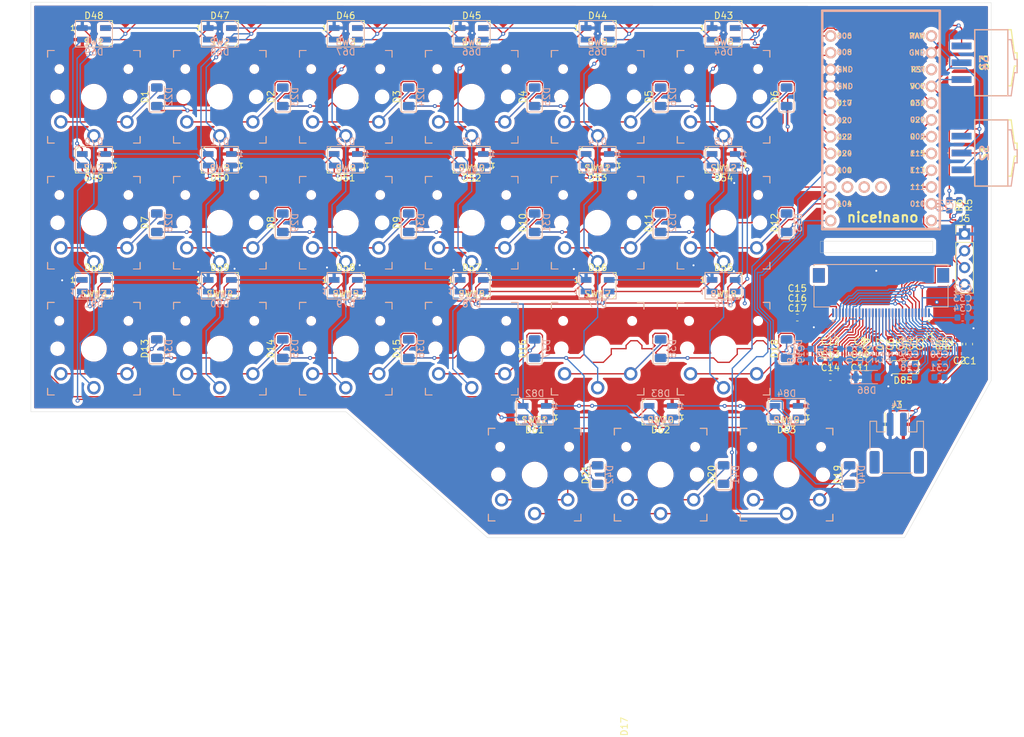
<source format=kicad_pcb>
(kicad_pcb (version 20241229) (generator "pcbnew") (generator_version "9.0")
  (layers (0 "F.Cu" signal) (2 "B.Cu" signal) (13 "F.Paste" user) (15 "B.Paste" user) (5 "F.SilkS" user "F.Silkscreen") (7 "B.SilkS" user "B.Silkscreen") (1 "F.Mask" user) (3 "B.Mask" user) (25 "Edge.Cuts" user))
  (net 0 "")
  (net 1 "GND")
  (net 2 "+3.3V")
  (net 3 "Net-(C3-Pad2)")
  (net 4 "Net-(C5-Pad2)")
  (net 5 "Net-(C6-Pad2)")
  (net 6 "Net-(C7-Pad2)")
  (net 7 "Net-(C8-Pad1)")
  (net 8 "Net-(C8-Pad2)")
  (net 9 "Net-(D85-A)")
  (net 10 "Net-(C10-Pad2)")
  (net 11 "Net-(C10-Pad1)")
  (net 12 "Net-(C11-Pad1)")
  (net 13 "Net-(C11-Pad2)")
  (net 14 "Net-(C12-Pad2)")
  (net 15 "Net-(C12-Pad1)")
  (net 16 "Net-(C13-Pad2)")
  (net 17 "Net-(C13-Pad1)")
  (net 18 "Net-(C14-Pad1)")
  (net 19 "Net-(C14-Pad2)")
  (net 20 "Net-(C15-Pad2)")
  (net 21 "Net-(C16-Pad2)")
  (net 22 "Net-(C17-Pad2)")
  (net 23 "Net-(C20-Pad2)")
  (net 24 "Net-(D86-A)")
  (net 25 "Net-(C22-Pad2)")
  (net 26 "Net-(C23-Pad2)")
  (net 27 "Net-(C24-Pad2)")
  (net 28 "Net-(C25-Pad2)")
  (net 29 "Net-(C27-Pad2)")
  (net 30 "Net-(C28-Pad2)")
  (net 31 "Net-(C29-Pad2)")
  (net 32 "Net-(C29-Pad1)")
  (net 33 "Net-(C30-Pad2)")
  (net 34 "Net-(C30-Pad1)")
  (net 35 "Net-(C31-Pad1)")
  (net 36 "Net-(C31-Pad2)")
  (net 37 "Net-(C32-Pad2)")
  (net 38 "Net-(C25-Pad1)")
  (net 39 "Net-(C27-Pad1)")
  (net 40 "Net-(C33-Pad2)")
  (net 41 "Net-(C28-Pad1)")
  (net 42 "Net-(C34-Pad2)")
  (net 43 "Net-(D1-A)")
  (net 44 "ROW0")
  (net 45 "Net-(D2-A)")
  (net 46 "Net-(D24-A)")
  (net 47 "Net-(D25-A)")
  (net 48 "Net-(D26-A)")
  (net 49 "Net-(D27-A)")
  (net 50 "ROW1")
  (net 51 "Net-(D28-A)")
  (net 52 "Net-(D29-A)")
  (net 53 "Net-(D30-A)")
  (net 54 "Net-(D10-A)")
  (net 55 "Net-(D11-A)")
  (net 56 "Net-(D12-A)")
  (net 57 "Net-(D13-A)")
  (net 58 "ROW2")
  (net 59 "Net-(D14-A)")
  (net 60 "Net-(D15-A)")
  (net 61 "Net-(D16-A)")
  (net 62 "Net-(D17-A)")
  (net 63 "Net-(D18-A)")
  (net 64 "Net-(D19-A)")
  (net 65 "Net-(D20-A)")
  (net 66 "Net-(D21-A)")
  (net 67 "NEO")
  (net 68 "Net-(D43-DOUT)")
  (net 69 "Net-(D44-DOUT)")
  (net 70 "Net-(D45-DOUT)")
  (net 71 "Net-(D46-DOUT)")
  (net 72 "Net-(D47-DOUT)")
  (net 73 "Net-(D48-DOUT)")
  (net 74 "Net-(D49-DOUT)")
  (net 75 "Net-(D50-DOUT)")
  (net 76 "Net-(D51-DOUT)")
  (net 77 "Net-(D52-DOUT)")
  (net 78 "Net-(D53-DOUT)")
  (net 79 "Net-(D54-DOUT)")
  (net 80 "Net-(D55-DOUT)")
  (net 81 "Net-(D56-DOUT)")
  (net 82 "Net-(D57-DOUT)")
  (net 83 "Net-(D58-DOUT)")
  (net 84 "Net-(D59-DOUT)")
  (net 85 "Net-(D60-DOUT)")
  (net 86 "Net-(D61-DOUT)")
  (net 87 "Net-(D62-DOUT)")
  (net 89 "Net-(D64-DOUT)")
  (net 90 "Net-(D65-DOUT)")
  (net 91 "Net-(D66-DOUT)")
  (net 92 "Net-(D67-DOUT)")
  (net 93 "Net-(D68-DOUT)")
  (net 94 "Net-(D69-DOUT)")
  (net 95 "Net-(D70-DOUT)")
  (net 96 "Net-(D71-DOUT)")
  (net 97 "Net-(D72-DOUT)")
  (net 98 "Net-(D73-DOUT)")
  (net 99 "Net-(D74-DOUT)")
  (net 100 "Net-(D75-DOUT)")
  (net 101 "Net-(D76-DOUT)")
  (net 102 "Net-(D77-DOUT)")
  (net 103 "Net-(D78-DOUT)")
  (net 104 "Net-(D79-DOUT)")
  (net 105 "Net-(D80-DOUT)")
  (net 106 "Net-(D81-DOUT)")
  (net 107 "Net-(D82-DOUT)")
  (net 108 "Net-(D83-DOUT)")
  (net 110 "Net-(J3-Pin_1)")
  (net 111 "Net-(J1-Pad8)")
  (net 112 "Net-(J1-Pad10)")
  (net 113 "Net-(J2-Pad8)")
  (net 114 "Net-(J2-Pad10)")
  (net 115 "SDA")
  (net 116 "SCL")
  (net 117 "COL0")
  (net 118 "COL1")
  (net 119 "COL2")
  (net 120 "COL3")
  (net 121 "COL4")
  (net 122 "COL5")
  (net 123 "COL6")
  (net 126 "DIN")
  (net 127 "DC")
  (net 128 "CS")
  (net 129 "SCK")
  (net 131 "BUSY")
  (net 137 "Net-(S1-NO)")
  (net 138 "NP")
  (footprint "keyswitches:SW_PG1350_reversible" (layer "F.Cu") (at 57.15 38.1)
    (property "Reference" "SW2")
    (property "Value" "SW_Push_45deg")
  )
  (footprint "LED_SMD:LED_SK6812MINI_PLCC4_3.5x3.5mm_P1.75mm" (layer "F.Cu") (at 104.775 85.725 180)
    (property "Reference" "D61")
    (property "Value" "SK6812MINI")
  )
  (footprint "Connector_JST:JST_PH_S2B-PH-SM4-TB_1x02-1MP_P2.00mm_Horizontal" (layer "F.Cu") (at 159.54375 90.4875)
    (property "Reference" "J3")
    (property "Value" "Conn_01x02")
  )
  (footprint "keyswitches:SW_PG1350_reversible" (layer "F.Cu") (at 76.2 76.2)
    (property "Reference" "SW15")
    (property "Value" "SW_Push_45deg")
  )
  (footprint "Diode_SMD:D_1206_3216Metric" (layer "F.Cu") (at 85.725 76.2 90)
    (property "Reference" "D15")
    (property "Value" "D")
  )
  (footprint "Capacitor_SMD:C_0603_1608Metric" (layer "F.Cu") (at 158.5 75.5 90)
    (property "Reference" "C7")
    (property "Value" "C")
  )
  (footprint "Diode_SMD:D_1206_3216Metric" (layer "F.Cu") (at 142.875 38.1 90)
    (property "Reference" "D6")
    (property "Value" "D" (hide yes))
  )
  (footprint "Diode_SMD:D_1206_3216Metric" (layer "F.Cu") (at 152.4 95.25 90)
    (property "Reference" "D19")
    (property "Value" "D")
  )
  (footprint "Diode_SMD:D_1206_3216Metric" (layer "F.Cu") (at 142.875 76.2 90)
    (property "Reference" "D18")
    (property "Value" "D")
  )
  (footprint "keyswitches:SW_PG1350_reversible" (layer "F.Cu") (at 95.25 76.2)
    (property "Reference" "SW16")
    (property "Value" "SW_Push_45deg")
  )
  (footprint "Capacitor_SMD:C_0603_1608Metric" (layer "F.Cu") (at 149.5 76.5)
    (property "Reference" "C12")
    (property "Value" "C")
  )
  (footprint "Diode_SMD:D_1206_3216Metric" (layer "F.Cu") (at 104.775 76.2 90)
    (property "Reference" "D16")
    (property "Value" "D")
  )
  (footprint "keyswitches:SW_PG1350_reversible" (layer "F.Cu") (at 114.3 57.15)
    (property "Reference" "SW11")
    (property "Value" "SW_Push_45deg")
  )
  (footprint "keyswitches:SW_PG1350_reversible" (layer "F.Cu") (at 57.15 76.2)
    (property "Reference" "SW14")
    (property "Value" "SW_Push_45deg")
  )
  (footprint "Diode_SMD:D_1206_3216Metric" (layer "F.Cu") (at 85.725 57.15 90)
    (property "Reference" "D9")
    (property "Value" "D")
  )
  (footprint "LED_SMD:LED_SK6812MINI_PLCC4_3.5x3.5mm_P1.75mm" (layer "F.Cu") (at 142.875 85.725 180)
    (property "Reference" "D63")
    (property "Value" "SK6812MINI")
  )
  (footprint "Resistor_SMD:R_0603_1608Metric" (layer "F.Cu") (at 167.5 75.5 90)
    (property "Reference" "R1")
    (property "Value" "R")
  )
  (footprint "keyswitches:SW_PG1350_reversible" (layer "F.Cu") (at 114.3 38.1)
    (property "Reference" "SW5")
    (property "Value" "SW_Push_45deg")
  )
  (footprint "nice-nano-kicad:nice_nano" (layer "F.Cu") (at 157.1625 42.8625 -90)
    (property "Reference" "U1" (hide yes))
    (property "Value" "nice_nano" (hide yes))
  )
  (footprint "Capacitor_SMD:C_0603_1608Metric" (layer "F.Cu") (at 156.5 75.5 90)
    (property "Reference" "C9")
    (property "Value" "C")
  )
  (footprint "LED_SMD:LED_SK6812MINI_PLCC4_3.5x3.5mm_P1.75mm" (layer "F.Cu") (at 57.15 28.575)
    (property "Reference" "D47")
    (property "Value" "SK6812MINI")
  )
  (footprint "LED_SMD:LED_SK6812MINI_PLCC4_3.5x3.5mm_P1.75mm" (layer "F.Cu") (at 38.1 47.625 180)
    (property "Reference" "D49")
    (property "Value" "SK6812MINI")
  )
  (footprint "Resistor_SMD:R_0603_1608Metric" (layer "F.Cu") (at 166 75.5 -90)
    (property "Reference" "R2")
    (property "Value" "R")
  )
  (footprint "LED_SMD:LED_SK6812MINI_PLCC4_3.5x3.5mm_P1.75mm" (layer "F.Cu") (at 57.15 66.675)
    (property "Reference" "D59")
    (property "Value" "SK6812MINI")
  )
  (footprint "keyswitches:SW_PG1350_reversible" (layer "F.Cu") (at 76.2 57.15)
    (property "Reference" "SW9")
    (property "Value" "SW_Push_45deg")
  )
  (footprint "Diode_SMD:D_1206_3216Metric" (layer "F.Cu") (at 66.675 38.1 90)
    (property "Reference" "D2")
    (property "Value" "D")
  )
  (footprint "keyswitches:SW_PG1350_reversible" (layer "F.Cu") (at 57.15 57.15)
    (property "Reference" "SW8")
    (property "Value" "SW_Push_45deg")
  )
  (footprint "keyswitches:SW_PG1350_reversible" (layer "F.Cu") (at 114.3 76.2)
    (property "Reference" "SW17")
    (property "Value" "SW_Push_45deg")
  )
  (footprint "KiCad:EGJ1210AAG2R" (layer "F.Cu") (at 173.55 46.6 -90)
    (property "Reference" "S1")
    (property "Value" "EGJ1210AAG2R" (hide yes))
  )
  (footprint "keyswitches:SW_PG1350_reversible" (layer "F.Cu") (at 123.825 95.25)
    (property "Reference" "SW20")
    (property "Value" "SW_Push_45deg")
  )
  (footprint "keyswitches:SW_PG1350_reversible" (layer "F.Cu") (at 133.35 76.2)
    (property "Reference" "SW18")
    (property "Value" "SW_Push_45deg")
  )
  (footprint "Diode_SMD:D_1206_3216Metric" (layer "F.Cu") (at 85.725 38.1 90)
    (property "Reference" "D3")
    (property "Value" "D")
  )
  (footprint "Capacitor_SMD:C_0603_1608Metric" (layer "F.Cu") (at 144.5 68.5)
    (property "Reference" "C15")
    (property "Value" "C")
  )
  (footprint "LED_SMD:LED_SK6812MINI_PLCC4_3.5x3.5mm_P1.75mm" (layer "F.Cu") (at 114.3 66.675)
    (property "Reference" "D56")
    (property "Value" "SK6812MINI")
  )
  (footprint "Diode_SMD:D_1206_3216Metric" (layer "F.Cu") (at 47.625 57.15 90)
    (property "Reference" "D7")
    (property "Value" "D")
  )
  (footprint "LED_SMD:LED_SK6812MINI_PLCC4_3.5x3.5mm_P1.75mm" (layer "F.Cu") (at 114.3 28.575)
    (property "Reference" "D44")
    (property "Value" "SK6812MINI")
  )
  (footprint "LED_SMD:LED_SK6812MINI_PLCC4_3.5x3.5mm_P1.75mm" (layer "F.Cu") (at 38.1 66.675)
    (property "Reference" "D60")
    (property "Value" "SK6812MINI")
  )
  (footprint "Diode_SMD:D_SOD-123" (layer "F.Cu") (at 160.5 79 180)
    (property "Reference" "D85")
    (property "Value" "MBR0530")
  )
  (footprint "keyswitches:SW_PG1350_reversible" (layer "F.Cu") (at 76.2 38.1)
    (property "Reference" "SW3")
    (property "Value" "SW_Push_45deg")
  )
  (footprint "keyswitches:SW_PG1350_reversible" (layer "F.Cu") (at 38.1 76.2)
    (property "Reference" "SW13")
    (property "Value" "SW_Push_45deg")
  )
  (footprint "Resistor_SMD:R_0603_1608Metric" (layer "F.Cu") (at 167.5 54.5 -90)
    (property "Reference" "R6")
    (property "Value" "R")
  )
  (footprint "Diode_SMD:D_1206_3216Metric" (layer "F.Cu") (at 104.775 57.15 90)
    (property "Reference" "D10")
    (property "Value" "D")
  )
  (footprint "keyswitches:SW_PG1350_reversible" (layer "F.Cu") (at 133.35 38.1)
    (property "Reference" "SW6")
    (property "Value" "SW_Push_45deg")
  )
  (footprint "Diode_SMD:D_1206_3216Metric" (layer "F.Cu") (at 47.625 38.1 90)
    (property "Reference" "D1")
    (property "Value" "D")
  )
  (footprint "LED_SMD:LED_SK6812MINI_PLCC4_3.5x3.5mm_P1.75mm" (layer "F.Cu") (at 95.25 47.625 180)
    (property "Reference" "D52")
    (property "Value" "SK6812MINI")
  )
  (footprint "KiCad:EGJ1210AAG2R" (layer "F.Cu") (at 173.55 32.95 -90)
    (property "Reference" "S3")
    (property "Value" "EGJ1210AAG2R" (hide yes))
  )
  (footprint "connector:F31L-1A7H1-11030" (layer "F.Cu") (at 157.1625 66.675 180)
    (property "Reference" "J1")
    (property "Value" "F31L-1A7H1-11030")
  )
  (footprint "LED_SMD:LED_SK6812MINI_PLCC4_3.5x3.5mm_P1.75mm" (layer "F.Cu") (at 133.35 47.625 180)
    (property "Reference" "D54")
    (property "Value" "SK6812MINI")
  )
  (footprint "Diode_SMD:D_1206_3216Metric" (layer "F.Cu") (at 123.825 38.1 90)
    (property "Reference" "D5")
    (property "Value" "D")
  )
  (footprint "LED_SMD:LED_SK6812MINI_PLCC4_3.5x3.5mm_P1.75mm" (layer "F.Cu") (at 57.15 47.625 180)
    (property "Reference" "D50")
    (property "Value" "SK6812MINI")
  )
  (footprint "Capacitor_SMD:C_0603_1608Metric" (layer "F.Cu") (at 169 75.5 -90)
    (property "Reference" "C2")
    (property "Value" "C" (hide yes))
  )
  (footprint "LED_SMD:LED_SK6812MINI_PLCC4_3.5x3.5mm_P1.75mm" (layer "F.Cu") (at 38.1 28.575)
    (property "Reference" "D48")
    (property "Value" "SK6812MINI")
  )
  (footprint "LED_SMD:LED_SK6812MINI_PLCC4_3.5x3.5mm_P1.75mm" (layer "F.Cu") (at 123.825 85.725 180)
    (property "Reference" "D62")
    (property "Value" "SK6812MINI")
  )
  (footprint "Diode_SMD:D_1206_3216Metric" (layer "F.Cu") (at 142.875 57.15 90)
    (property "Reference" "D12")
    (property "Value" "D")
  )
  (footprint "LED_SMD:LED_SK6812MINI_PLCC4_3.5x3.5mm_P1.75mm" (layer "F.Cu") (at 133.35 66.675)
    (property "Reference" "D55")
    (property "Value" "SK6812MINI")
  )
  (footprint "keyswitches:SW_PG1350_reversible" (layer "F.Cu") (at 142.875 95.25)
    (property "Reference" "SW19")
    (property "Value" "SW_Push_45deg")
  )
  (footprint "Resistor_SMD:R_0603_1608Metric" (layer "F.Cu") (at 169 54.5 -90)
    (property "Reference" "R5")
    (property "Value" "R")
  )
  (footprint "LED_SMD:LED_SK6812MINI_PLCC4_3.5x3.5mm_P1.75mm" (layer "F.Cu") (at 95.25 66.675)
    (property "Reference" "D57")
    (property "Value" "SK6812MINI")
  )
  (footprint "keyswitches:SW_PG1350_reversible" (layer "F.Cu") (at 95.25 38.1)
    (property "Reference" "SW4")
    (property "Value" "SW_Push_45deg")
  )
  (footprint "keyswitches:SW_PG1350_reversible" (layer "F.Cu") (at 133.35 57.15)
    (property "Reference" "SW12")
    (property "Value" "SW_Push_45deg")
  )
  (footprint "LED_SMD:LED_SK6812MINI_PLCC4_3.5x3.5mm_P1.75mm" (layer "F.Cu") (at 114.3 47.625 180)
    (property "Reference" "D53")
    (property "Value" "SK6812MINI")
  )
  (footprint "keyswitches:SW_PG1350_reversible" (layer "F.Cu") (at 38.1 57.15)
    (property "Reference" "SW7")
    (property "Value" "SW_Push_45deg")
  )
  (footprint "LED_SMD:LED_SK6812MINI_PLCC4_3.5x3.5mm_P1.75mm" (layer "F.Cu") (at 133.35 28.575)
    (property "Reference" "D43")
    (property "Value" "SK6812MINI")
  )
  (footprint "keyswitches:SW_PG1350_reversible" (layer "F.Cu") (at 95.25 57.15)
    (property "Reference" "SW10")
    (property "Value" "SW_Push_45deg")
  )
  (footprint "Diode_SMD:D_1206_3216Metric" (layer "F.Cu") (at 66.675 76.2 90)
    (property "Reference" "D14")
    (property "Value" "D")
  )
  (footprint "Capacitor_SMD:C_0603_1608Metric" (layer "F.Cu") (at 149.5 80.5)
    (property "Reference" "C14")
    (property "Value" "C")
  )
  (footprint "Diode_SMD:D_1206_3216Metric" (layer "F.Cu") (at 104.775 38.1 90)
    (property "Reference" "D4")
    (property "Value" "D")
  )
  (footprint "Capacitor_SMD:C_0603_1608Metric" (layer "F.Cu") (at 163 75.5 90)
    (property "Reference" "C4")
    (property "Value" "C")
  )
  (footprint "keyswitches:SW_PG1350_reversible" (layer "F.Cu") (at 38.1 38.1)
    (property "Reference" "SW1")
    (property "Value" "SW_Push_45deg")
  )
  (footprint "Capacitor_SMD:C_0603_1608Metric" (layer "F.Cu") (at 149.5 78.5)
    (property "Reference" "C13")
    (property "Value" "C")
  )
  (footprint "Diode_SMD:D_1206_3216Metric" (layer "F.Cu") (at 47.625 76.2 90)
    (property "Reference" "D13")
    (property "Value" "D")
  )
  (footprint "Diode_SMD:D_1206_3216Metric" (layer "F.Cu") (at 123.825 57.15 90)
    (property "Reference" "D11")
    (property "Value" "D")
  )
  (footprint "LED_SMD:LED_SK6812MINI_PLCC4_3.5x3.5mm_P1.75mm" (layer "F.Cu") (at 76.2 47.625 180)
    (property "Reference" "D51")
    (property "Value" "SK6812MINI")
  )
  (footprint "Diode_SMD:D_1206_3216Metric" (layer "F.Cu") (at 123.825 76.2 90)
    (property "Reference" "D17")
    (property "Value" "D")
  )
  (footprint "Diode_SMD:D_1206_3216Metric" (layer "F.Cu") (at 66.675 57.15 90)
    (property "Reference" "D8")
    (property "Value" "D")
  )
  (footprint "LED_SMD:LED_SK6812MINI_PLCC4_3.5x3.5mm_P1.75mm" (layer "F.Cu") (at 95.25 28.575)
    (property "Reference" "D45")
    (property "Value" "SK6812MINI")
  )
  (footprint "Capacitor_SMD:C_0603_1608Metric" (layer "F.Cu") (at 154 80.5)
    (property "Reference" "C11")
    (property "Value" "C")
  )
  (footprint "Connector_PinHeader_2.54mm:PinHeader_1x04_P2.54mm_Vertical" (layer "F.Cu") (at 169.8 58.85)
    (property "Reference" "J5")
    (property "Value" "Conn_01x04_Pin")
  )
  (footprint "Diode_SMD:D_1206_3216Metric" (layer "F.Cu") (at 133.35 95.25 90)
    (property "Reference" "D20")
    (property "Value" "D")
  )
  (footprint "Capacitor_SMD:C_0603_1608Metric" (layer "F.Cu") (at 144.5 71.5)
    (property "Reference" "C17")
    (property "Value" "C")
  )
  (footprint "Capacitor_SMD:C_0603_1608Metric" (layer "F.Cu") (at 154 78.5)
    (property "Reference" "C10")
    (property "Value" "C")
  )
  (footprint "Capacitor_SMD:C_0603_1608Metric" (layer "F.Cu") (at 161.5 75.5 90)
    (property "Reference" "C5")
    (property "Value" "C")
  )
  (footprint "Capacitor_SMD:C_0603_1608Metric" (layer "F.Cu") (at 170.5 75.5 -90)
    (property "Reference" "C1")
    (property "Value" "C" (hide yes))
  )
  (footprint "Capacitor_SMD:C_0603_1608Metric" (layer "F.Cu") (at 164.5 75.5 90)
    (property "Reference" "C3")
    (property "Value" "C")
  )
  (footprint "LED_SMD:LED_SK6812MINI_PLCC4_3.5x3.5mm_P1.75mm" (layer "F.Cu") (at 76.2 66.675)
    (property "Reference" "D58")
    (property "Value" "SK6812MINI")
  )
  (footprint "Capacitor_SMD:C_0603_1608Metric" (layer "F.Cu") (at 160 75.5 90)
    (property "Reference" "C6")
    (property "Value" "C")
  )
  (footprint "keyswitches:SW_PG1350_reversible" (layer "F.Cu") (at 104.775 95.25)
    (property "Reference" "SW21")
    (property "Value" "SW_Push_45deg")
  )
  (footprint "Capacitor_SMD:C_0603_1608Metric" (layer "F.Cu") (at 144.5 70)
    (property "Reference" "C16")
    (property "Value" "C")
  )
  (footprint "Capacitor_SMD:C_0603_1608Metric" (layer "F.Cu") (at 154 76.5)
    (property "Reference" "C8")
    (property "Value" "C")
  )
  (footprint "LED_SMD:LED_SK6812MINI_PLCC4_3.5x3.5mm_P1.75mm" (layer "F.Cu") (at 76.2 28.575)
    (property "Reference" "D46")
    (property "Value" "SK6812MINI")
  )
  (footprint "Diode_SMD:D_1206_3216Metric" (layer "F.Cu") (at 114.3 95.25 90)
    (property "Reference" "D21")
    (property "Value" "D")
  )
  (footprint "Capacitor_SMD:C_0603_1608Metric" (layer "B.Cu") (at 166 76.5 180)
    (property "Reference" "C29")
    (property "Value" "C")
  )
  (footprint "Diode_SMD:D_1206_3216Metric" (layer "B.Cu") (at 104.775 57.15 90)
    (property "Reference" "D31")
    (property "Value" "D")
  )
  (footprint "LED_SMD:LED_SK6812MINI_PLCC4_3.5x3.5mm_P1.75mm" (layer "B.Cu") (at 114.3 66.675)
    (property "Reference" "D77")
    (property "Value" "SK6812MINI")
  )
  (footprint "Capacitor_SMD:C_0603_1608Metric" (layer "B.Cu") (at 161.5 80.5 180)
    (property "Reference" "C28")
    (property "Value" "C")
  )
  (footprint "LED_SMD:LED_SK6812MINI_PLCC4_3.5x3.5mm_P1.75mm" (layer "B.Cu") (at 104.775 85.725 180)
    (property "Reference" "D82")
    (property "Value" "SK6812MINI")
  )
  (footprint "Capacitor_SMD:C_0603_1608Metric" (layer "B.Cu") (at 166 80.5 180)
    (property "Reference" "C31")
    (property "Value" "C")
  )
  (footprint "Diode_SMD:D_1206_3216Metric" (layer "B.Cu") (at 85.725 76.2 90)
    (property "Reference" "D36")
    (property "Value" "D")
  )
  (footprint "LED_SMD:LED_SK6812MINI_PLCC4_3.5x3.5mm_P1.75mm" (layer "B.Cu") (at 57.15 47.625 180)
    (property "Reference" "D71")
    (property "Value" "SK6812MINI")
  )
  (footprint "Diode_SMD:D_1206_3216Metric" (layer "B.Cu") (at 85.725 38.1 90)
    (property "Reference" "D24")
    (property "Value" "D")
  )
  (footprint "LED_SMD:LED_SK6812MINI_PLCC4_3.5x3.5mm_P1.75mm" (layer "B.Cu") (at 57.15 28.575)
    (property "Reference" "D68")
    (property "Value" "SK6812MINI")
  )
  (footprint "LED_SMD:LED_SK6812MINI_PLCC4_3.5x3.5mm_P1.75mm" (layer "B.Cu") (at 95.25 66.675)
    (property "Reference" "D78")
    (property "Value" "SK6812MINI")
  )
  (footprint "Capacitor_SMD:C_0603_1608Metric" (layer "B.Cu") (at 169.5 68.5 180)
    (property "Reference" "C32")
    (property "Value" "C")
  )
  (footprint "LED_SMD:LED_SK6812MINI_PLCC4_3.5x3.5mm_P1.75mm" (layer "B.Cu") (at 114.3 47.625 180)
    (property "Reference" "D74")
    (property "Value" "SK6812MINI")
  )
  (footprint "connector:F31L-1A7H1-11030" (layer "B.Cu") (at 157.1625 66.675)
    (property "Reference" "J2")
    (property "Value" "F31L-1A7H1-11030")
  )
  (footprint "KiCad:EGJ1210AAG2R" (layer "B.Cu") (at 173.55 46.6 90)
    (property "Reference" "S2")
    (property "Value" "EGJ1210AAG2R" (hide yes))
  )
  (footprint "Diode_SMD:D_1206_3216Metric" (layer "B.Cu") (at 123.825 38.1 90)
    (property "Reference" "D26")
    (property "Value" "D")
  )
  (footprint "LED_SMD:LED_SK6812MINI_PLCC4_3.5x3.5mm_P1.75mm" (layer "B.Cu") (at 133.35 47.625 180)
    (property "Reference" "D75")
    (property "Value" "SK6812MINI")
  )
  (footprint "Diode_SMD:D_SOD-123" (layer "B.Cu") (at 155 80.5)
    (property "Reference" "D86")
    (property "Value" "MBR0530")
  )
  (footprint "Resistor_SMD:R_0603_1608Metric" (layer "B.Cu") (at 149.5 77 -90)
    (property "Reference" "R4")
    (property "Value" "R")
  )
  (footprint "Diode_SMD:D_1206_3216Metric" (layer "B.Cu") (at 152.4 95.25 90)
    (property "Reference" "D40")
    (property "Value" "D")
  )
  (footprint "Capacitor_SMD:C_0603_1608Metric" (layer "B.Cu") (at 145 77 -90)
    (property "Reference" "C18")
    (property "Value" "C")
  )
  (footprint "Resistor_SMD:R_0603_1608Metric" (layer "B.Cu") (at 148 77 90)
    (property "Reference" "R3")
    (property "Value" "R")
  )
  (footprint "LED_SMD:LED_SK6812MINI_PLCC4_3.5x3.5mm_P1.75mm" (layer "B.Cu") (at 76.2 47.625 180)
    (property "Reference" "D72")
    (property "Value" "SK6812MINI")
  )
  (footprint "Diode_SMD:D_1206_3216Metric" (layer "B.Cu") (at 142.875 76.2 90)
    (property "Reference" "D39")
    (property "Value" "D")
  )
  (footprint "Capacitor_SMD:C_0603_1608Metric" (layer "B.Cu") (at 169.5 70 180)
    (property "Reference" "C33")
    (property "Value" "C")
  )
  (footprint "Capacitor_SMD:C_0603_1608Metric" (layer "B.Cu") (at 157 77 90)
    (property "Reference" "C24")
    (property "Value" "C")
  )
  (footprint "Diode_SMD:D_1206_3216Metric" (layer "B.Cu") (at 47.625 38.1 90)
    (property "Reference" "D22")
    (property "Value" "D")
  )
  (footprint "Capacitor_SMD:C_0603_1608Metric" (layer "B.Cu") (at 159 77 90)
    (property "Reference" "C26")
    (property "Value" "C")
  )
  (footprint "Capacitor_SMD:C_0603_1608Metric" (layer "B.Cu") (at 152.5 77 90)
    (property "Reference" "C21")
    (property "Value" "C")
  )
  (footprint "Diode_SMD:D_1206_3216Metric" (layer "B.Cu") (at 114.3 95.25 90)
    (property "Reference" "D42")
    (property "Value" "D")
  )
  (footprint "LED_SMD:LED_SK6812MINI_PLCC4_3.5x3.5mm_P1.75mm" (layer "B.Cu") (at 95.25 47.625 180)
    (property "Reference" "D73")
    (property "Value" "SK6812MINI")
  )
  (footprint "LED_SMD:LED_SK6812MINI_PLCC4_3.5x3.5mm_P1.75mm" (layer "B.Cu") (at 76.2 66.675)
    (property "Reference" "D79")
    (property "Value" "SK6812MINI")
  )
  (footprint "Diode_SMD:D_1206_3216Metric" (layer "B.Cu") (at 123.825 76.2 90)
    (property "Reference" "D38")
    (property "Value" "D")
  )
  (footprint "LED_SMD:LED_SK6812MINI_PLCC4_3.5x3.5mm_P1.75mm" (layer "B.Cu") (at 38.1 28.575)
    (property "Reference" "D69")
    (property "Value" "SK6812MINI")
  )
  (footprint "Diode_SMD:D_1206_3216Metric" (layer "B.Cu") (at 142.875 57.15 90)
    (property "Reference" "D33")
    (property "Value" "D")
  )
  (footprint "Diode_SMD:D_1206_3216Metric" (layer "B.Cu") (at 66.675 76.2 90)
    (property "Reference" "D35")
    (property "Value" "D")
  )
  (footprint "Diode_SMD:D_1206_3216Metric" (layer "B.Cu") (at 104.775 38.1 90)
    (property "Reference" "D25")
    (property "Value" "D")
  )
  (footprint "LED_SMD:LED_SK6812MINI_PLCC4_3.5x3.5mm_P1.75mm" (layer "B.Cu") (at 114.3 28.575)
    (property "Reference" "D65")
    (property "Value" "SK6812MINI")
  )
  (footprint "Capacitor_SMD:C_0603_1608Metric" (layer "B.Cu") (at 151 77 90)
    (property "Reference" "C20")
    (property "Value" "C")
  )
  (footprint "Capacitor_SMD:C_0603_1608Metric" (layer "B.Cu") (at 154 77 90)
    (property "Reference" "C22")
    (property "Value" "C")
  )
  (footprint "Diode_SMD:D_1206_3216Metric" (layer "B.Cu") (at 85.725 57.15 90)
    (property "Reference" "D30")
    (property "Value" "D")
  )
  (footprint "Capacitor_SMD:C_0603_1608Metric" (layer "B.Cu") (at 155.5 77 90)
    (property "Reference" "C23")
    (property "Value" "C")
  )
  (footprint "Diode_SMD:D_1206_3216Metric" (layer "B.Cu") (at 142.875 38.1 90)
    (property "Reference" "D27" (hide yes))
    (property "Value" "D")
  )
  (footprint "LED_SMD:LED_SK6812MINI_PLCC4_3.5x3.5mm_P1.75mm" (layer "B.Cu") (at 95.25 28.575)
    (property "Reference" "D66")
    (property "Value" "SK6812MINI")
  )
  (footprint "LED_SMD:LED_SK6812MINI_PLCC4_3.5x3.5mm_P1.75mm" (layer "B.Cu") (at 76.2 28.575)
    (property "Reference" "D67")
    (property "Value" "SK6812MINI")
  )
  (footprint "Diode_SMD:D_1206_3216Metric" (layer "B.Cu") (at 66.675 57.15 90)
    (property "Reference" "D29")
    (property "Value" "D")
  )
  (footprint "KiCad:EGJ1210AAG2R" (layer "B.Cu") (at 173.55 32.95 90)
    (property "Reference" "S4")
    (property "Value" "EGJ1210AAG2R" (hide yes))
  )
  (footprint "Diode_SMD:D_1206_3216Metric" (layer "B.Cu") (at 66.675 38.1 90)
    (property "Reference" "D23")
    (property "Value" "D")
  )
  (footprint "Resistor_SMD:R_0603_1608Metric" (layer "B.Cu") (at 169 54.5 -90)
    (property "Reference" "R7")
    (property "Value" "R")
  )
  (footprint "Resistor_SMD:R_0603_1608Metric" (layer "B.Cu") (at 167.5 54.5 -90)
    (property "Reference" "R8")
    (property "Value" "R")
  )
  (footprint "LED_SMD:LED_SK6812MINI_PLCC4_3.5x3.5mm_P1.75mm" (layer "B.Cu") (at 142.875 85.725 180)
    (property "Reference" "D84")
    (property "Value" "SK6812MINI")
  )
  (footprint "LED_SMD:LED_SK6812MINI_PLCC4_3.5x3.5mm_P1.75mm" (layer "B.Cu") (at 123.825 85.725 180)
    (property "Reference" "D83")
    (property "Value" "SK6812MINI")
  )
  (footprint "Diode_SMD:D_1206_3216Metric" (layer "B.Cu") (at 104.775 76.2 90)
    (property "Reference" "D37")
    (property "Value" "D")
  )
  (footprint "Capacitor_SMD:C_0603_1608Metric" (layer "B.Cu") (at 161.5 78.5 180)
    (property "Reference" "C27")
    (property "Value" "C")
  )
  (footprint "Capacitor_SMD:C_0603_1608Metric" (layer "B.Cu") (at 166 78.5 180)
    (property "Reference" "C30")
    (property "Value" "C")
  )
  (footprint "Diode_SMD:D_1206_3216Metric" (layer "B.Cu") (at 47.625 76.2 90)
    (property "Reference" "D34")
    (property "Value" "D")
  )
  (footprint "Capacitor_SMD:C_0603_1608Metric" (layer "B.Cu") (at 146.5 77 -90)
    (property "Reference" "C19")
    (property "Value" "C")
  )
  (footprint "LED_SMD:LED_SK6812MINI_PLCC4_3.5x3.5mm_P1.75mm" (layer "B.Cu") (at 38.1 47.625 180)
    (property "Reference" "D70")
    (property "Value" "SK6812MINI")
  )
  (footprint "Diode_SMD:D_1206_3216Metric" (layer "B.Cu") (at 133.35 95.25 90)
    (property "Reference" "D41")
    (property "Value" "D")
  )
  (footprint "LED_SMD:LED_SK6812MINI_PLCC4_3.5x3.5mm_P1.75mm" (layer "B.Cu") (at 57.15 66.675)
    (property "Reference" "D80")
    (property "Value" "SK6812MINI")
  )
  (footprint "LED_SMD:LED_SK6812MINI_PLCC4_3.5x3.5mm_P1.75mm" (layer "B.Cu") (at 38.1 66.675)
    (property "Reference" "D81")
    (property "Value" "SK6812MINI")
  )
  (footprint "Capacitor_SMD:C_0603_1608Metric" (layer "B.Cu") (at 169.5 71.5 180)
    (property "Reference" "C34")
    (property "Value" "C")
  )
  (footprint "Diode_SMD:D_1206_3216Metric" (layer "B.Cu") (at 123.825 57.15 90)
    (property "Reference" "D32")
    (property "Value" "D")
  )
  (footprint "Connector_JST:JST_PH_S2B-PH-SM4-TB_1x02-1MP_P2.00mm_Horizontal" (layer "B.Cu") (at 159.54375 90.4875 180)
    (property "Reference" "J4")
    (property "Value" "Conn_01x02")
  )
  (footprint "LED_SMD:LED_SK6812MINI_PLCC4_3.5x3.5mm_P1.75mm" (layer "B.Cu") (at 133.35 66.675)
    (property "Reference" "D76")
    (property "Value" "SK6812MINI")
  )
  (footprint "LED_SMD:LED_SK6812MINI_PLCC4_3.5x3.5mm_P1.75mm" (layer "B.Cu") (at 133.35 28.575)
    (property "Reference" "D64")
    (property "Value" "SK6812MINI")
  )
  (footprint "Capacitor_SMD:C_0603_1608Metric" (layer "B.Cu") (at 161.5 76.5 180)
    (property "Reference" "C25")
    (property "Value" "C")
  )
  (footprint "Diode_SMD:D_1206_3216Metric" (layer "B.Cu") (at 47.625 57.15 90)
    (property "Reference" "D28")
    (property "Value" "D")
  )
  (gr_rect (start 148 59.95) (end 165 61.67) (stroke (width 0.05)) (fill no) (layer "Edge.Cuts"))
  (gr_line (start 28.575 85.725) (end 76.2 85.725) (stroke (width 0.05)) (layer "Edge.Cuts"))
  (gr_line (start 173.83125 23.875) (end 28.575 23.8125) (stroke (width 0.05)) (layer "Edge.Cuts"))
  (gr_line (start 97.63125 104.775) (end 160.734375 104.775) (stroke (width 0.05)) (layer "Edge.Cuts"))
  (gr_line (start 76.2 85.725) (end 97.63125 104.775) (stroke (width 0.05)) (layer "Edge.Cuts"))
  (gr_line (start 160.734375 104.775) (end 173.83125 81.025) (stroke (width 0.05)) (layer "Edge.Cuts"))
  (gr_line (start 173.83125 81.025) (end 173.83125 23.875) (stroke (width 0.05)) (layer "Edge.Cuts"))
  (gr_line (start 28.575 23.8125) (end 28.575 85.725) (stroke (width 0.05)) (layer "Edge.Cuts"))
  (segment (start 171.276 73.236) (end 171.15 73.11) (width 0.2) (layer "F.Cu") (net 1))
  (segment (start 131.6 67.55) (end 134.67 64.48) (width 0.2) (layer "F.Cu") (net 1))
  (segment (start 170.17511 76.275) (end 171.276 75.17411) (width 0.2) (layer "F.Cu") (net 1))
  (segment (start 169.8 58.85) (end 169.8 56.74) (width 0.2) (layer "F.Cu") (net 1))
  (segment (start 164.6155 69.16) (end 165.6 69.16) (width 0.2) (layer "F.Cu") (net 1))
  (segment (start 156.5 80.13) (end 158.27 81.9) (width 0.2) (layer "F.Cu") (net 1))
  (segment (start 163.9125 70.765) (end 163.9125 69.863) (width 0.2) (layer "F.Cu") (net 1))
  (segment (start 132.25 29.45) (end 133.33 28.37) (width 0.2) (layer "F.Cu") (net 1))
  (segment (start 74.45 67.55) (end 78.3 63.7) (width 0.2) (layer "F.Cu") (net 1))
  (segment (start 112.55 29.45) (end 113.42 29.45) (width 0.2) (layer "F.Cu") (net 1))
  (segment (start 134.67 64.48) (end 134.91 64.48) (width 0.2) (layer "F.Cu") (net 1))
  (segment (start 113.42 29.45) (end 114.33 28.54) (width 0.2) (layer "F.Cu") (net 1))
  (segment (start 163.9125 69.863) (end 164.6155 69.16) (width 0.2) (layer "F.Cu") (net 1))
  (segment (start 171.276 75.17411) (end 171.276 73.236) (width 0.2) (layer "F.Cu") (net 1))
  (segment (start 55.93 29.45) (end 57.15 28.23) (width 0.2) (layer "F.Cu") (net 1))
  (segment (start 55.4 29.45) (end 55.93 29.45) (width 0.2) (layer "F.Cu") (net 1))
  (segment (start 78.3 63.7) (end 78.3 63.57) (width 0.2) (layer "F.Cu") (net 1))
  (segment (start 96.89 64.16) (end 97.47 64.16) (width 0.2) (layer "F.Cu") (net 1))
  (segment (start 74.9 29.45) (end 76.19 28.16) (width 0.2) (layer "F.Cu") (net 1))
  (segment (start 161.17 79) (end 158.27 81.9) (width 0.2) (layer "F.Cu") (net 1))
  (segment (start 169 76.275) (end 170.17511 76.275) (width 0.2) (layer "F.Cu") (net 1))
  (segment (start 93.5 67.55) (end 96.89 64.16) (width 0.2) (layer "F.Cu") (net 1))
  (segment (start 169.8 56.74) (end 169.75 56.69) (width 0.2) (layer "F.Cu") (net 1))
  (segment (start 74.45 29.45) (end 74.9 29.45) (width 0.2) (layer "F.Cu") (net 1))
  (segment (start 156.5 76.275) (end 156.5 80.13) (width 0.2) (layer "F.Cu") (net 1))
  (segment (start 131.6 29.45) (end 132.25 29.45) (width 0.2) (layer "F.Cu") (net 1))
  (segment (start 93.5 29.45) (end 94.32 29.45) (width 0.2) (layer "F.Cu") (net 1))
  (segment (start 162.15 79) (end 161.17 79) (width 0.2) (layer "F.Cu") (net 1))
  (segment (start 58.84 64.11) (end 59.38 64.11) (width 0.2) (layer "F.Cu") (net 1))
  (segment (start 55.4 67.55) (end 58.84 64.11) (width 0.2) (layer "F.Cu") (net 1))
  (segment (start 94.32 29.45) (end 95.33 28.44) (width 0.2) (layer "F.Cu") (net 1))
  (via (at 92.51 64.26) (size 0.6) (drill 0.3) (layers "F.Cu" "B.Cu") (net 1))
  (via (at 78.3 63.57) (size 0.6) (drill 0.3) (layers "F.Cu" "B.Cu") (net 1))
  (via (at 73.36 63.92) (size 0.6) (drill 0.3) (layers "F.Cu" "B.Cu") (net 1))
  (via (at 53.87 64.58) (size 0.6) (drill 0.3) (layers "F.Cu" "B.Cu") (net 1))
  (via (at 158.78 80.2) (size 0.6) (drill 0.3) (layers "F.Cu" "B.Cu") (net 1))
  (via (at 33.3 65.86) (size 0.6) (drill 0.3) (layers "F.Cu" "B.Cu") (net 1))
  (via (at 158.27 81.9) (size 0.6) (drill 0.3) (layers "F.Cu" "B.Cu") (net 1))
  (via (at 59.38 64.11) (size 0.6) (drill 0.3) (layers "F.Cu" "B.Cu") (net 1))
  (via (at 114.33 28.54) (size 0.6) (drill 0.3) (layers "F.Cu" "B.Cu") (net 1))
  (via (at 171.15 73.11) (size 0.6) (drill 0.3) (layers "F.Cu" "B.Cu") (net 1))
  (via (at 134.91 64.48) (size 0.6) (drill 0.3) (layers "F.Cu" "B.Cu") (net 1))
  (via (at 95.33 28.44) (size 0.6) (drill 0.3) (layers "F.Cu" "B.Cu") (net 1))
  (via (at 57.15 28.23) (size 0.6) (drill 0.3) (layers "F.Cu" "B.Cu") (net 1))
  (via (at 134.96 51.14) (size 0.6) (drill 0.3) (layers "F.Cu" "B.Cu") (net 1))
  (via (at 128.8 63.59) (size 0.6) (drill 0.3) (layers "F.Cu" "B.Cu") (net 1))
  (via (at 110.7 64.15) (size 0.6) (drill 0.3) (layers "F.Cu" "B.Cu") (net 1))
  (via (at 169.75 56.69) (size 0.6) (drill 0.3) (layers "F.Cu" "B.Cu") (net 1))
  (via (at 165.6 69.16) (size 0.6) (drill 0.3) (layers "F.Cu" "B.Cu") (net 1))
  (via (at 147 72.96) (size 0.6) (drill 0.3) (layers "F.Cu" "B.Cu") (net 1))
  (via (at 97.47 64.16) (size 0.6) (drill 0.3) (layers "F.Cu" "B.Cu") (net 1))
  (via (at 133.33 28.37) (size 0.6) (drill 0.3) (layers "F.Cu" "B.Cu") (net 1))
  (via (at 156.45 64.42) (size 0.6) (drill 0.3) (layers "F.Cu" "B.Cu") (net 1))
  (via (at 76.19 28.16) (size 0.6) (drill 0.3) (layers "F.Cu" "B.Cu") (net 1))
  (segment (start 159 79.98) (end 158.78 80.2) (width 0.2) (layer "B.Cu") (net 1))
  (segment (start 149.1195 72.96) (end 147 72.96) (width 0.2) (layer "B.Cu") (net 1))
  (segment (start 93.5 65.8) (end 93.5 65.25) (width 0.2) (layer "B.Cu") (net 1))
  (segment (start 93.5 65.25) (end 92.51 64.26) (width 0.2) (layer "B.Cu") (net 1))
  (segment (start 150.4125 70.765) (end 150.4125 71.667) (width 0.2) (layer "B.Cu") (net 1))
  (segment (start 129.39 63.59) (end 128.8 63.59) (width 0.2) (layer "B.Cu") (net 1))
  (segment (start 55.4 65.8) (end 54.18 64.58) (width 0.2) (layer "B.Cu") (net 1))
  (segment (start 36.35 65.8) (end 33.36 65.8) (width 0.2) (layer "B.Cu") (net 1))
  (segment (start 74.45 65.8) (end 74.45 65.01) (width 0.2) (layer "B.Cu") (net 1))
  (segment (start 33.36 65.8) (end 33.3 65.86) (width 0.2) (layer "B.Cu") (net 1))
  (segment (start 135.1 48.5) (end 135.1 51) (width 0.2) (layer "B.Cu") (net 1))
  (segment (start 159 77.775) (end 159 79.98) (width 0.2) (layer "B.Cu") (net 1))
  (segment (start 112.55 65.8) (end 112.35 65.8) (width 0.2) (layer "B.Cu") (net 1))
  (segment (start 54.18 64.58) (end 53.87 64.58) (width 0.2) (layer "B.Cu") (net 1))
  (segment (start 150.4125 71.667) (end 149.1195 72.96) (width 0.2) (layer "B.Cu") (net 1))
  (segment (start 131.6 65.8) (end 129.39 63.59) (width 0.2) (layer "B.Cu") (net 1))
  (segment (start 74.45 65.01) (end 73.36 63.92) (width 0.2) (layer "B.Cu") (net 1))
  (segment (start 135.1 51) (end 134.96 51.14) (width 0.2) (layer "B.Cu") (net 1))
  (segment (start 112.35 65.8) (end 110.7 64.15) (width 0.2) (layer "B.Cu") (net 1))
  (segment (start 167.5 53.675) (end 169 53.675) (width 0.2) (layer "F.Cu") (net 2))
  (segment (start 166.321964 73.573) (end 166.0322 73.573) (width 0.2) (layer "F.Cu") (net 2))
  (segment (start 167.5 76.325) (end 167.5 76.225) (width 0.2) (layer "F.Cu") (net 2))
  (segment (start 166.889064 73.8079) (end 166.654164 73.573) (width 0.2) (layer "F.Cu") (net 2))
  (segment (start 168.345 32.95) (end 169.35 32.95) (width 0.2) (layer "F.Cu") (net 2))
  (segment (start 169.8 61.39) (end 170.951 60.239) (width 0.2) (layer "F.Cu") (net 2))
  (segment (start 170.951 55.626) (end 169 53.675) (width 0.2) (layer "F.Cu") (net 2))
  (segment (start 167.5 39.23) (end 167.5 52.31) (width 0.2) (layer "F.Cu") (net 2))
  (segment (start 167.5 76.225) (end 169 74.725) (width 0.2) (layer "F.Cu") (net 2))
  (segment (start 163.4125 70.765) (end 163.4125 66.89) (width 0.2) (layer "F.Cu") (net 2))
  (segment (start 167.988064 73.974) (end 167.055164 73.974) (width 0.2) (layer "F.Cu") (net 2))
  (segment (start 164.7825 36.5125) (end 168.345 32.95) (width 0.2) (layer "F.Cu") (net 2))
  (segment (start 169 74.725) (end 170.5 74.725) (width 0.2) (layer "F.Cu") (net 2))
  (segment (start 165.295 73.168) (end 164.9628 73.168) (width 0.2) (layer "F.Cu") (net 2))
  (segment (start 165.6272 73.168) (end 165.295 73.168) (width 0.2) (layer "F.Cu") (net 2))
  (segment (start 169 74.725) (end 168.276 74.725) (width 0.2) (layer "F.Cu") (net 2))
  (segment (start 166.0322 73.573) (end 165.8621 73.4029) (width 0.2) (layer "F.Cu") (net 2))
  (segment (start 168.276 74.261936) (end 167.988064 73.974) (width 0.2) (layer "F.Cu") (net 2))
  (segment (start 164.618 73.168) (end 163.4125 73.168) (width 0.2) (layer "F.Cu") (net 2))
  (segment (start 167.5 52.31) (end 167.5 53.675) (width 0.2) (layer "F.Cu") (net 2))
  (segment (start 166.654164 73.573) (end 166.321964 73.573) (width 0.2) (layer "F.Cu") (net 2))
  (segment (start 166.9421 73.860936) (end 166.889064 73.8079) (width 0.2) (layer "F.Cu") (net 2))
  (segment (start 170.4125 74.6375) (end 170.5 74.725) (width 0.2) (layer "F.Cu") (net 2))
  (segment (start 164.7825 36.5125) (end 167.5 39.23) (width 0.2) (layer "F.Cu") (net 2))
  (segment (start 163.4125 73.168) (end 163.4125 70.765) (width 0.2) (layer "F.Cu") (net 2))
  (segment (start 168.276 74.725) (end 168.276 74.261936) (width 0.2) (layer "F.Cu") (net 2))
  (segment (start 170.951 60.239) (end 170.951 55.626) (width 0.2) (layer "F.Cu") (net 2))
  (segment (start 167.055164 73.974) (end 166.9421 73.860936) (width 0.2) (layer "F.Cu") (net 2))
  (segment (start 165.8621 73.4029) (end 165.6272 73.168) (width 0.2) (layer "F.Cu") (net 2))
  (segment (start 164.9628 73.168) (end 164.618 73.168) (width 0.2) (layer "F.Cu") (net 2))
  (via (at 167.5 52.31) (size 0.6) (drill 0.3) (layers "F.Cu" "B.Cu") (net 2))
  (via (at 163.4125 66.89) (size 0.6) (drill 0.3) (layers "F.Cu" "B.Cu") (net 2))
  (segment (start 163.1415 66.619) (end 163.4125 66.89) (width 0.2) (layer "B.Cu") (net 2))
  (segment (start 162.358943 66.619) (end 163.1415 66.619) (width 0.2) (layer "B.Cu") (net 2))
  (segment (start 158.396657 67.185) (end 158.728857 67.185) (width 0.2) (layer "B.Cu") (net 2))
  (segment (start 151.2954 69.2117) (end 152.0622 68.4449) (width 0.2) (layer "B.Cu") (net 2))
  (segment (start 145 76.225) (end 146.5 76.225) (width 0.2) (layer "B.Cu") (net 2))
  (segment (start 152.2971 68.21) (end 152.6293 68.21) (width 0.2) (layer "B.Cu") (net 2))
  (segment (start 153.8872 67.385) (end 158.196657 67.385) (width 0.2) (layer "B.Cu") (net 2))
  (segment (start 158.728857 67.185) (end 160.1108 67.185) (width 0.2) (layer "B.Cu") (net 2))
  (segment (start 150.9615 69.814) (end 151.0605 69.814) (width 0.2) (layer "B.Cu") (net 2))
  (segment (start 165.805 35.49) (end 164.7825 36.5125) (width 0.2) (layer "B.Cu") (net 2))
  (segment (start 152.73 68.21) (end 153.3201 67.6199) (width 0.2) (layer "B.Cu") (net 2))
  (segment (start 161.662057 66.818) (end 161.861057 66.619) (width 0.2) (layer "B.Cu") (net 2))
  (segment (start 160.2798 67.016) (end 160.612 67.016) (width 0.2) (layer "B.Cu") (net 2))
  (segment (start 160.889198 67.016) (end 161.087198 66.818) (width 0.2) (layer "B.Cu") (net 2))
  (segment (start 152.6293 68.21) (end 152.73 68.21) (width 0.2) (layer "B.Cu") (net 2))
  (segment (start 161.861057 66.619) (end 162.358943 66.619) (width 0.2) (layer "B.Cu") (net 2))
  (segment (start 151.0605 69.7788) (end 151.0605 69.4466) (width 0.2) (layer "B.Cu") (net 2))
  (segment (start 146.5 76.225) (end 150.9125 71.8125) (width 0.2) (layer "B.Cu") (net 2))
  (segment (start 150.9615 70.765) (end 150.9615 69.814) (width 0.2) (layer "B.Cu") (net 2))
  (segment (start 150.9125 70.765) (end 150.9052 70.7577) (width 0.2) (layer "B.Cu") (net 2))
  (segment (start 148 77.825) (end 148 77.725) (width 0.2) (layer "B.Cu") (net 2))
  (segment (start 160.612 67.016) (end 160.889198 67.016) (width 0.2) (layer "B.Cu") (net 2))
  (segment (start 161.087198 66.818) (end 161.419398 66.818) (width 0.2) (layer "B.Cu") (net 2))
  (segment (start 168.649 62.541) (end 169.8 61.39) (width 0.2) (layer "B.Cu") (net 2))
  (segment (start 152.0622 68.4449) (end 152.2971 68.21) (width 0.2) (layer "B.Cu") (net 2))
  (segment (start 161.419398 66.818) (end 161.585084 66.818) (width 0.2) (layer "B.Cu") (net 2))
  (segment (start 148 77.725) (end 146.5 76.225) (width 0.2) (layer "B.Cu") (net 2))
  (segment (start 150.9125 71.8125) (end 150.9125 70.765) (width 0.2) (layer "B.Cu") (net 2))
  (segment (start 160.1108 67.185) (end 160.2798 67.016) (width 0.2) (layer "B.Cu") (net 2))
  (segment (start 151.0605 69.4466) (end 151.2954 69.2117) (width 0.2) (layer "B.Cu") (net 2))
  (segment (start 150.9125 70.765) (end 150.9615 70.765) (width 0.2) (layer "B.Cu") (net 2))
  (segment (start 169.35 35.49) (end 165.805 35.49) (width 0.2) (layer "B.Cu") (net 2))
  (segment (start 153.3201 67.6199) (end 153.555 67.385) (width 0.2) (layer "B.Cu") (net 2))
  (segment (start 169 53.675) (end 167.5 53.675) (width 0.2) (layer "B.Cu") (net 2))
  (segment (start 161.585084 66.818) (end 161.662057 66.818) (width 0.2) (layer "B.Cu") (net 2))
  (segment (start 167.51424 66.89) (end 168.649 65.75524) (width 0.2) (layer "B.Cu") (net 2))
  (segment (start 167.5 53.675) (end 167.5 52.31) (width 0.2) (layer "B.Cu") (net 2))
  (segment (start 168.649 65.75524) (end 168.649 62.541) (width 0.2) (layer "B.Cu") (net 2))
  (segment (start 151.0605 69.814) (end 151.0605 69.7788) (width 0.2) (layer "B.Cu") (net 2))
  (segment (start 163.4125 66.89) (end 167.51424 66.89) (width 0.2) (layer "B.Cu") (net 2))
  (segment (start 158.196657 67.385) (end 158.396657 67.185) (width 0.2) (layer "B.Cu") (net 2))
  (segment (start 153.555 67.385) (end 153.8872 67.385) (width 0.2) (layer "B.Cu") (net 2))
  (segment (start 160.30801 73.573) (end 159.70731 73.573) (width 0.2) (layer "F.Cu") (net 3))
  (segment (start 159.3635 73.22919) (end 159.3635 71.716) (width 0.2) (layer "F.Cu") (net 3))
  (segment (start 159.3635 71.716) (end 159.3635 70.814) (width 0.2) (layer "F.Cu") (net 3))
  (segment (start 161.04121 73.974) (end 160.9421 73.87489) (width 0.2) (layer "F.Cu") (net 3))
  (segment (start 161.97411 73.974) (end 161.04121 73.974) (width 0.2) (layer "F.Cu") (net 3))
  (segment (start 159.70731 73.573) (end 159.6082 73.47389) (width 0.2) (layer "F.Cu") (net 3))
  (segment (start 162.276 74.27589) (end 161.97411 73.974) (width 0.2) (layer "F.Cu") (net 3))
  (segment (start 162.276 74.725) (end 162.276 74.27589) (width 0.2) (layer "F.Cu") (net 3))
  (segment (start 160.9421 73.87489) (end 160.87511 73.8079) (width 0.2) (layer "F.Cu") (net 3))
  (segment (start 159.54121 73.4069) (end 159.3635 73.22919) (width 0.2) (layer "F.Cu") (net 3))
  (segment (start 159.3635 70.814) (end 159.4125 70.765) (width 0.2) (layer "F.Cu") (net 3))
  (segment (start 160.64021 73.573) (end 160.30801 73.573) (width 0.2) (layer "F.Cu") (net 3))
  (segment (start 164.5 74.725) (end 163 74.725) (width 0.2) (layer "F.Cu") (net 3))
  (segment (start 160.87511 73.8079) (end 160.64021 73.573) (width 0.2) (layer "F.Cu") (net 3))
  (segment (start 163 74.725) (end 162.276 74.725) (width 0.2) (layer "F.Cu") (net 3))
  (segment (start 159.6082 73.47389) (end 159.54121 73.4069) (width 0.2) (layer "F.Cu") (net 3))
  (segment (start 159.54121 73.974) (end 159.4421 73.87489) (width 0.2) (layer "F.Cu") (net 4))
  (segment (start 160.776 74.725) (end 160.776 74.27589) (width 0.2) (layer "F.Cu") (net 4))
  (segment (start 160.47411 73.974) (end 159.54121 73.974) (width 0.2) (layer "F.Cu") (net 4))
  (segment (start 159.14021 73.573) (end 158.9125 73.573) (width 0.2) (layer "F.Cu") (net 4))
  (segment (start 160.776 74.27589) (end 160.47411 73.974) (width 0.2) (layer "F.Cu") (net 4))
  (segment (start 161.5 74.725) (end 160.776 74.725) (width 0.2) (layer "F.Cu") (net 4))
  (segment (start 158.9125 73.573) (end 158.9125 70.765) (width 0.2) (layer "F.Cu") (net 4))
  (segment (start 159.4421 73.87489) (end 159.37511 73.8079) (width 0.2) (layer "F.Cu") (net 4))
  (segment (start 159.37511 73.8079) (end 159.14021 73.573) (width 0.2) (layer "F.Cu") (net 4))
  (segment (start 159.276 74.27589) (end 158.97411 73.974) (width 0.2) (layer "F.Cu") (net 5))
  (segment (start 158.4125 73.974) (end 158.4125 70.765) (width 0.2) (layer "F.Cu") (net 5))
  (segment (start 160 74.725) (end 159.276 74.725) (width 0.2) (layer "F.Cu") (net 5))
  (segment (start 158.97411 73.974) (end 158.4125 73.974) (width 0.2) (layer "F.Cu") (net 5))
  (segment (start 159.276 74.725) (end 159.276 74.27589) (width 0.2) (layer "F.Cu") (net 5))
  (segment (start 157.9125 70.765) (end 157.9125 74.1375) (width 0.2) (layer "F.Cu") (net 6))
  (segment (start 157.9125 74.1375) (end 158.5 74.725) (width 0.2) (layer "F.Cu") (net 6))
  (segment (start 154.32589 75.724) (end 154.336 75.724) (width 0.2) (layer "F.Cu") (net 7))
  (segment (start 155.323 74.44199) (end 155.323 74.10979) (width 0.2) (layer "F.Cu") (net 7))
  (segment (start 154.336 75.724) (end 155.323 74.737) (width 0.2) (layer "F.Cu") (net 7))
  (segment (start 156.19199 73.573) (end 156.4125 73.573) (width 0.2) (layer "F.Cu") (net 7))
  (segment (start 155.62489 73.8079) (end 155.85979 73.573) (width 0.2) (layer "F.Cu") (net 7))
  (segment (start 155.323 74.10979) (end 155.5579 73.87489) (width 0.2) (layer "F.Cu") (net 7))
  (segment (start 155.5579 73.87489) (end 155.62489 73.8079) (width 0.2) (layer "F.Cu") (net 7))
  (segment (start 156.4125 73.573) (end 156.4125 70.765) (width 0.2) (layer "F.Cu") (net 7))
  (segment (start 154.024 76.036) (end 154.024 76.02589) (width 0.2) (layer "F.Cu") (net 7))
  (segment (start 155.85979 73.573) (end 156.19199 73.573) (width 0.2) (layer "F.Cu") (net 7))
  (segment (start 155.323 74.737) (end 155.323 74.44199) (width 0.2) (layer "F.Cu") (net 7))
  (segment (start 153.225 76.5) (end 153.56 76.5) (width 0.2) (layer "F.Cu") (net 7))
  (segment (start 153.56 76.5) (end 154.024 76.036) (width 0.2) (layer "F.Cu") (net 7))
  (segment (start 154.024 76.02589) (end 154.32589 75.724) (width 0.2) (layer "F.Cu") (net 7))
  (segment (start 154.775 76.5) (end 154.775 76.055) (width 0.2) (layer "F.Cu") (net 8))
  (segment (start 156.02589 73.974) (end 156.6839 73.974) (width 0.2) (layer "F.Cu") (net 8))
  (segment (start 156.9125 73.7454) (end 156.9125 70.765) (width 0.2) (layer "F.Cu") (net 8))
  (segment (start 156.6839 73.974) (end 156.9125 73.7454) (width 0.2) (layer "F.Cu") (net 8))
  (segment (start 155.724 75.106) (end 155.724 74.27589) (width 0.2) (layer "F.Cu") (net 8))
  (segment (start 155.724 74.27589) (end 156.02589 73.974) (width 0.2) (layer "F.Cu") (net 8))
  (segment (start 154.775 76.055) (end 155.724 75.106) (width 0.2) (layer "F.Cu") (net 8))
  (segment (start 156.5 74.725) (end 157.4125 73.8125) (width 0.2) (layer "F.Cu") (net 9))
  (segment (start 157.724 77.874) (end 158.85 79) (width 0.2) (layer "F.Cu") (net 9))
  (segment (start 157.4125 73.8125) (end 157.4125 70.765) (width 0.2) (layer "F.Cu") (net 9))
  (segment (start 157.724 75.949) (end 157.724 77.874) (width 0.2) (layer "F.Cu") (net 9))
  (segment (start 156.5 74.725) (end 157.724 75.949) (width 0.2) (layer "F.Cu") (net 9))
  (segment (start 153.71645 75.76634) (end 153.8579 75.62489) (width 0.2) (layer "F.Cu") (net 10))
  (segment (start 155.1569 73.70879) (end 155.22389 73.6418) (width 0.2) (layer "F.Cu") (net 10))
  (segment (start 153.92489 75.5579) (end 154.15979 75.323) (width 0.2) (layer "F.Cu") (net 10))
  (segment (start 155.45879 73.4069) (end 155.69369 73.172) (width 0.2) (layer "F.Cu") (net 10))
  (segment (start 153.8579 75.62489) (end 153.92489 75.5579) (width 0.2) (layer "F.Cu") (net 10))
  (segment (start 154.775 78.5) (end 153.551 77.276) (width 0.2) (layer "F.Cu") (net 10))
  (segment (start 154.922 74.27589) (end 154.922 73.94369) (width 0.2) (layer "F.Cu") (net 10))
  (segment (start 152.77589 77.276) (end 152.474 76.97411) (width 0.2) (layer "F.Cu") (net 10))
  (segment (start 154.922 73.94369) (end 155.1569 73.70879) (width 0.2) (layer "F.Cu") (net 10))
  (segment (start 152.474 76.97411) (end 152.474 76.02589) (width 0.2) (layer "F.Cu") (net 10))
  (segment (start 155.3918 73.47389) (end 155.45879 73.4069) (width 0.2) (layer "F.Cu") (net 10))
  (segment (start 153.67411 75.724) (end 153.71645 75.76634) (width 0.2) (layer "F.Cu") (net 10))
  (segment (start 153.551 77.276) (end 152.77589 77.276) (width 0.2) (layer "F.Cu") (net 10))
  (segment (start 154.922 74.5709) (end 154.922 74.27589) (width 0.2) (layer "F.Cu") (net 10))
  (segment (start 152.77589 75.724) (end 153.67411 75.724) (width 0.2) (layer "F.Cu") (net 10))
  (segment (start 152.474 76.02589) (end 152.77589 75.724) (width 0.2) (layer "F.Cu") (net 10))
  (segment (start 154.1699 75.323) (end 154.922 74.5709) (width 0.2) (layer "F.Cu") (net 10))
  (segment (start 155.69369 73.172) (end 155.9125 73.172) (width 0.2) (layer "F.Cu") (net 10))
  (segment (start 155.9125 73.172) (end 155.9125 70.765) (width 0.2) (layer "F.Cu") (net 10))
  (segment (start 154.15979 75.323) (end 154.1699 75.323) (width 0.2) (layer "F.Cu") (net 10))
  (segment (start 155.22389 73.6418) (end 155.3918 73.47389) (width 0.2) (layer "F.Cu") (net 10))
  (segment (start 154.0038 74.922) (end 154.521 74.4048) (width 0.2) (layer "F.Cu") (net 11))
  (segment (start 155.29269 73.0059) (end 155.4125 72.88609) (width 0.2) (layer "F.Cu") (net 11))
  (segment (start 154.7559 73.54269) (end 154.82289 73.4757) (width 0.2) (layer "F.Cu") (net 11))
  (segment (start 154.521 73.77759) (end 154.7559 73.54269) (width 0.2) (layer "F.Cu") (net 11))
  (segment (start 153.6918 75.22389) (end 153.75879 75.1569) (width 0.2) (layer "F.Cu") (net 11))
  (segment (start 153.225 78.5) (end 152.073 77.348) (width 0.2) (layer "F.Cu") (net 11))
  (segment (start 154.82289 73.4757) (end 154.9908 73.30779) (width 0.2) (layer "F.Cu") (net 11))
  (segment (start 152.94199 75.323) (end 153.50801 75.323) (width 0.2) (layer "F.Cu") (net 11))
  (segment (start 152.60979 75.323) (end 152.94199 75.323) (width 0.2) (layer "F.Cu") (net 11))
  (segment (start 152.073 77.14021) (end 152.073 77.057) (width 0.2) (layer "F.Cu") (net 11))
  (segment (start 152.073 76.80801) (end 152.073 76.19199) (width 0.2) (layer "F.Cu") (net 11))
  (segment (start 153.75879 75.1569) (end 153.99369 74.922) (width 0.2) (layer "F.Cu") (net 11))
  (segment (start 152.073 77.057) (end 152.073 76.80801) (width 0.2) (layer "F.Cu") (net 11))
  (segment (start 153.59269 75.323) (end 153.6918 75.22389) (width 0.2) (layer "F.Cu") (net 11))
  (segment (start 154.9908 73.30779) (end 155.05779 73.2408) (width 0.2) (layer "F.Cu") (net 11))
  (segment (start 153.99369 74.922) (end 154.0038 74.922) (width 0.2) (layer "F.Cu") (net 11))
  (segment (start 152.073 77.348) (end 152.073 77.14021) (width 0.2) (layer "F.Cu") (net 11))
  (segment (start 154.521 74.4048) (end 154.521 74.10979) (width 0.2) (layer "F.Cu") (net 11))
  (segment (start 152.3079 75.62489) (end 152.37489 75.5579) (width 0.2) (layer "F.Cu") (net 11))
  (segment (start 152.37489 75.5579) (end 152.60979 75.323) (width 0.2) (layer "F.Cu") (net 11))
  (segment (start 152.073 75.85979) (end 152.3079 75.62489) (width 0.2) (layer "F.Cu") (net 11))
  (segment (start 153.50801 75.323) (end 153.59269 75.323) (width 0.2) (layer "F.Cu") (net 11))
  (segment (start 155.2257 73.07289) (end 155.29269 73.0059) (width 0.2) (layer "F.Cu") (net 11))
  (segment (start 155.05779 73.2408) (end 155.2257 73.07289) (width 0.2) (layer "F.Cu") (net 11))
  (segment (start 155.4125 72.88609) (end 155.4125 70.765) (width 0.2) (layer "F.Cu") (net 11))
  (segment (start 152.073 76.19199) (end 152.073 75.85979) (width 0.2) (layer "F.Cu") (net 11))
  (segment (start 154.521 74.10979) (end 154.521 73.77759) (width 0.2) (layer "F.Cu") (net 11))
  (segment (start 152.60979 74.521) (end 152.94199 74.521) (width 0.2) (layer "F.Cu") (net 12))
  (segment (start 153.719 74.0726) (end 153.719 73.77759) (width 0.2) (layer "F.Cu") (net 12))
  (segment (start 153.719 73.77759) (end 153.719 73.44539) (width 0.2) (layer "F.Cu") (net 12))
  (segment (start 151.271 77.1519) (end 151.271 77.14021) (width 0.2) (layer "F.Cu") (net 12))
  (segment (start 153.42659 74.3549) (end 153.66149 74.12) (width 0.2) (layer "F.Cu") (net 12))
  (segment (start 154.1888 72.97559) (end 154.25579 72.9086) (width 0.2) (layer "F.Cu") (net 12))
  (segment (start 152.04269 74.7559) (end 152.27759 74.521) (width 0.2) (layer "F.Cu") (net 12))
  (segment (start 151.271 77.14021) (end 151.271 77.057) (width 0.2) (layer "F.Cu") (net 12))
  (segment (start 151.271 77.0158) (end 151.271 76.939) (width 0.2) (layer "F.Cu") (net 12))
  (segment (start 153.225 80.5) (end 151.271 78.546) (width 0.2) (layer "F.Cu") (net 12))
  (segment (start 151.271 77.47241) (end 151.271 77.3892) (width 0.2) (layer "F.Cu") (net 12))
  (segment (start 151.271 78.33821) (end 151.271 78.00601) (width 0.2) (layer "F.Cu") (net 12))
  (segment (start 151.271 76.939) (end 151.271 76.80801) (width 0.2) (layer "F.Cu") (net 12))
  (segment (start 151.7408 75.05779) (end 151.80779 74.9908) (width 0.2) (layer "F.Cu") (net 12))
  (segment (start 154.02089 73.1435) (end 154.1888 72.97559) (width 0.2) (layer "F.Cu") (net 12))
  (segment (start 151.57289 75.2257) (end 151.7408 75.05779) (width 0.2) (layer "F.Cu") (net 12))
  (segment (start 151.271 76.19199) (end 151.271 75.85979) (width 0.2) (layer "F.Cu") (net 12))
  (segment (start 153.66149 74.12) (end 153.6716 74.12) (width 0.2) (layer "F.Cu") (net 12))
  (segment (start 151.80779 74.9908) (end 151.9757 74.82289) (width 0.2) (layer "F.Cu") (net 12))
  (segment (start 151.271 77.057) (end 151.271 77.0158) (width 0.2) (layer "F.Cu") (net 12))
  (segment (start 153.719 73.44539) (end 153.9539 73.21049) (width 0.2) (layer "F.Cu") (net 12))
  (segment (start 151.271 76.47581) (end 151.271 76.19199) (width 0.2) (layer "F.Cu") (net 12))
  (segment (start 151.5059 75.29269) (end 151.57289 75.2257) (width 0.2) (layer "F.Cu") (net 12))
  (segment (start 151.271 77.6802) (end 151.271 77.4841) (width 0.2) (layer "F.Cu") (net 12))
  (segment (start 151.271 77.4841) (end 151.271 77.47241) (width 0.2) (layer "F.Cu") (net 12))
  (segment (start 151.271 78.00601) (end 151.271 77.6802) (width 0.2) (layer "F.Cu") (net 12))
  (segment (start 151.271 77.348) (end 151.271 77.1519) (width 0.2) (layer "F.Cu") (net 12))
  (segment (start 151.271 75.85979) (end 151.271 75.52759) (width 0.2) (layer "F.Cu") (net 12))
  (segment (start 151.271 76.80801) (end 151.271 76.7248) (width 0.2) (layer "F.Cu") (net 12))
  (segment (start 151.9757 74.82289) (end 152.04269 74.7559) (width 0.2) (layer "F.Cu") (net 12))
  (segment (start 153.17581 74.521) (end 153.26049 74.521) (width 0.2) (layer "F.Cu") (net 12))
  (segment (start 153.26049 74.521) (end 153.3596 74.42189) (width 0.2) (layer "F.Cu") (net 12))
  (segment (start 154.25579 72.9086) (end 154.4125 72.75189) (width 0.2) (layer "F.Cu") (net 12))
  (segment (start 151.271 76.7248) (end 151.271 76.47581) (width 0.2) (layer "F.Cu") (net 12))
  (segment (start 152.27759 74.521) (end 152.60979 74.521) (width 0.2) (layer "F.Cu") (net 12))
  (segment (start 152.94199 74.521) (end 153.17581 74.521) (width 0.2) (layer "F.Cu") (net 12))
  (segment (start 151.271 78.546) (end 151.271 78.33821) (width 0.2) (layer "F.Cu") (net 12))
  (segment (start 153.6716 74.12) (end 153.719 74.0726) (width 0.2) (layer "F.Cu") (net 12))
  (segment (start 153.3596 74.42189) (end 153.42659 74.3549) (width 0.2) (layer "F.Cu") (net 12))
  (segment (start 154.4125 72.75189) (end 154.4125 70.765) (width 0.2) (layer "F.Cu") (net 12))
  (segment (start 151.271 75.52759) (end 151.5059 75.29269) (width 0.2) (layer "F.Cu") (net 12))
  (segment (start 153.9539 73.21049) (end 154.02089 73.1435) (width 0.2) (layer "F.Cu") (net 12))
  (segment (start 151.271 77.3892) (end 151.271 77.348) (width 0.2) (layer "F.Cu") (net 12))
  (segment (start 151.672 76.97411) (end 151.672 76.8909) (width 0.2) (layer "F.Cu") (net 13))
  (segment (start 152.20879 75.1569) (end 152.44369 74.922) (width 0.2) (layer "F.Cu") (net 13))
  (segment (start 154.8247 72.90679) (end 154.89169 72.8398) (width 0.2) (layer "F.Cu") (net 13))
  (segment (start 153.82759 74.521) (end 153.8377 74.521) (width 0.2) (layer "F.Cu") (net 13))
  (segment (start 154.65679 73.0747) (end 154.8247 72.90679) (width 0.2) (layer "F.Cu") (net 13))
  (segment (start 154.3549 73.37659) (end 154.42189 73.3096) (width 0.2) (layer "F.Cu") (net 13))
  (segment (start 152.44369 74.922) (end 152.77589 74.922) (width 0.2) (layer "F.Cu") (net 13))
  (segment (start 151.672 77.5141) (end 151.672 77.318) (width 0.2) (layer "F.Cu") (net 13))
  (segment (start 154.89169 72.8398) (end 154.9125 72.81899) (width 0.2) (layer "F.Cu") (net 13))
  (segment (start 153.34191 74.922) (end 153.42659 74.922) (width 0.2) (layer "F.Cu") (net 13))
  (segment (start 151.672 76.8909) (end 151.672 76.64191) (width 0.2) (layer "F.Cu") (net 13))
  (segment (start 151.672 77.30631) (end 151.672 77.2231) (width 0.2) (layer "F.Cu") (net 13))
  (segment (start 152.77589 74.922) (end 153.34191 74.922) (width 0.2) (layer "F.Cu") (net 13))
  (segment (start 153.59269 74.7559) (end 153.82759 74.521) (width 0.2) (layer "F.Cu") (net 13))
  (segment (start 154.12 74.2387) (end 154.12 73.94369) (width 0.2) (layer "F.Cu") (net 13))
  (segment (start 153.551 79.276) (end 152.77589 79.276) (width 0.2) (layer "F.Cu") (net 13))
  (segment (start 151.672 78.17211) (end 151.672 77.5141) (width 0.2) (layer "F.Cu") (net 13))
  (segment (start 154.9125 72.81899) (end 154.9125 70.765) (width 0.2) (layer "F.Cu") (net 13))
  (segment (start 151.672 77.2231) (end 151.672 77.1819) (width 0.2) (layer "F.Cu") (net 13))
  (segment (start 151.672 77.1819) (end 151.672 76.97411) (width 0.2) (layer "F.Cu") (net 13))
  (segment (start 151.672 75.69369) (end 151.9069 75.45879) (width 0.2) (layer "F.Cu") (net 13))
  (segment (start 151.9069 75.45879) (end 151.97389 75.3918) (width 0.2) (layer "F.Cu") (net 13))
  (segment (start 154.775 80.5) (end 153.551 79.276) (width 0.2) (layer "F.Cu") (net 13))
  (segment (start 154.42189 73.3096) (end 154.5898 73.14169) (width 0.2) (layer "F.Cu") (net 13))
  (segment (start 152.474 78.97411) (end 151.672 78.17211) (width 0.2) (layer "F.Cu") (net 13))
  (segment (start 154.5898 73.14169) (end 154.65679 73.0747) (width 0.2) (layer "F.Cu") (net 13))
  (segment (start 154.12 73.94369) (end 154.12 73.61149) (width 0.2) (layer "F.Cu") (net 13))
  (segment (start 152.1418 75.22389) (end 152.20879 75.1569) (width 0.2) (layer "F.Cu") (net 13))
  (segment (start 151.97389 75.3918) (end 152.1418 75.22389) (width 0.2) (layer "F.Cu") (net 13))
  (segment (start 154.12 73.61149) (end 154.3549 73.37659) (width 0.2) (layer "F.Cu") (net 13))
  (segment (start 152.77589 79.276) (end 152.474 78.97411) (width 0.2) (layer "F.Cu") (net 13))
  (segment (start 153.5257 74.82289) (end 153.59269 74.7559) (width 0.2) (layer "F.Cu") (net 13))
  (segment (start 151.672 77.318) (end 151.672 77.30631) (width 0.2) (layer "F.Cu") (net 13))
  (segment (start 153.8377 74.521) (end 154.12 74.2387) (width 0.2) (layer "F.Cu") (net 13))
  (segment (start 151.672 76.64191) (end 151.672 76.02589) (width 0.2) (layer "F.Cu") (net 13))
  (segment (start 153.42659 74.922) (end 153.5257 74.82289) (width 0.2) (layer "F.Cu") (net 13))
  (segment (start 151.672 76.02589) (end 151.672 75.69369) (width 0.2) (layer "F.Cu") (net 13))
  (segment (start 150.275 76.5) (end 150.87 76.5) (width 0.2) (layer "F.Cu") (net 14))
  (segment (start 152.77589 74.12) (end 153.00971 74.12) (width 0.2) (layer "F.Cu") (net 14))
  (segment (start 151.8096 74.42189) (end 151.87659 74.3549) (width 0.2) (layer "F.Cu") (net 14))
  (segment (start 153.00971 74.12) (end 153.09439 74.12) (width 0.2) (layer "F.Cu") (net 14))
  (segment (start 150.87 76.35809) (end 150.87 76.30971) (width 0.2) (layer "F.Cu") (net 14))
  (segment (start 153.318 73.89639) (end 153.318 73.61149) (width 0.2) (layer "F.Cu") (net 14))
  (segment (start 153.5529 73.04439) (end 153.61989 72.9774) (width 0.2) (layer "F.Cu") (net 14))
  (segment (start 150.87 76.02589) (end 150.87 75.69369) (width 0.2) (layer "F.Cu") (net 14))
  (segment (start 150.87 75.69369) (end 150.87 75.36149) (width 0.2) (layer "F.Cu") (net 14))
  (segment (start 151.1049 75.12659) (end 151.17189 75.0596) (width 0.2) (layer "F.Cu") (net 14))
  (segment (start 153.09439 74.12) (end 153.1935 74.02089) (width 0.2) (layer "F.Cu") (net 14))
  (segment (start 152.44369 74.12) (end 152.77589 74.12) (width 0.2) (layer "F.Cu") (net 14))
  (segment (start 153.7878 72.80949) (end 153.85479 72.7425) (width 0.2) (layer "F.Cu") (net 14))
  (segment (start 151.17189 75.0596) (end 151.3398 74.89169) (width 0.2) (layer "F.Cu") (net 14))
  (segment (start 150.87 76.5) (end 150.87 76.35809) (width 0.2) (layer "F.Cu") (net 14))
  (segment (start 151.64169 74.5898) (end 151.8096 74.42189) (width 0.2) (layer "F.Cu") (net 14))
  (segment (start 153.61989 72.9774) (end 153.7878 72.80949) (width 0.2) (layer "F.Cu") (net 14))
  (segment (start 153.318 73.27929) (end 153.5529 73.04439) (width 0.2) (layer "F.Cu") (net 14))
  (segment (start 151.3398 74.89169) (end 151.40679 74.8247) (width 0.2) (layer "F.Cu") (net 14))
  (segment (start 151.87659 74.3549) (end 152.11149 74.12) (width 0.2) (layer "F.Cu") (net 14))
  (segment (start 152.11149 74.12) (end 152.44369 74.12) (width 0.2) (layer "F.Cu") (net 14))
  (segment (start 151.40679 74.8247) (end 151.5747 74.65679) (width 0.2) (layer "F.Cu") (net 14))
  (segment (start 153.85479 72.7425) (end 153.9125 72.68479) (width 0.2) (layer "F.Cu") (net 14))
  (segment (start 153.9125 72.68479) (end 153.9125 70.765) (width 0.2) (layer "F.Cu") (net 14))
  (segment (start 153.26049 73.9539) (end 153.318 73.89639) (width 0.2) (layer "F.Cu") (net 14))
  (segment (start 150.87 75.36149) (end 151.1049 75.12659) (width 0.2) (layer "F.Cu") (net 14))
  (segment (start 151.5747 74.65679) (end 151.64169 74.5898) (width 0.2) (layer "F.Cu") (net 14))
  (segment (start 153.318 73.61149) (end 153.318 73.27929) (width 0.2) (layer "F.Cu") (net 14))
  (segment (start 150.87 76.30971) (end 150.87 76.02589) (width 0.2) (layer "F.Cu") (net 14))
  (segment (start 153.1935 74.02089) (end 153.26049 73.9539) (width 0.2) (layer "F.Cu") (net 14))
  (segment (start 149.82589 75.724) (end 150.469 75.724) (width 0.2) (layer "F.Cu") (net 15))
  (segment (start 150.469 75.724) (end 150.469 75.52759) (width 0.2) (layer "F.Cu") (net 15))
  (segment (start 152.917 73.44539) (end 152.917 73.11319) (width 0.2) (layer "F.Cu") (net 15))
  (segment (start 151.4086 74.25579) (end 151.47559 74.1888) (width 0.2) (layer "F.Cu") (net 15))
  (segment (start 151.00579 74.6586) (end 151.24069 74.4237) (width 0.2) (layer "F.Cu") (net 15))
  (segment (start 150.469 75.52759) (end 150.469 75.19539) (width 0.2) (layer "F.Cu") (net 15))
  (segment (start 151.47559 74.1888) (end 151.71049 73.9539) (width 0.2) (layer "F.Cu") (net 15))
  (segment (start 150.469 75.19539) (end 150.7039 74.96049) (width 0.2) (layer "F.Cu") (net 15))
  (segment (start 153.3868 72.64339) (end 153.4125 72.61769) (width 0.2) (layer "F.Cu") (net 15))
  (segment (start 150.9388 74.72559) (end 151.00579 74.6586) (width 0.2) (layer "F.Cu") (net 15))
  (segment (start 153.1519 72.87829) (end 153.21889 72.8113) (width 0.2) (layer "F.Cu") (net 15))
  (segment (start 152.27759 73.719) (end 152.60979 73.719) (width 0.2) (layer "F.Cu") (net 15))
  (segment (start 152.917 73.11319) (end 153.1519 72.87829) (width 0.2) (layer "F.Cu") (net 15))
  (segment (start 151.94539 73.719) (end 152.27759 73.719) (width 0.2) (layer "F.Cu") (net 15))
  (segment (start 149.524 76.5) (end 149.524 76.02589) (width 0.2) (layer "F.Cu") (net 15))
  (segment (start 153.21889 72.8113) (end 153.3868 72.64339) (width 0.2) (layer "F.Cu") (net 15))
  (segment (start 151.24069 74.4237) (end 151.4086 74.25579) (width 0.2) (layer "F.Cu") (net 15))
  (segment (start 148.725 76.5) (end 149.524 76.5) (width 0.2) (layer "F.Cu") (net 15))
  (segment (start 152.917 73.719) (end 152.917 73.44539) (width 0.2) (layer "F.Cu") (net 15))
  (segment (start 149.524 76.02589) (end 149.82589 75.724) (width 0.2) (layer "F.Cu") (net 15))
  (segment (start 152.84361 73.719) (end 152.917 73.719) (width 0.2) (layer "F.Cu") (net 15))
  (segment (start 150.7039 74.96049) (end 150.9388 74.72559) (width 0.2) (layer "F.Cu") (net 15))
  (segment (start 153.4125 72.61769) (end 153.4125 70.765) (width 0.2) (layer "F.Cu") (net 15))
  (segment (start 151.71049 73.9539) (end 151.94539 73.719) (width 0.2) (layer "F.Cu") (net 15))
  (segment (start 152.60979 73.719) (end 152.84361 73.719) (width 0.2) (layer "F.Cu") (net 15))
  (segment (start 149.3579 75.62489) (end 149.25879 75.724) (width 0.2) (layer "F.Cu") (net 16))
  (segment (start 152.44369 73.318) (end 152.11149 73.318) (width 0.2) (layer "F.Cu") (net 16))
  (segment (start 148.27589 77.276) (end 149.051 77.276) (width 0.2) (layer "F.Cu") (net 16))
  (segment (start 149.17411 75.724) (end 148.27589 75.724) (width 0.2) (layer "F.Cu") (net 16))
  (segment (start 149.051 77.276) (end 150.275 78.5) (width 0.2) (layer "F.Cu") (net 16))
  (segment (start 150.7727 74.32459) (end 150.60479 74.4925) (width 0.2) (layer "F.Cu") (net 16))
  (segment (start 147.974 76.02589) (end 147.974 76.97411) (width 0.2) (layer "F.Cu") (net 16))
  (segment (start 151.0076 74.08969) (end 150.83969 74.2576) (width 0.2) (layer "F.Cu") (net 16))
  (segment (start 150.3029 74.79439) (end 150.068 75.02929) (width 0.2) (layer "F.Cu") (net 16))
  (segment (start 151.77929 73.318) (end 151.54439 73.5529) (width 0.2) (layer "F.Cu") (net 16))
  (segment (start 152.7509 72.71219) (end 152.516 72.94709) (width 0.2) (layer "F.Cu") (net 16))
  (segment (start 150.83969 74.2576) (end 150.7727 74.32459) (width 0.2) (layer "F.Cu") (net 16))
  (segment (start 151.54439 73.5529) (end 151.30949 73.7878) (width 0.2) (layer "F.Cu") (net 16))
  (segment (start 152.9125 72.55059) (end 152.81789 72.6452) (width 0.2) (layer "F.Cu") (net 16))
  (segment (start 150.068 75.323) (end 149.99199 75.323) (width 0.2) (layer "F.Cu") (net 16))
  (segment (start 152.81789 72.6452) (end 152.7509 72.71219) (width 0.2) (layer "F.Cu") (net 16))
  (segment (start 150.60479 74.4925) (end 150.3029 74.79439) (width 0.2) (layer "F.Cu") (net 16))
  (segment (start 152.11149 73.318) (end 151.77929 73.318) (width 0.2) (layer "F.Cu") (net 16))
  (segment (start 152.516 73.318) (end 152.44369 73.318) (width 0.2) (layer "F.Cu") (net 16))
  (segment (start 152.516 73.27929) (end 152.516 73.318) (width 0.2) (layer "F.Cu") (net 16))
  (segment (start 150.068 75.02929) (end 150.068 75.323) (width 0.2) (layer "F.Cu") (net 16))
  (segment (start 151.2425 73.85479) (end 151.07459 74.0227) (width 0.2) (layer "F.Cu") (net 16))
  (segment (start 152.516 72.94709) (end 152.516 73.27929) (width 0.2) (layer "F.Cu") (net 16))
  (segment (start 152.9125 70.765) (end 152.9125 72.55059) (width 0.2) (layer "F.Cu") (net 16))
  (segment (start 149.99199 75.323) (end 149.65979 75.323) (width 0.2) (layer "F.Cu") (net 16))
  (segment (start 149.65979 75.323) (end 149.42489 75.5579) (width 0.2) (layer "F.Cu") (net 16))
  (segment (start 151.07459 74.0227) (end 151.0076 74.08969) (width 0.2) (layer "F.Cu") (net 16))
  (segment (start 149.42489 75.5579) (end 149.3579 75.62489) (width 0.2) (layer "F.Cu") (net 16))
  (segment (start 149.25879 75.724) (end 149.17411 75.724) (width 0.2) (layer "F.Cu") (net 16))
  (segment (start 148.27589 75.724) (end 147.974 76.02589) (width 0.2) (layer "F.Cu") (net 16))
  (segment (start 151.30949 73.7878) (end 151.2425 73.85479) (width 0.2) (layer "F.Cu") (net 16))
  (segment (start 147.974 76.97411) (end 148.27589 77.276) (width 0.2) (layer "F.Cu") (net 16))
  (segment (start 147.8079 75.62489) (end 147.87489 75.5579) (width 0.2) (layer "F.Cu") (net 17))
  (segment (start 152.3635 72.53249) (end 152.3635 71.716) (width 0.2) (layer "F.Cu") (net 17))
  (segment (start 150.1368 74.39339) (end 150.20379 74.3264) (width 0.2) (layer "F.Cu") (net 17))
  (segment (start 149.667 74.922) (end 149.667 74.86319) (width 0.2) (layer "F.Cu") (net 17))
  (segment (start 150.8415 73.68869) (end 150.90849 73.6217) (width 0.2) (layer "F.Cu") (net 17))
  (segment (start 152.3635 71.716) (end 152.4125 71.667) (width 0.2) (layer "F.Cu") (net 17))
  (segment (start 148.10979 75.323) (end 148.44199 75.323) (width 0.2) (layer "F.Cu") (net 17))
  (segment (start 149.00801 75.323) (end 149.09269 75.323) (width 0.2) (layer "F.Cu") (net 17))
  (segment (start 147.573 75.85979) (end 147.8079 75.62489) (width 0.2) (layer "F.Cu") (net 17))
  (segment (start 149.9019 74.62829) (end 150.1368 74.39339) (width 0.2) (layer "F.Cu") (net 17))
  (segment (start 147.78079 77.348) (end 147.573 77.14021) (width 0.2) (layer "F.Cu") (net 17))
  (segment (start 150.90849 73.6217) (end 151.0764 73.45379) (width 0.2) (layer "F.Cu") (net 17))
  (segment (start 147.573 76.80801) (end 147.573 76.19199) (width 0.2) (layer "F.Cu") (net 17))
  (segment (start 151.61319 72.917) (end 151.94539 72.917) (width 0.2) (layer "F.Cu") (net 17))
  (segment (start 149.09269 75.323) (end 149.1918 75.22389) (width 0.2) (layer "F.Cu") (net 17))
  (segment (start 149.1918 75.22389) (end 149.25879 75.1569) (width 0.2) (layer "F.Cu") (net 17))
  (segment (start 151.94539 72.917) (end 152.115 72.917) (width 0.2) (layer "F.Cu") (net 17))
  (segment (start 151.14339 73.3868) (end 151.37829 73.1519) (width 0.2) (layer "F.Cu") (net 17))
  (segment (start 150.6066 73.92359) (end 150.67359 73.8566) (width 0.2) (layer "F.Cu") (net 17))
  (segment (start 148.725 78.5) (end 147.573 77.348) (width 0.2) (layer "F.Cu") (net 17))
  (segment (start 147.573 76.19199) (end 147.573 75.85979) (width 0.2) (layer "F.Cu") (net 17))
  (segment (start 152.115 72.917) (end 152.115 72.78099) (width 0.2) (layer "F.Cu") (net 17))
  (segment (start 152.115 72.78099) (end 152.3499 72.54609) (width 0.2) (layer "F.Cu") (net 17))
  (segment (start 149.49369 74.922) (end 149.667 74.922) (width 0.2) (layer "F.Cu") (net 17))
  (segment (start 148.44199 75.323) (end 149.00801 75.323) (width 0.2) (layer "F.Cu") (net 17))
  (segment (start 150.67359 73.8566) (end 150.8415 73.68869) (width 0.2) (layer "F.Cu") (net 17))
  (segment (start 150.43869 74.0915) (end 150.6066 73.92359) (width 0.2) (layer "F.Cu") (net 17))
  (segment (start 147.87489 75.5579) (end 148.10979 75.323) (width 0.2) (layer "F.Cu") (net 17))
  (segment (start 150.3717 74.15849) (end 150.43869 74.0915) (width 0.2) (layer "F.Cu") (net 17))
  (segment (start 147.573 77.348) (end 147.78079 77.348) (width 0.2) (layer "F.Cu") (net 17))
  (segment (start 152.4125 71.667) (end 152.4125 70.765) (width 0.2) (layer "F.Cu") (net 17))
  (segment (start 149.667 74.86319) (end 149.9019 74.62829) (width 0.2) (layer "F.Cu") (net 17))
  (segment (start 150.20379 74.3264) (end 150.3717 74.15849) (width 0.2) (layer "F.Cu") (net 17))
  (segment (start 151.37829 73.1519) (end 151.61319 72.917) (width 0.2) (layer "F.Cu") (net 17))
  (segment (start 151.0764 73.45379) (end 151.14339 73.3868) (width 0.2) (layer "F.Cu") (net 17))
  (segment (start 147.573 77.14021) (end 147.573 76.80801) (width 0.2) (layer "F.Cu") (net 17))
  (segment (start 149.25879 75.1569) (end 149.49369 74.922) (width 0.2) (layer "F.Cu") (net 17))
  (segment (start 152.3499 72.54609) (end 152.3635 72.53249) (width 0.2) (layer "F.Cu") (net 17))
  (segment (start 151.3635 71.9165) (end 151.3635 71.716) (width 0.2) (layer "F.Cu") (net 18))
  (segment (start 147.54269 74.7559) (end 147.77759 74.521) (width 0.2) (layer "F.Cu") (net 18))
  (segment (start 146.771 76.52419) (end 146.771 76.509) (width 0.2) (layer "F.Cu") (net 18))
  (segment (start 146.771 77.0158) (end 146.771 76.80801) (width 0.2) (layer "F.Cu") (net 18))
  (segment (start 146.771 75.52759) (end 147.0059 75.29269) (width 0.2) (layer "F.Cu") (net 18))
  (segment (start 146.771 77.47241) (end 146.771 77.4719) (width 0.2) (layer "F.Cu") (net 18))
  (segment (start 147.2408 75.05779) (end 147.30779 74.9908) (width 0.2) (layer "F.Cu") (net 18))
  (segment (start 146.771 76.19199) (end 146.771 75.85979) (width 0.2) (layer "F.Cu") (net 18))
  (segment (start 146.771 77.6802) (end 146.771 77.47241) (width 0.2) (layer "F.Cu") (net 18))
  (segment (start 146.771 76.80801) (end 146.771 76.52419) (width 0.2) (layer "F.Cu") (net 18))
  (segment (start 151.4125 71.667) (end 151.4125 70.765) (width 0.2) (layer "F.Cu") (net 18))
  (segment (start 146.771 77.8041) (end 146.771 77.6802) (width 0.2) (layer "F.Cu") (net 18))
  (segment (start 148.67581 74.521) (end 148.759 74.521) (width 0.2) (layer "F.Cu") (net 18))
  (segment (start 146.771 76.47581) (end 146.771 76.19199) (width 0.2) (layer "F.Cu") (net 18))
  (segment (start 146.771 77.348) (end 146.771 77.14021) (width 0.2) (layer "F.Cu") (net 18))
  (segment (start 146.771 78.00601) (end 146.771 77.8041) (width 0.2) (layer "F.Cu") (net 18))
  (segment (start 147.0059 75.29269) (end 147.07289 75.2257) (width 0.2) (layer "F.Cu") (net 18))
  (segment (start 148.725 80.5) (end 146.771 78.546) (width 0.2) (layer "F.Cu") (net 18))
  (segment (start 151.3635 71.716) (end 151.4125 71.667) (width 0.2) (layer "F.Cu") (net 18))
  (segment (start 148.759 74.521) (end 151.3635 71.9165) (width 0.2) (layer "F.Cu") (net 18))
  (segment (start 146.771 76.509) (end 146.771 76.47581) (width 0.2) (layer "F.Cu") (net 18))
  (segment (start 146.771 78.546) (end 146.771 78.33821) (width 0.2) (layer "F.Cu") (net 18))
  (segment (start 148.44199 74.521) (end 148.67581 74.521) (width 0.2) (layer "F.Cu") (net 18))
  (segment (start 146.771 75.85979) (end 146.771 75.52759) (width 0.2) (layer "F.Cu") (net 18))
  (segment (start 147.07289 75.2257) (end 147.2408 75.05779) (width 0.2) (layer "F.Cu") (net 18))
  (segment (start 146.771 77.4719) (end 146.771 77.348) (width 0.2) (layer "F.Cu") (net 18))
  (segment (start 147.4757 74.82289) (end 147.54269 74.7559) (width 0.2) (layer "F.Cu") (net 18))
  (segment (start 146.771 78.33821) (end 146.771 78.00601) (width 0.2) (layer "F.Cu") (net 18))
  (segment (start 148.10979 74.521) (end 148.44199 74.521) (width 0.2) (layer "F.Cu") (net 18))
  (segment (start 146.771 77.14021) (end 146.771 77.0158) (width 0.2) (layer "F.Cu") (net 18))
  (segment (start 147.30779 74.9908) (end 147.4757 74.82289) (width 0.2) (layer "F.Cu") (net 18))
  (segment (start 147.77759 74.521) (end 148.10979 74.521) (width 0.2) (layer "F.Cu") (net 18))
  (segment (start 147.172 78.17211) (end 147.172 77.638) (width 0.2) (layer "F.Cu") (net 19))
  (segment (start 151.77929 72.516) (end 151.81289 72.516) (width 0.2) (layer "F.Cu") (net 19))
  (segment (start 150.03769 73.9254) (end 150.2056 73.75749) (width 0.2) (layer "F.Cu") (net 19))
  (segment (start 148.92659 74.922) (end 149.0257 74.82289) (width 0.2) (layer "F.Cu") (net 19))
  (segment (start 149.32759 74.521) (end 149.44209 74.521) (width 0.2) (layer "F.Cu") (net 19))
  (segment (start 150.50749 73.4556) (end 150.6754 73.28769) (width 0.2) (layer "F.Cu") (net 19))
  (segment (start 149.44209 74.521) (end 149.5009 74.46219) (width 0.2) (layer "F.Cu") (net 19))
  (segment (start 147.172 75.69369) (end 147.4069 75.45879) (width 0.2) (layer "F.Cu") (net 19))
  (segment (start 150.2056 73.75749) (end 150.27259 73.6905) (width 0.2) (layer "F.Cu") (net 19))
  (segment (start 147.172 76.02589) (end 147.172 75.69369) (width 0.2) (layer "F.Cu") (net 19))
  (segment (start 147.172 76.64191) (end 147.172 76.35809) (width 0.2) (layer "F.Cu") (net 19))
  (segment (start 147.4069 75.45879) (end 147.47389 75.3918) (width 0.2) (layer "F.Cu") (net 19))
  (segment (start 149.09269 74.7559) (end 149.32759 74.521) (width 0.2) (layer "F.Cu") (net 19))
  (segment (start 148.84191 74.922) (end 148.92659 74.922) (width 0.2) (layer "F.Cu") (net 19))
  (segment (start 148.60809 74.922) (end 148.84191 74.922) (width 0.2) (layer "F.Cu") (net 19))
  (segment (start 149.0257 74.82289) (end 149.09269 74.7559) (width 0.2) (layer "F.Cu") (net 19))
  (segment (start 148.27589 74.922) (end 148.60809 74.922) (width 0.2) (layer "F.Cu") (net 19))
  (segment (start 151.8635 71.716) (end 151.9125 71.667) (width 0.2) (layer "F.Cu") (net 19))
  (segment (start 147.23395 77.57605) (end 147.172 77.5141) (width 0.2) (layer "F.Cu") (net 19))
  (segment (start 149.5009 74.46219) (end 149.7358 74.22729) (width 0.2) (layer "F.Cu") (net 19))
  (segment (start 147.172 76.35809) (end 147.172 76.02589) (width 0.2) (layer "F.Cu") (net 19))
  (segment (start 149.9707 73.99239) (end 150.03769 73.9254) (width 0.2) (layer "F.Cu") (net 19))
  (segment (start 147.172 77.5141) (end 147.172 77.30631) (width 0.2) (layer "F.Cu") (net 19))
  (segment (start 151.8635 72.46539) (end 151.8635 71.716) (width 0.2) (layer "F.Cu") (net 19))
  (segment (start 147.6418 75.22389) (end 147.70879 75.1569) (width 0.2) (layer "F.Cu") (net 19))
  (segment (start 150.275 80.5) (end 149.051 79.276) (width 0.2) (layer "F.Cu") (net 19))
  (segment (start 147.47389 75.3918) (end 147.6418 75.22389) (width 0.2) (layer "F.Cu") (net 19))
  (segment (start 149.051 79.276) (end 148.27589 79.276) (width 0.2) (layer "F.Cu") (net 19))
  (segment (start 151.9125 71.667) (end 151.9125 70.765) (width 0.2) (layer "F.Cu") (net 19))
  (segment (start 151.21219 72.7509) (end 151.44709 72.516) (width 0.2) (layer "F.Cu") (net 19))
  (segment (start 149.7358 74.22729) (end 149.80279 74.1603) (width 0.2) (layer "F.Cu") (net 19))
  (segment (start 150.4405 73.52259) (end 150.50749 73.4556) (width 0.2) (layer "F.Cu") (net 19))
  (segment (start 147.974 78.97411) (end 147.172 78.17211) (width 0.2) (layer "F.Cu") (net 19))
  (segment (start 150.27259 73.6905) (end 150.4405 73.52259) (width 0.2) (layer "F.Cu") (net 19))
  (segment (start 147.94369 74.922) (end 148.27589 74.922) (width 0.2) (layer "F.Cu") (net 19))
  (segment (start 150.6754 73.28769) (end 150.74239 73.2207) (width 0.2) (layer "F.Cu") (net 19))
  (segment (start 151.81289 72.516) (end 151.8635 72.46539) (width 0.2) (layer "F.Cu") (net 19))
  (segment (start 150.74239 73.2207) (end 150.9103 73.05279) (width 0.2) (layer "F.Cu") (net 19))
  (segment (start 150.9103 73.05279) (end 150.97729 72.9858) (width 0.2) (layer "F.Cu") (net 19))
  (segment (start 151.44709 72.516) (end 151.77929 72.516) (width 0.2) (layer "F.Cu") (net 19))
  (segment (start 147.172 77.638) (end 147.23395 77.57605) (width 0.2) (layer "F.Cu") (net 19))
  (segment (start 147.172 77.1819) (end 147.172 76.97411) (width 0.2) (layer "F.Cu") (net 19))
  (segment (start 147.172 77.30631) (end 147.172 77.1819) (width 0.2) (layer "F.Cu") (net 19))
  (segment (start 150.97729 72.9858) (end 151.21219 72.7509) (width 0.2) (layer "F.Cu") (net 19))
  (segment (start 148.27589 79.276) (end 147.974 78.97411) (width 0.2) (layer "F.Cu") (net 19))
  (segment (start 147.172 76.97411) (end 147.172 76.64191) (width 0.2) (layer "F.Cu") (net 19))
  (segment (start 149.80279 74.1603) (end 149.9707 73.99239) (width 0.2) (layer "F.Cu") (net 19))
  (segment (start 147.70879 75.1569) (end 147.94369 74.922) (width 0.2) (layer "F.Cu") (net 19))
  (segment (start 150.9125 69.7959) (end 150.9125 70.765) (width 0.2) (layer "F.Cu") (net 20))
  (segment (start 145.275 68.5) (end 149.6166 68.5) (width 0.2) (layer "F.Cu") (net 20))
  (segment (start 149.6166 68.5) (end 150.9125 69.7959) (width 0.2) (layer "F.Cu") (net 20))
  (segment (start 145.275 70) (end 145.461 69.814) (width 0.2) (layer "F.Cu") (net 21))
  (segment (start 150.4125 69.863) (end 150.4125 70.765) (width 0.2) (layer "F.Cu") (net 21))
  (segment (start 145.461 69.814) (end 150.3635 69.814) (width 0.2) (layer "F.Cu") (net 21))
  (segment (start 150.3635 69.814) (end 150.4125 69.863) (width 0.2) (layer "F.Cu") (net 21))
  (segment (start 149.1775 71.5) (end 149.9125 70.765) (width 0.2) (layer "F.Cu") (net 22))
  (segment (start 145.275 71.5) (end 149.1775 71.5) (width 0.2) (layer "F.Cu") (net 22))
  (segment (start 152.5 76.225) (end 154.9125 73.8125) (width 0.2) (layer "B.Cu") (net 23))
  (segment (start 151 76.225) (end 152.5 76.225) (width 0.2) (layer "B.Cu") (net 23))
  (segment (start 154.9125 73.8125) (end 154.9125 70.765) (width 0.2) (layer "B.Cu") (net 23))
  (segment (start 157.47411 75.474) (end 156.9125 75.474) (width 0.2) (layer "B.Cu") (net 24))
  (segment (start 156.65 80.5) (end 157.776 79.374) (width 0.2) (layer "B.Cu") (net 24))
  (segment (start 159 76.225) (end 157.776 76.225) (width 0.2) (layer "B.Cu") (net 24))
  (segment (start 156.9125 75.474) (end 156.9125 70.765) (width 0.2) (layer "B.Cu") (net 24))
  (segment (start 157.776 76.225) (end 157.776 75.77589) (width 0.2) (layer "B.Cu") (net 24))
  (segment (start 157.776 75.77589) (end 157.47411 75.474) (width 0.2) (layer "B.Cu") (net 24))
  (segment (start 157.776 79.374) (end 157.776 76.225) (width 0.2) (layer "B.Cu") (net 24))
  (segment (start 154 76.225) (end 155.4125 74.8125) (width 0.2) (layer "B.Cu") (net 25))
  (segment (start 155.4125 74.8125) (end 155.4125 70.765) (width 0.2) (layer "B.Cu") (net 25))
  (segment (start 155.9125 75.8125) (end 155.9125 70.765) (width 0.2) (layer "B.Cu") (net 26))
  (segment (start 155.5 76.225) (end 155.9125 75.8125) (width 0.2) (layer "B.Cu") (net 26))
  (segment (start 157 76.225) (end 156.4125 75.6375) (width 0.2) (layer "B.Cu") (net 27))
  (segment (start 156.4125 75.6375) (end 156.4125 70.765) (width 0.2) (layer "B.Cu") (net 27))
  (segment (start 157.4125 74.2725) (end 157.4125 70.765) (width 0.2) (layer "B.Cu") (net 28))
  (segment (start 160.725 76.5) (end 159.776 76.5) (width 0.2) (layer "B.Cu") (net 28))
  (segment (start 158.614 75.474) (end 157.4125 74.2725) (width 0.2) (layer "B.Cu") (net 28))
  (segment (start 159.776 76.5) (end 159.776 75.77589) (width 0.2) (layer "B.Cu") (net 28))
  (segment (start 159.47411 75.474) (end 158.614 75.474) (width 0.2) (layer "B.Cu") (net 28))
  (segment (start 159.776 75.77589) (end 159.47411 75.474) (width 0.2) (layer "B.Cu") (net 28))
  (segment (start 161.82589 75.724) (end 161.78355 75.76634) (width 0.2) (layer "B.Cu") (net 29))
  (segment (start 162.72411 75.724) (end 161.82589 75.724) (width 0.2) (layer "B.Cu") (net 29))
  (segment (start 161.6421 75.62489) (end 161.57511 75.5579) (width 0.2) (layer "B.Cu") (net 29))
  (segment (start 162.72411 77.276) (end 163.026 76.97411) (width 0.2) (layer "B.Cu") (net 29))
  (segment (start 163.026 76.97411) (end 163.026 76.02589) (width 0.2) (layer "B.Cu") (net 29))
  (segment (start 158.4615 73.2644) (end 158.4615 71.716) (width 0.2) (layer "B.Cu") (net 29))
  (segment (start 161.57511 75.5579) (end 161.34021 75.323) (width 0.2) (layer "B.Cu") (net 29))
  (segment (start 158.4615 71.716) (end 158.4125 71.667) (width 0.2) (layer "B.Cu") (net 29))
  (segment (start 161.34021 75.323) (end 161.00801 75.323) (width 0.2) (layer "B.Cu") (net 29))
  (segment (start 160.5201 75.323) (end 158.4615 73.2644) (width 0.2) (layer "B.Cu") (net 29))
  (segment (start 161.78355 75.76634) (end 161.6421 75.62489) (width 0.2) (layer "B.Cu") (net 29))
  (segment (start 160.725 78.5) (end 161.949 77.276) (width 0.2) (layer "B.Cu") (net 29))
  (segment (start 161.00801 75.323) (end 160.5201 75.323) (width 0.2) (layer "B.Cu") (net 29))
  (segment (start 158.4125 71.667) (end 158.4125 70.765) (width 0.2) (layer "B.Cu") (net 29))
  (segment (start 161.949 77.276) (end 162.72411 77.276) (width 0.2) (layer "B.Cu") (net 29))
  (segment (start 163.026 76.02589) (end 162.72411 75.724) (width 0.2) (layer "B.Cu") (net 29))
  (segment (start 163.828 75.69369) (end 163.5931 75.45879) (width 0.2) (layer "B.Cu") (net 30))
  (segment (start 163.5931 75.45879) (end 163.52611 75.3918) (width 0.2) (layer "B.Cu") (net 30))
  (segment (start 163.828 77.2431) (end 163.828 77.1819) (width 0.2) (layer "B.Cu") (net 30))
  (segment (start 163.05631 74.922) (end 162.72411 74.922) (width 0.2) (layer "B.Cu") (net 30))
  (segment (start 159.4615 71.716) (end 159.4125 71.667) (width 0.2) (layer "B.Cu") (net 30))
  (segment (start 161.501 79.724) (end 162.286 79.724) (width 0.2) (layer "B.Cu") (net 30))
  (segment (start 163.828 76.64191) (end 163.828 76.35809) (width 0.2) (layer "B.Cu") (net 30))
  (segment (start 163.3582 75.22389) (end 163.29121 75.1569) (width 0.2) (layer "B.Cu") (net 30))
  (segment (start 162.15809 74.922) (end 162.092 74.922) (width 0.2) (layer "B.Cu") (net 30))
  (segment (start 163.828 76.9109) (end 163.828 76.658) (width 0.2) (layer "B.Cu") (net 30))
  (segment (start 163.29121 75.1569) (end 163.05631 74.922) (width 0.2) (layer "B.Cu") (net 30))
  (segment (start 163.828 76.02589) (end 163.828 75.69369) (width 0.2) (layer "B.Cu") (net 30))
  (segment (start 162.39191 74.922) (end 162.15809 74.922) (width 0.2) (layer "B.Cu") (net 30))
  (segment (start 163.52611 75.3918) (end 163.3582 75.22389) (width 0.2) (layer "B.Cu") (net 30))
  (segment (start 163.828 76.35809) (end 163.828 76.02589) (width 0.2) (layer "B.Cu") (net 30))
  (segment (start 163.828 76.97411) (end 163.828 76.9109) (width 0.2) (layer "B.Cu") (net 30))
  (segment (start 162.72411 74.922) (end 162.39191 74.922) (width 0.2) (layer "B.Cu") (net 30))
  (segment (start 160.725 80.5) (end 161.501 79.724) (width 0.2) (layer "B.Cu") (net 30))
  (segment (start 163.828 77.1819) (end 163.828 76.97411) (width 0.2) (layer "B.Cu") (net 30))
  (segment (start 163.828 78.182) (end 163.828 77.5141) (width 0.2) (layer "B.Cu") (net 30))
  (segment (start 163.828 77.30631) (end 163.828 77.2431) (width 0.2) (layer "B.Cu") (net 30))
  (segment (start 162.286 79.724) (end 163.828 78.182) (width 0.2) (layer "B.Cu") (net 30))
  (segment (start 163.828 76.658) (end 163.828 76.64191) (width 0.2) (layer "B.Cu") (net 30))
  (segment (start 163.828 77.5141) (end 163.828 77.30631) (width 0.2) (layer "B.Cu") (net 30))
  (segment (start 162.092 74.922) (end 159.4615 72.2915) (width 0.2) (layer "B.Cu") (net 30))
  (segment (start 159.4615 72.2915) (end 159.4615 71.716) (width 0.2) (layer "B.Cu") (net 30))
  (segment (start 159.4125 71.667) (end 159.4125 70.765) (width 0.2) (layer "B.Cu") (net 30))
  (segment (start 165.225 76.5) (end 164.63 76.5) (width 0.2) (layer "B.Cu") (net 31))
  (segment (start 163.62341 74.3549) (end 163.38851 74.12) (width 0.2) (layer "B.Cu") (net 31))
  (segment (start 164.09321 74.8247) (end 163.9253 74.65679) (width 0.2) (layer "B.Cu") (net 31))
  (segment (start 164.63 75.36149) (end 164.3951 75.12659) (width 0.2) (layer "B.Cu") (net 31))
  (segment (start 164.1602 74.89169) (end 164.09321 74.8247) (width 0.2) (layer "B.Cu") (net 31))
  (segment (start 163.05631 74.12) (end 162.72411 74.12) (width 0.2) (layer "B.Cu") (net 31))
  (segment (start 162.4242 74.12) (end 160.4615 72.1573) (width 0.2) (layer "B.Cu") (net 31))
  (segment (start 164.32811 75.0596) (end 164.1602 74.89169) (width 0.2) (layer "B.Cu") (net 31))
  (segment (start 164.63 76.02589) (end 164.63 75.69369) (width 0.2) (layer "B.Cu") (net 31))
  (segment (start 162.72411 74.12) (end 162.49029 74.12) (width 0.2) (layer "B.Cu") (net 31))
  (segment (start 164.63 76.5) (end 164.63 76.35809) (width 0.2) (layer "B.Cu") (net 31))
  (segment (start 163.6904 74.42189) (end 163.62341 74.3549) (width 0.2) (layer "B.Cu") (net 31))
  (segment (start 164.3951 75.12659) (end 164.32811 75.0596) (width 0.2) (layer "B.Cu") (net 31))
  (segment (start 160.4615 71.716) (end 160.4125 71.667) (width 0.2) (layer "B.Cu") (net 31))
  (segment (start 162.49029 74.12) (end 162.4242 74.12) (width 0.2) (layer "B.Cu") (net 31))
  (segment (start 164.63 75.69369) (end 164.63 75.36149) (width 0.2) (layer "B.Cu") (net 31))
  (segment (start 163.85831 74.5898) (end 163.6904 74.42189) (width 0.2) (layer "B.Cu") (net 31))
  (segment (start 164.63 76.35809) (end 164.63 76.3258) (width 0.2) (layer "B.Cu") (net 31))
  (segment (start 164.63 76.30971) (end 164.63 76.02589) (width 0.2) (layer "B.Cu") (net 31))
  (segment (start 160.4615 72.1573) (end 160.4615 71.716) (width 0.2) (layer "B.Cu") (net 31))
  (segment (start 163.9253 74.65679) (end 163.85831 74.5898) (width 0.2) (layer "B.Cu") (net 31))
  (segment (start 160.4125 71.667) (end 160.4125 70.765) (width 0.2) (layer "B.Cu") (net 31))
  (segment (start 164.63 76.3258) (end 164.63 76.30971) (width 0.2) (layer "B.Cu") (net 31))
  (segment (start 163.38851 74.12) (end 163.05631 74.12) (width 0.2) (layer "B.Cu") (net 31))
  (segment (start 164.0914 74.25579) (end 164.02441 74.1888) (width 0.2) (layer "B.Cu") (net 32))
  (segment (start 165.031 75.724) (end 165.031 75.52759) (width 0.2) (layer "B.Cu") (net 32))
  (segment (start 165.976 76.5) (end 165.976 76.02589) (width 0.2) (layer "B.Cu") (net 32))
  (segment (start 164.25931 74.4237) (end 164.0914 74.25579) (width 0.2) (layer "B.Cu") (net 32))
  (segment (start 163.55461 73.719) (end 163.22241 73.719) (width 0.2) (layer "B.Cu") (net 32))
  (segment (start 164.5612 74.72559) (end 164.3263 74.49069) (width 0.2) (layer "B.Cu") (net 32))
  (segment (start 160.9615 72.0902) (end 160.9615 71.716) (width 0.2) (layer "B.Cu") (net 32))
  (segment (start 165.031 75.19539) (end 164.7961 74.96049) (width 0.2) (layer "B.Cu") (net 32))
  (segment (start 160.9615 71.716) (end 160.9125 71.667) (width 0.2) (layer "B.Cu") (net 32))
  (segment (start 162.65639 73.719) (end 162.5903 73.719) (width 0.2) (layer "B.Cu") (net 32))
  (segment (start 165.976 76.02589) (end 165.67411 75.724) (width 0.2) (layer "B.Cu") (net 32))
  (segment (start 162.5903 73.719) (end 160.9615 72.0902) (width 0.2) (layer "B.Cu") (net 32))
  (segment (start 164.7961 74.96049) (end 164.5612 74.72559) (width 0.2) (layer "B.Cu") (net 32))
  (segment (start 163.78951 73.9539) (end 163.55461 73.719) (width 0.2) (layer "B.Cu") (net 32))
  (segment (start 165.031 75.52759) (end 165.031 75.19539) (width 0.2) (layer "B.Cu") (net 32))
  (segment (start 160.9125 71.667) (end 160.9125 70.765) (width 0.2) (layer "B.Cu") (net 32))
  (segment (start 165.67411 75.724) (end 165.031 75.724) (width 0.2) (layer "B.Cu") (net 32))
  (segment (start 164.3263 74.49069) (end 164.25931 74.4237) (width 0.2) (layer "B.Cu") (net 32))
  (segment (start 163.22241 73.719) (end 162.89021 73.719) (width 0.2) (layer "B.Cu") (net 32))
  (segment (start 166.775 76.5) (end 165.976 76.5) (width 0.2) (layer "B.Cu") (net 32))
  (segment (start 162.89021 73.719) (end 162.65639 73.719) (width 0.2) (layer "B.Cu") (net 32))
  (segment (start 164.02441 74.1888) (end 163.78951 73.9539) (width 0.2) (layer "B.Cu") (net 32))
  (segment (start 165.225 78.5) (end 166.449 77.276) (width 0.2) (layer "B.Cu") (net 33))
  (segment (start 164.66031 74.2576) (end 164.4924 74.08969) (width 0.2) (layer "B.Cu") (net 33))
  (segment (start 164.42541 74.0227) (end 164.2575 73.85479) (width 0.2) (layer "B.Cu") (net 33))
  (segment (start 164.4924 74.08969) (end 164.42541 74.0227) (width 0.2) (layer "B.Cu") (net 33))
  (segment (start 165.84021 75.323) (end 165.50801 75.323) (width 0.2) (layer "B.Cu") (net 33))
  (segment (start 167.22411 77.276) (end 167.526 76.97411) (width 0.2) (layer "B.Cu") (net 33))
  (segment (start 165.1971 74.79439) (end 164.9622 74.55949) (width 0.2) (layer "B.Cu") (net 33))
  (segment (start 164.7273 74.32459) (end 164.66031 74.2576) (width 0.2) (layer "B.Cu") (net 33))
  (segment (start 167.22411 75.724) (end 166.32589 75.724) (width 0.2) (layer "B.Cu") (net 33))
  (segment (start 164.9622 74.55949) (end 164.7273 74.32459) (width 0.2) (layer "B.Cu") (net 33))
  (segment (start 165.432 75.02929) (end 165.1971 74.79439) (width 0.2) (layer "B.Cu") (net 33))
  (segment (start 163.05631 73.318) (end 162.82249 73.318) (width 0.2) (layer "B.Cu") (net 33))
  (segment (start 166.449 77.276) (end 167.22411 77.276) (width 0.2) (layer "B.Cu") (net 33))
  (segment (start 167.526 76.97411) (end 167.526 76.02589) (width 0.2) (layer "B.Cu") (net 33))
  (segment (start 167.526 76.02589) (end 167.22411 75.724) (width 0.2) (layer "B.Cu") (net 33))
  (segment (start 161.4615 71.716) (end 161.4125 71.667) (width 0.2) (layer "B.Cu") (net 33))
  (segment (start 163.38851 73.318) (end 163.05631 73.318) (width 0.2) (layer "B.Cu") (net 33))
  (segment (start 163.72071 73.318) (end 163.38851 73.318) (width 0.2) (layer "B.Cu") (net 33))
  (segment (start 166.1421 75.62489) (end 166.07511 75.5579) (width 0.2) (layer "B.Cu") (net 33))
  (segment (start 162.82249 73.318) (end 162.7564 73.318) (width 0.2) (layer "B.Cu") (net 33))
  (segment (start 161.4125 71.667) (end 161.4125 70.765) (width 0.2) (layer "B.Cu") (net 33))
  (segment (start 161.4615 72.0231) (end 161.4615 71.716) (width 0.2) (layer "B.Cu") (net 33))
  (segment (start 164.19051 73.7878) (end 163.95561 73.5529) (width 0.2) (layer "B.Cu") (net 33))
  (segment (start 166.07511 75.5579) (end 165.84021 75.323) (width 0.2) (layer "B.Cu") (net 33))
  (segment (start 165.432 75.323) (end 165.432 75.02929) (width 0.2) (layer "B.Cu") (net 33))
  (segment (start 162.7564 73.318) (end 161.4615 72.0231) (width 0.2) (layer "B.Cu") (net 33))
  (segment (start 166.32589 75.724) (end 166.28355 75.76634) (width 0.2) (layer "B.Cu") (net 33))
  (segment (start 163.95561 73.5529) (end 163.72071 73.318) (width 0.2) (layer "B.Cu") (net 33))
  (segment (start 164.2575 73.85479) (end 164.19051 73.7878) (width 0.2) (layer "B.Cu") (net 33))
  (segment (start 166.28355 75.76634) (end 166.1421 75.62489) (width 0.2) (layer "B.Cu") (net 33))
  (segment (start 165.50801 75.323) (end 165.432 75.323) (width 0.2) (layer "B.Cu") (net 33))
  (segment (start 166.40731 75.323) (end 166.00631 74.922) (width 0.2) (layer "B.Cu") (net 34))
  (segment (start 166.00631 74.922) (end 165.833 74.922) (width 0.2) (layer "B.Cu") (net 34))
  (segment (start 161.9615 71.956) (end 161.9615 71.716) (width 0.2) (layer "B.Cu") (net 34))
  (segment (start 163.88681 72.917) (end 162.9225 72.917) (width 0.2) (layer "B.Cu") (net 34))
  (segment (start 167.39021 75.323) (end 166.40731 75.323) (width 0.2) (layer "B.Cu") (net 34))
  (segment (start 167.927 75.85979) (end 167.39021 75.323) (width 0.2) (layer "B.Cu") (net 34))
  (segment (start 166.775 78.29221) (end 167.927 77.14021) (width 0.2) (layer "B.Cu") (net 34))
  (segment (start 161.9125 71.667) (end 161.9125 70.765) (width 0.2) (layer "B.Cu") (net 34))
  (segment (start 165.833 74.922) (end 165.833 74.86319) (width 0.2) (layer "B.Cu") (net 34))
  (segment (start 166.775 78.5) (end 166.775 78.29221) (width 0.2) (layer "B.Cu") (net 34))
  (segment (start 161.9615 71.716) (end 161.9125 71.667) (width 0.2) (layer "B.Cu") (net 34))
  (segment (start 167.927 77.14021) (end 167.927 75.85979) (width 0.2) (layer "B.Cu") (net 34))
  (segment (start 162.9225 72.917) (end 161.9615 71.956) (width 0.2) (layer "B.Cu") (net 34))
  (segment (start 165.833 74.86319) (end 163.88681 72.917) (width 0.2) (layer "B.Cu") (net 34))
  (segment (start 168.723455 77.477955) (end 168.729 77.47241) (width 0.2) (layer "B.Cu") (net 35))
  (segment (start 168.729 77.14021) (end 168.729 76.80801) (width 0.2) (layer "B.Cu") (net 35))
  (segment (start 164.21901 72.115) (end 163.88681 72.115) (width 0.2) (layer "B.Cu") (net 35))
  (segment (start 167.72241 74.521) (end 167.39021 74.521) (width 0.2) (layer "B.Cu") (net 35))
  (segment (start 167.39021 74.521) (end 167.05801 74.521) (width 0.2) (layer "B.Cu") (net 35))
  (segment (start 166.22401 74.12) (end 166.1652 74.06119) (width 0.2) (layer "B.Cu") (net 35))
  (segment (start 168.19221 74.9908) (end 167.95731 74.7559) (width 0.2) (layer "B.Cu") (net 35))
  (segment (start 168.729 76.80801) (end 168.729 75.85979) (width 0.2) (layer "B.Cu") (net 35))
  (segment (start 163.3605 72.115) (end 162.9125 71.667) (width 0.2) (layer "B.Cu") (net 35))
  (segment (start 168.729 77.4835) (end 168.723455 77.477955) (width 0.2) (layer "B.Cu") (net 35))
  (segment (start 166.57341 74.3549) (end 166.33851 74.12) (width 0.2) (layer "B.Cu") (net 35))
  (segment (start 168.729 78.546) (end 168.729 77.4835) (width 0.2) (layer "B.Cu") (net 35))
  (segment (start 166.33851 74.12) (end 166.22401 74.12) (width 0.2) (layer "B.Cu") (net 35))
  (segment (start 166.73951 74.521) (end 166.57341 74.3549) (width 0.2) (layer "B.Cu") (net 35))
  (segment (start 163.88681 72.115) (end 163.55461 72.115) (width 0.2) (layer "B.Cu") (net 35))
  (segment (start 168.729 75.85979) (end 168.729 75.52759) (width 0.2) (layer "B.Cu") (net 35))
  (segment (start 166.775 80.5) (end 168.729 78.546) (width 0.2) (layer "B.Cu") (net 35))
  (segment (start 167.05801 74.521) (end 166.73951 74.521) (width 0.2) (layer "B.Cu") (net 35))
  (segment (start 162.9125 71.667) (end 162.9125 70.765) (width 0.2) (layer "B.Cu") (net 35))
  (segment (start 168.729 75.52759) (end 168.4941 75.29269) (width 0.2) (layer "B.Cu") (net 35))
  (segment (start 163.55461 72.115) (end 163.3605 72.115) (width 0.2) (layer "B.Cu") (net 35))
  (segment (start 166.1652 74.06119) (end 164.68881 72.5848) (width 0.2) (layer "B.Cu") (net 35))
  (segment (start 168.4941 75.29269) (end 168.2592 75.05779) (width 0.2) (layer "B.Cu") (net 35))
  (segment (start 167.95731 74.7559) (end 167.72241 74.521) (width 0.2) (layer "B.Cu") (net 35))
  (segment (start 164.45391 72.3499) (end 164.21901 72.115) (width 0.2) (layer "B.Cu") (net 35))
  (segment (start 168.2592 75.05779) (end 168.19221 74.9908) (width 0.2) (layer "B.Cu") (net 35))
  (segment (start 164.68881 72.5848) (end 164.45391 72.3499) (width 0.2) (layer "B.Cu") (net 35))
  (segment (start 168.729 77.47241) (end 168.729 77.14021) (width 0.2) (layer "B.Cu") (net 35))
  (segment (start 168.328 77.30631) (end 168.328 76.97411) (width 0.2) (layer "B.Cu") (net 36))
  (segment (start 167.22411 74.922) (end 166.57341 74.922) (width 0.2) (layer "B.Cu") (net 36))
  (segment (start 163.72071 72.516) (end 163.0886 72.516) (width 0.2) (layer "B.Cu") (net 36))
  (segment (start 168.328 76.02589) (end 168.328 75.69369) (width 0.2) (layer "B.Cu") (net 36))
  (segment (start 166.001 79.724) (end 166.77611 79.724) (width 0.2) (layer "B.Cu") (net 36))
  (segment (start 165.225 80.5) (end 166.001 79.724) (width 0.2) (layer "B.Cu") (net 36))
  (segment (start 164.28781 72.7509) (end 164.05291 72.516) (width 0.2) (layer "B.Cu") (net 36))
  (segment (start 166.77611 79.724) (end 167.22411 79.276) (width 0.2) (layer "B.Cu") (net 36))
  (segment (start 167.526 78.97411) (end 167.526 78.10831) (width 0.2) (layer "B.Cu") (net 36))
  (segment (start 166.40731 74.7559) (end 166.17241 74.521) (width 0.2) (layer "B.Cu") (net 36))
  (segment (start 165.9991 74.46219) (end 164.28781 72.7509) (width 0.2) (layer "B.Cu") (net 36))
  (segment (start 167.526 78.10831) (end 168.0931 77.54121) (width 0.2) (layer "B.Cu") (net 36))
  (segment (start 163.0886 72.516) (end 162.4615 71.8889) (width 0.2) (layer "B.Cu") (net 36))
  (segment (start 167.79121 75.1569) (end 167.55631 74.922) (width 0.2) (layer "B.Cu") (net 36))
  (segment (start 168.0931 75.45879) (end 167.79121 75.1569) (width 0.2) (layer "B.Cu") (net 36))
  (segment (start 162.4615 71.8889) (end 162.4615 71.716) (width 0.2) (layer "B.Cu") (net 36))
  (segment (start 167.22411 79.276) (end 167.526 78.97411) (width 0.2) (layer "B.Cu") (net 36))
  (segment (start 168.328 75.69369) (end 168.0931 75.45879) (width 0.2) (layer "B.Cu") (net 36))
  (segment (start 162.4125 71.667) (end 162.4125 70.765) (width 0.2) (layer "B.Cu") (net 36))
  (segment (start 167.55631 74.922) (end 167.22411 74.922) (width 0.2) (layer "B.Cu") (net 36))
  (segment (start 162.4615 71.716) (end 162.4125 71.667) (width 0.2) (layer "B.Cu") (net 36))
  (segment (start 166.57341 74.922) (end 166.40731 74.7559) (width 0.2) (layer "B.Cu") (net 36))
  (segment (start 168.0931 77.54121) (end 168.328 77.30631) (width 0.2) (layer "B.Cu") (net 36))
  (segment (start 168.328 76.97411) (end 168.328 76.02589) (width 0.2) (layer "B.Cu") (net 36))
  (segment (start 164.05291 72.516) (end 163.72071 72.516) (width 0.2) (layer "B.Cu") (net 36))
  (segment (start 166.17241 74.521) (end 166.05791 74.521) (width 0.2) (layer "B.Cu") (net 36))
  (segment (start 166.05791 74.521) (end 165.9991 74.46219) (width 0.2) (layer "B.Cu") (net 36))
  (segment (start 168.725 68.5) (end 163.4125 68.5) (width 0.2) (layer "B.Cu") (net 37))
  (segment (start 163.4125 68.5) (end 163.4125 70.765) (width 0.2) (layer "B.Cu") (net 37))
  (segment (start 157.9125 73.2825) (end 157.9125 70.765) (width 0.2) (layer "B.Cu") (net 38))
  (segment (start 160.354 75.724) (end 157.9125 73.2825) (width 0.2) (layer "B.Cu") (net 38))
  (segment (start 161.476 76.02589) (end 161.17411 75.724) (width 0.2) (layer "B.Cu") (net 38))
  (segment (start 162.275 76.5) (end 161.476 76.5) (width 0.2) (layer "B.Cu") (net 38))
  (segment (start 161.476 76.5) (end 161.476 76.02589) (width 0.2) (layer "B.Cu") (net 38))
  (segment (start 161.17411 75.724) (end 160.354 75.724) (width 0.2) (layer "B.Cu") (net 38))
  (segment (start 163.427 76.80801) (end 163.427 76.19199) (width 0.2) (layer "B.Cu") (net 39))
  (segment (start 161.90731 75.323) (end 161.8082 75.22389) (width 0.2) (layer "B.Cu") (net 39))
  (segment (start 163.427 75.85979) (end 163.1921 75.62489) (width 0.2) (layer "B.Cu") (net 39))
  (segment (start 161.99199 75.323) (end 161.90731 75.323) (width 0.2) (layer "B.Cu") (net 39))
  (segment (start 161.74121 75.1569) (end 161.50631 74.922) (width 0.2) (layer "B.Cu") (net 39))
  (segment (start 162.275 78.5) (end 163.427 77.348) (width 0.2) (layer "B.Cu") (net 39))
  (segment (start 158.9615 71.716) (end 158.9125 71.667) (width 0.2) (layer "B.Cu") (net 39))
  (segment (start 163.12511 75.5579) (end 162.89021 75.323) (width 0.2) (layer "B.Cu") (net 39))
  (segment (start 163.427 77.14021) (end 163.427 77.077) (width 0.2) (layer "B.Cu") (net 39))
  (segment (start 163.1921 75.62489) (end 163.12511 75.5579) (width 0.2) (layer "B.Cu") (net 39))
  (segment (start 163.427 77.077) (end 163.427 76.80801) (width 0.2) (layer "B.Cu") (net 39))
  (segment (start 163.427 76.19199) (end 163.427 75.85979) (width 0.2) (layer "B.Cu") (net 39))
  (segment (start 163.427 77.348) (end 163.427 77.14021) (width 0.2) (layer "B.Cu") (net 39))
  (segment (start 161.272 74.922) (end 158.9615 72.6115) (width 0.2) (layer "B.Cu") (net 39))
  (segment (start 162.89021 75.323) (end 162.55801 75.323) (width 0.2) (layer "B.Cu") (net 39))
  (segment (start 162.55801 75.323) (end 161.99199 75.323) (width 0.2) (layer "B.Cu") (net 39))
  (segment (start 158.9615 72.6115) (end 158.9615 71.716) (width 0.2) (layer "B.Cu") (net 39))
  (segment (start 161.8082 75.22389) (end 161.74121 75.1569) (width 0.2) (layer "B.Cu") (net 39))
  (segment (start 161.50631 74.922) (end 161.272 74.922) (width 0.2) (layer "B.Cu") (net 39))
  (segment (start 158.9125 71.667) (end 158.9125 70.765) (width 0.2) (layer "B.Cu") (net 39))
  (segment (start 168.539 69.814) (end 164.046 69.814) (width 0.2) (layer "B.Cu") (net 40))
  (segment (start 164.046 69.814) (end 163.9125 69.9475) (width 0.2) (layer "B.Cu") (net 40))
  (segment (start 168.725 70) (end 168.539 69.814) (width 0.2) (layer "B.Cu") (net 40))
  (segment (start 163.9125 69.9475) (end 163.9125 70.765) (width 0.2) (layer "B.Cu") (net 40))
  (segment (start 164.229 78.3481) (end 164.229 78.301) (width 0.2) (layer "B.Cu") (net 41))
  (segment (start 163.5243 74.82289) (end 163.45731 74.7559) (width 0.2) (layer "B.Cu") (net 41))
  (segment (start 164.229 77.0158) (end 164.229 76.8241) (width 0.2) (layer "B.Cu") (net 41))
  (segment (start 162.275 80.5) (end 162.275 80.175) (width 0.2) (layer "B.Cu") (net 41))
  (segment (start 164.229 76.4919) (end 164.229 76.47581) (width 0.2) (layer "B.Cu") (net 41))
  (segment (start 162.32419 74.521) (end 162.2581 74.521) (width 0.2) (layer "B.Cu") (net 41))
  (segment (start 162.2581 74.521) (end 159.9615 72.2244) (width 0.2) (layer "B.Cu") (net 41))
  (segment (start 164.229 78.0159) (end 164.229 77.6802) (width 0.2) (layer "B.Cu") (net 41))
  (segment (start 164.229 78.301) (end 164.229 78.0159) (width 0.2) (layer "B.Cu") (net 41))
  (segment (start 164.229 76.80801) (end 164.229 76.7448) (width 0.2) (layer "B.Cu") (net 41))
  (segment (start 164.229 76.19199) (end 164.229 75.85979) (width 0.2) (layer "B.Cu") (net 41))
  (segment (start 163.92711 75.2257) (end 163.7592 75.05779) (width 0.2) (layer "B.Cu") (net 41))
  (segment (start 163.45731 74.7559) (end 163.22241 74.521) (width 0.2) (layer "B.Cu") (net 41))
  (segment (start 164.229 77.6802) (end 164.229 77.47241) (width 0.2) (layer "B.Cu") (net 41))
  (segment (start 164.229 76.7448) (end 164.229 76.52419) (width 0.2) (layer "B.Cu") (net 41))
  (segment (start 164.229 77.14021) (end 164.229 77.077) (width 0.2) (layer "B.Cu") (net 41))
  (segment (start 159.9615 72.2244) (end 159.9615 71.716) (width 0.2) (layer "B.Cu") (net 41))
  (segment (start 162.325 80.125) (end 162.4521 80.125) (width 0.2) (layer "B.Cu") (net 41))
  (segment (start 162.687 79.8901) (end 163.9941 78.583) (width 0.2) (layer "B.Cu") (net 41))
  (segment (start 163.9941 78.583) (end 164.229 78.3481) (width 0.2) (layer "B.Cu") (net 41))
  (segment (start 162.275 80.175) (end 162.325 80.125) (width 0.2) (layer "B.Cu") (net 41))
  (segment (start 163.7592 75.05779) (end 163.69221 74.9908) (width 0.2) (layer "B.Cu") (net 41))
  (segment (start 164.229 77.348) (end 164.229 77.14021) (width 0.2) (layer "B.Cu") (net 41))
  (segment (start 159.9125 71.667) (end 159.9125 70.765) (width 0.2) (layer "B.Cu") (net 41))
  (segment (start 162.4521 80.125) (end 162.687 79.8901) (width 0.2) (layer "B.Cu") (net 41))
  (segment (start 159.9615 71.716) (end 159.9125 71.667) (width 0.2) (layer "B.Cu") (net 41))
  (segment (start 163.9941 75.29269) (end 163.92711 75.2257) (width 0.2) (layer "B.Cu") (net 41))
  (segment (start 164.229 76.8241) (end 164.229 76.80801) (width 0.2) (layer "B.Cu") (net 41))
  (segment (start 164.229 77.4092) (end 164.229 77.348) (width 0.2) (layer "B.Cu") (net 41))
  (segment (start 163.69221 74.9908) (end 163.5243 74.82289) (width 0.2) (layer "B.Cu") (net 41))
  (segment (start 162.89021 74.521) (end 162.55801 74.521) (width 0.2) (layer "B.Cu") (net 41))
  (segment (start 164.229 77.077) (end 164.229 77.0158) (width 0.2) (layer "B.Cu") (net 41))
  (segment (start 162.55801 74.521) (end 162.32419 74.521) (width 0.2) (layer "B.Cu") (net 41))
  (segment (start 164.229 77.47241) (end 164.229 77.4092) (width 0.2) (layer "B.Cu") (net 41))
  (segment (start 164.229 76.47581) (end 164.229 76.19199) (width 0.2) (layer "B.Cu") (net 41))
  (segment (start 163.22241 74.521) (end 162.89021 74.521) (width 0.2) (layer "B.Cu") (net 41))
  (segment (start 164.229 76.52419) (end 164.229 76.4919) (width 0.2) (layer "B.Cu") (net 41))
  (segment (start 164.229 75.85979) (end 164.229 75.52759) (width 0.2) (layer "B.Cu") (net 41))
  (segment (start 164.229 75.52759) (end 163.9941 75.29269) (width 0.2) (layer "B.Cu") (net 41))
  (segment (start 165.1475 71.5) (end 164.4125 70.765) (width 0.2) (layer "B.Cu") (net 42))
  (segment (start 168.725 71.5) (end 165.1475 71.5) (width 0.2) (layer "B.Cu") (net 42))
  (segment (start 33.1 41.9) (end 43.1 41.9) (width 0.2) (layer "F.Cu") (net 43))
  (segment (start 43.1 41.9) (end 47.625 37.375) (width 0.2) (layer "F.Cu") (net 43))
  (segment (start 47.625 37.375) (end 47.625 36.7) (width 0.2) (layer "F.Cu") (net 43))
  (segment (start 47.625 36.7) (end 47.625 37.375) (width 0.2) (layer "B.Cu") (net 43))
  (segment (start 47.625 37.375) (end 43.1 41.9) (width 0.2) (layer "B.Cu") (net 43))
  (segment (start 104.775 39.5) (end 108.69 39.5) (width 0.2) (layer "F.Cu") (net 44))
  (segment (start 84.86484 37.626) (end 84.549 37.31016) (width 0.2) (layer "F.Cu") (net 44))
  (segment (start 135.4155 38.955558) (end 135.4155 38.1) (width 0.2) (layer "F.Cu") (net 44))
  (segment (start 67.53516 35.774) (end 67.851 36.08984) (width 0.2) (layer "F.Cu") (net 44))
  (segment (start 86.58516 37.626) (end 86.0411 37.626) (width 0.2) (layer "F.Cu") (net 44))
  (segment (start 112.2345 38.92802) (end 112.2345 38.955558) (width 0.2) (layer "F.Cu") (net 44))
  (segment (start 141.52895 38.15395) (end 142.0569 37.626) (width 0.2) (layer "F.Cu") (net 44))
  (segment (start 137.6481 38.1) (end 137.6481 37.602157) (width 0.2) (layer "F.Cu") (net 44))
  (segment (start 122.96484 35.774) (end 124.68516 35.774) (width 0.2) (layer "F.Cu") (net 44))
  (segment (start 108.69 39.5) (end 111.66252 39.5) (width 0.2) (layer "F.Cu") (net 44))
  (segment (start 48.2905 40.1655) (end 52.26 40.1655) (width 0.2) (layer "F.Cu") (net 44))
  (segment (start 75.344442 40.1655) (end 77.055558 40.1655) (width 0.2) (layer "F.Cu") (net 44))
  (segment (start 103.599 36.08984) (end 103.91484 35.774) (width 0.2) (layer "F.Cu") (net 44))
  (segment (start 143.0411 37.776) (end 143.0411 42.61) (width 0.2) (layer "F.Cu") (net 44))
  (segment (start 139.347843 36.8981) (end 140.0519 37.602157) (width 0.2) (layer "F.Cu") (net 44))
  (segment (start 140.0519 38.1) (end 141.475 38.1) (width 0.2) (layer "F.Cu") (net 44))
  (segment (start 121.0019 38.1) (end 122.425 38.1) (width 0.2) (layer "F.Cu") (net 44))
  (segment (start 78.2655 38.955558) (end 78.2655 38.1) (width 0.2) (layer "F.Cu") (net 44))
  (segment (start 97.3155 38.1) (end 99.5481 38.1) (width 0.2) (layer "F.Cu") (net 44))
  (segment (start 62.152157 36.8981) (end 63.147843 36.8981) (width 0.2) (layer "F.Cu") (net 44))
  (segment (start 82.9019 38.1) (end 84.325 38.1) (width 0.2) (layer "F.Cu") (net 44))
  (segment (start 63.8519 38.1) (end 65.275 38.1) (width 0.2) (layer "F.Cu") (net 44))
  (segment (start 123.04605 38.72105) (end 123.825 39.5) (width 0.2) (layer "F.Cu") (net 44))
  (segment (start 138.352157 36.8981) (end 139.347843 36.8981) (width 0.2) (layer "F.Cu") (net 44))
  (segment (start 141.475 38.1) (end 141.52895 38.15395) (width 0.2) (layer "F.Cu") (net 44))
  (segment (start 123.825 39.5) (end 128.63 39.5) (width 0.2) (layer "F.Cu") (net 44))
  (segment (start 143.73516 37.626) (end 143.1911 37.626) (width 0.2) (layer "F.Cu") (net 44))
  (segment (start 74.1345 38.92802) (end 74.1345 38.955558) (width 0.2) (layer "F.Cu") (net 44))
  (segment (start 103.599 37.31016) (end 103.599 36.08984) (width 0.2) (layer "F.Cu") (net 44))
  (segment (start 67.851 36.08984) (end 67.851 37.31016) (width 0.2) (layer "F.Cu") (net 44))
  (segment (start 84.325 38.1) (end 84.37895 38.15395) (width 0.2) (layer "F.Cu") (net 44))
  (segment (start 86.901 37.31016) (end 86.58516 37.626) (width 0.2) (layer "F.Cu") (net 44))
  (segment (start 85.725 39.5) (end 89.67 39.5) (width 0.2) (layer "F.Cu") (net 44))
  (segment (start 101.9519 38.1) (end 103.375 38.1) (width 0.2) (layer "F.Cu") (net 44))
  (segment (start 61.4481 37.602157) (end 62.152157 36.8981) (width 0.2) (layer "F.Cu") (net 44))
  (segment (start 103.91484 37.626) (end 103.599 37.31016) (width 0.2) (layer "F.Cu") (net 44))
  (segment (start 116.3655 38.1) (end 118.5981 38.1) (width 0.2) (layer "F.Cu") (net 44))
  (segment (start 60.61848 38.1) (end 61.4481 38.1) (width 0.2) (layer "F.Cu") (net 44))
  (segment (start 105.951 36.08984) (end 105.951 37.31016) (width 0.2) (layer "F.Cu") (net 44))
  (segment (start 58.55298 40.1655) (end 60.61848 38.1) (width 0.2) (layer "F.Cu") (net 44))
  (segment (start 142.01484 37.626) (end 141.699 37.31016) (width 0.2) (layer "F.Cu") (net 44))
  (segment (start 65.32895 38.15395) (end 65.8569 37.626) (width 0.2) (layer "F.Cu") (net 44))
  (segment (start 143.73516 35.774) (end 144.051 36.08984) (width 0.2) (layer "F.Cu") (net 44))
  (segment (start 122.47895 38.15395) (end 123.0069 37.626) (width 0.2) (layer "F.Cu") (net 44))
  (segment (start 61.4481 38.1) (end 61.4481 37.602157) (width 0.2) (layer "F.Cu") (net 44))
  (segment (start 65.499 37.31016) (end 65.499 36.08984) (width 0.2) (layer "F.Cu") (net 44))
  (segment (start 103.42895 38.15395) (end 103.9569 37.626) (width 0.2) (layer "F.Cu") (net 44))
  (segment (start 67.53516 37.626) (end 66.9911 37.626) (width 0.2) (layer "F.Cu") (net 44))
  (segment (start 66.675 39.5) (end 70.8 39.5) (width 0.2) (layer "F.Cu") (net 44))
  (segment (start 122.96484 37.626) (end 122.649 37.31016) (width 0.2) (layer "F.Cu") (net 44))
  (segment (start 131.828942 39.5) (end 132.494442 40.1655) (width 0.2) (layer "F.Cu") (net 44))
  (segment (start 70.8 39.5) (end 73.56252 39.5) (width 0.2) (layer "F.Cu") (net 44))
  (segment (start 67.851 37.31016) (end 67.53516 37.626) (width 0.2) (layer "F.Cu") (net 44))
  (segment (start 118.5981 37.602157) (end 119.302157 36.8981) (width 0.2) (layer "F.Cu") (net 44))
  (segment (start 52.26 40.1655) (end 58.55298 40.1655) (width 0.2) (layer "F.Cu") (net 44))
  (segment (start 144.051 37.31016) (end 143.73516 37.626) (width 0.2) (layer "F.Cu") (net 44))
  (segment (start 105.951 37.31016) (end 105.63516 37.626) (width 0.2) (layer "F.Cu") (net 44))
  (segment (start 84.549 37.31016) (end 84.549 36.08984) (width 0.2) (layer "F.Cu") (net 44))
  (segment (start 65.81484 35.774) (end 67.53516 35.774) (width 0.2) (layer "F.Cu") (net 44))
  (segment (start 124.1411 37.626) (end 123.04605 38.72105) (width 0.2) (layer "F.Cu") (net 44))
  (segment (start 137.6481 37.602157) (end 138.352157 36.8981) (width 0.2) (layer "F.Cu") (net 44))
  (segment (start 97.3155 38.955558) (end 97.3155 38.1) (width 0.2) (layer "F.Cu") (net 44))
  (segment (start 143.0411 50.0136) (end 144.78 51.7525) (width 0.2) (layer "F.Cu") (net 44))
  (segment (start 99.5481 38.1) (end 99.5481 37.602157) (width 0.2) (layer "F.Cu") (net 44))
  (segment (start 112.2345 38.955558) (end 113.444442 40.1655) (width 0.2) (layer "F.Cu") (net 44))
  (segment (start 122.425 38.1) (end 122.47895 38.15395) (width 0.2) (layer "F.Cu") (net 44))
  (segment (start 140.0519 37.602157) (end 140.0519 38.1) (width 0.2) (layer "F.Cu") (net 44))
  (segment (start 141.699 36.08984) (end 142.01484 35.774) (width 0.2) (layer "F.Cu") (net 44))
  (segment (start 81.202157 36.8981) (end 82.197843 36.8981) (width 0.2) (layer "F.Cu") (net 44))
  (segment (start 73.56252 39.5) (end 74.1345 38.92802) (width 0.2) (layer "F.Cu") (net 44))
  (segment (start 47.625 39.5) (end 48.2905 40.1655) (width 0.2) (layer "F.Cu") (net 44))
  (segment (start 125.001 37.31016) (end 124.68516 37.626) (width 0.2) (layer "F.Cu") (net 44))
  (segment (start 93.1845 38.955558) (end 94.394442 40.1655) (width 0.2) (layer "F.Cu") (net 44))
  (segment (start 84.94605 38.72105) (end 85.725 39.5) (width 0.2) (layer "F.Cu") (net 44))
  (segment (start 144.78 51.7525) (end 149.5425 51.7525) (width 0.2) (layer "F.Cu") (net 44))
  (segment (start 105.0911 37.626) (end 104.9411 37.776) (width 0.2) (layer "F.Cu") (net 44))
  (segment (start 132.494442 40.1655) (end 134.205558 40.1655) (width 0.2) (layer "F.Cu") (net 44))
  (segment (start 152.4 96.65) (end 151.22 96.65) (width 0.2) (layer "F.Cu") (net 44))
  (segment (start 77.055558 40.1655) (end 78.2655 38.955558) (width 0.2) (layer "F.Cu") (net 44))
  (segment (start 103.375 38.1) (end 103.42895 38.15395) (width 0.2) (layer "F.Cu") (net 44))
  (segment (start 142.0569 37.626) (end 142.01484 37.626) (width 0.2) (layer "F.Cu") (net 44))
  (segment (start 101.9519 37.602157) (end 101.9519 38.1) (width 0.2) (layer "F.Cu") (net 44))
  (segment (start 104.9411 37.776) (end 103.99605 38.72105) (width 0.2) (layer "F.Cu") (net 44))
  (segment (start 100.252157 36.8981) (end 101.247843 36.8981) (width 0.2) (layer "F.Cu") (net 44))
  (segment (start 142.01484 35.774) (end 143.73516 35.774) (width 0.2) (layer "F.Cu") (net 44))
  (segment (start 63.147843 36.8981) (end 63.8519 37.602157) (width 0.2) (layer "F.Cu") (net 44))
  (segment (start 122.649 36.08984) (end 122.96484 35.774) (width 0.2) (layer "F.Cu") (net 44))
  (segment (start 84.86484 35.774) (end 86.58516 35.774) (width 0.2) (layer "F.Cu") (net 44))
  (segment (start 65.89605 38.72105) (end 66.675 39.5) (width 0.2) (layer "F.Cu") (net 44))
  (segment (start 85.8911 37.776) (end 84.94605 38.72105) (width 0.2) (layer "F.Cu") (net 44))
  (segment (start 82.197843 36.8981) (end 82.9019 37.602157) (width 0.2) (layer "F.Cu") (net 44))
  (segment (start 92.61252 39.5) (end 93.1845 38.92802) (width 0.2) (layer "F.Cu") (net 44))
  (segment (start 124.68516 37.626) (end 124.1411 37.626) (width 0.2) (layer "F.Cu") (net 44))
  (segment (start 143.0411 42.61) (end 143.0411 50.0136) (width 0.2) (layer "F.Cu") (net 44))
  (segment (start 134.205558 40.1655) (end 135.4155 38.955558) (width 0.2) (layer "F.Cu") (net 44))
  (segment (start 116.3655 38.955558) (end 116.3655 38.1) (width 0.2) (layer "F.Cu") (net 44))
  (segment (start 94.394442 40.1655) (end 96.105558 40.1655) (width 0.2) (layer "F.Cu") (net 44))
  (segment (start 86.0411 37.626) (end 85.8911 37.776) (width 0.2) (layer "F.Cu") (net 44))
  (segment (start 128.63 39.5) (end 131.828942 39.5) (width 0.2) (layer "F.Cu") (net 44))
  (segment (start 103.9569 37.626) (end 103.91484 37.626) (width 0.2) (layer "F.Cu") (net 44))
  (segment (start 121.0019 37.602157) (end 121.0019 38.1) (width 0.2) (layer "F.Cu") (net 44))
  (segment (start 113.444442 40.1655) (end 115.155558 40.1655) (width 0.2) (layer "F.Cu") (net 44))
  (segment (start 105.63516 35.774) (end 105.951 36.08984) (width 0.2) (layer "F.Cu") (net 44))
  (segment (start 96.105558 40.1655) (end 97.3155 38.955558) (width 0.2) (layer "F.Cu") (net 44))
  (segment (start 65.8569 37.626) (end 65.81484 37.626) (width 0.2) (layer "F.Cu") (net 44))
  (segment (start 66.9911 37.626) (end 65.89605 38.72105) (width 0.2) (layer "F.Cu") (net 44))
  (segment (start 141.699 37.31016) (end 141.699 36.08984) (width 0.2) (layer "F.Cu") (net 44))
  (segment (start 99.5481 37.602157) (end 100.252157 36.8981) (width 0.2) (layer "F.Cu") (net 44))
  (segment (start 103.91484 35.774) (end 105.63516 35.774) (width 0.2) (layer "F.Cu") (net 44))
  (segment (start 120.297843 36.8981) (end 121.0019 37.602157) (width 0.2) (layer "F.Cu") (net 44))
  (segment (start 84.549 36.08984) (end 84.86484 35.774) (width 0.2) (layer "F.Cu") (net 44))
  (segment (start 84.37895 38.15395) (end 84.9069 37.626) (width 0.2) (layer "F.Cu") (net 44))
  (segment (start 111.66252 39.5) (end 112.2345 38.92802) (width 0.2) (layer "F.Cu") (net 44))
  (segment (start 144.051 36.08984) (end 144.051 37.31016) (width 0.2) (layer "F.Cu") (net 44))
  (segment (start 80.4981 38.1) (end 80.4981 37.602157) (width 0.2) (layer "F.Cu") (net 44))
  (segment (start 65.499 36.08984) (end 65.81484 35.774) (width 0.2) (layer "F.Cu") (net 44))
  (segment (start 115.155558 40.1655) (end 116.3655 38.955558) (width 0.2) (layer "F.Cu") (net 44))
  (segment (start 65.275 38.1) (end 65.32895 38.15395) (width 0.2) (layer "F.Cu") (net 44))
  (segment (start 78.2655 38.1) (end 80.4981 38.1) (width 0.2) (layer "F.Cu") (net 44))
  (segment (start 89.67 39.5) (end 92.61252 39.5) (width 0.2) (layer "F.Cu") (net 44))
  (segment (start 142.09605 38.72105) (end 142.875 39.5) (width 0.2) (layer "F.Cu") (net 44))
  (segment (start 86.58516 35.774) (end 86.901 36.08984) (width 0.2) (layer "F.Cu") (net 44))
  (segment (start 105.63516 37.626) (end 105.0911 37.626) (width 0.2) (layer "F.Cu") (net 44))
  (segment (start 80.4981 37.602157) (end 81.202157 36.8981) (width 0.2) (layer "F.Cu") (net 44))
  (segment (start 93.1845 38.92802) (end 93.1845 38.955558) (width 0.2) (layer "F.Cu") (net 44))
  (segment (start 135.4155 38.1) (end 137.6481 38.1) (width 0.2) (layer "F.Cu") (net 44))
  (segment (start 124.68516 35.774) (end 125.001 36.08984) (width 0.2) (layer "F.Cu") (net 44))
  (segment (start 125.001 36.08984) (end 125.001 37.31016) (width 0.2) (layer "F.Cu") (net 44))
  (segment (start 86.901 36.08984) (end 86.901 37.31016) (width 0.2) (layer "F.Cu") (net 44))
  (segment (start 103.99605 38.72105) (end 104.775 39.5) (width 0.2) (layer "F.Cu") (net 44))
  (segment (start 101.247843 36.8981) (end 101.9519 37.602157) (width 0.2) (layer "F.Cu") (net 44))
  (segment (start 74.1345 38.955558) (end 75.344442 40.1655) (width 0.2) (layer "F.Cu") (net 44))
  (segment (start 82.9019 37.602157) (end 82.9019 38.1) (width 0.2) (layer "F.Cu") (net 44))
  (segment (start 119.302157 36.8981) (end 120.297843 36.8981) (width 0.2) (layer "F.Cu") (net 44))
  (segment (start 84.9069 37.626) (end 84.86484 37.626) (width 0.2) (layer "F.Cu") (net 44))
  (segment (start 143.0411 37.776) (end 142.09605 38.72105) (width 0.2) (layer "F.Cu") (net 44))
  (segment (start 65.81484 37.626) (end 65.499 37.31016) (width 0.2) (layer "F.Cu") (net 44))
  (segment (start 123.0069 37.626) (end 122.96484 37.626) (width 0.2) (layer "F.Cu") (net 44))
  (segment (start 63.8519 37.602157) (end 63.8519 38.1) (width 0.2) (layer "F.Cu") (net 44))
  (segment (start 118.5981 38.1) (end 118.5981 37.602157) (width 0.2) (layer "F.Cu") (net 44))
  (segment (start 143.1911 37.626) (end 143.0411 37.776) (width 0.2) (layer "F.Cu") (net 44))
  (segment (start 122.649 37.31016) (end 122.649 36.08984) (width 0.2) (layer "F.Cu") (net 44))
  (via (at 89.67 39.5) (size 0.6) (drill 0.3) (layers "F.Cu" "B.Cu") (net 44))
  (via (at 52.26 40.1655) (size 0.6) (drill 0.3) (layers "F.Cu" "B.Cu") (net 44))
  (via (at 108.69 39.5) (size 0.6) (drill 0.3) (layers "F.Cu" "B.Cu") (net 44))
  (via (at 143.0411 42.61) (size 0.6) (drill 0.3) (layers "F.Cu" "B.Cu") (net 44))
  (via (at 128.63 39.5) (size 0.6) (drill 0.3) (layers "F.Cu" "B.Cu") (net 44))
  (via (at 70.8 39.5) (size 0.6) (drill 0.3) (layers "F.Cu" "B.Cu") (net 44))
  (via (at 151.22 96.65) (size 0.6) (drill 0.3) (layers "F.Cu" "B.Cu") (net 44))
  (segment (start 143.524 92.851) (end 143.524 89.4728) (width 0.2) (layer "B.Cu") (net 44))
  (segment (start 123.825 39.5) (end 128.63 39.5) (width 0.2) (layer "B.Cu") (net 44))
  (segment (start 66.675 39.5) (end 70.8 39.5) (width 0.2) (layer "B.Cu") (net 44))
  (segment (start 140.4529 84.124) (end 140.4529 72.118951) (width 0.2) (layer "B.Cu") (net 44))
  (segment (start 140.4529 72.118951) (end 138.4501 70.116151) (width 0.2) (layer "B.Cu") (net 44))
  (segment (start 151.22 96.65) (end 152.4 96.65) (width 0.2) (layer "B.Cu") (net 44))
  (segment (start 138.4501 64.6684) (end 139.10986 64.6684) (width 0.2) (layer "B.Cu") (net 44))
  (segment (start 144.9778 58.80046) (end 144.9778 56.3172) (width 0.2) (layer "B.Cu") (net 44))
  (segment (start 143.5014 88.412343) (end 143.5014 87.914457) (width 0.2) (layer "B.Cu") (net 44))
  (segment (start 51.5945 39.5) (end 52.26 40.1655) (width 0.2) (layer "B.Cu") (net 44))
  (segment (start 142.875 42.4439) (end 143.0411 42.61) (width 0.2) (layer "B.Cu") (net 44))
  (segment (start 142.875 39.5) (end 142.875 42.4439) (width 0.2) (layer "B.Cu") (net 44))
  (segment (start 104.775 39.5) (end 108.69 39.5) (width 0.2) (layer "B.Cu") (net 44))
  (segment (start 143.3014 86.4593) (end 142.226 85.3839) (width 0.2) (layer "B.Cu") (net 44))
  (segment (start 144.9778 56.3172) (end 149.5425 51.7525) (width 0.2) (layer "B.Cu") (net 44))
  (segment (start 138.4501 70.116151) (end 138.4501 64.6684) (width 0.2) (layer "B.Cu") (net 44))
  (segment (start 142.226 84.124) (end 140.4529 84.124) (width 0.2) (layer "B.Cu") (net 44))
  (segment (start 147.323 96.65) (end 143.524 92.851) (width 0.2) (layer "B.Cu") (net 44))
  (segment (start 143.5014 87.914457) (end 143.3014 87.714457) (width 0.2) (layer "B.Cu") (net 44))
  (segment (start 142.226 85.3839) (end 142.226 84.124) (width 0.2) (layer "B.Cu") (net 44))
  (segment (start 143.524 89.4728) (end 142.8156 88.7644) (width 0.2) (layer "B.Cu") (net 44))
  (segment (start 139.10986 64.6684) (end 144.9778 58.80046) (width 0.2) (layer "B.Cu") (net 44))
  (segment (start 147.323 96.65) (end 151.22 96.65) (width 0.2) (layer "B.Cu") (net 44))
  (segment (start 143.3014 87.714457) (end 143.3014 86.4593) (width 0.2) (layer "B.Cu") (net 44))
  (segment (start 85.725 39.5) (end 89.67 39.5) (width 0.2) (layer "B.Cu") (net 44))
  (segment (start 143.149343 88.7644) (end 143.5014 88.412343) (width 0.2) (layer "B.Cu") (net 44))
  (segment (start 142.8156 88.7644) (end 143.149343 88.7644) (width 0.2) (layer "B.Cu") (net 44))
  (segment (start 47.625 39.5) (end 51.5945 39.5) (width 0.2) (layer "B.Cu") (net 44))
  (segment (start 66.675 37.375) (end 66.675 36.7) (width 0.2) (layer "F.Cu") (net 45))
  (segment (start 62.15 41.9) (end 66.675 37.375) (width 0.2) (layer "F.Cu") (net 45))
  (segment (start 52.15 41.9) (end 62.15 41.9) (width 0.2) (layer "F.Cu") (net 45))
  (segment (start 66.675 36.7) (end 66.675 37.375) (width 0.2) (layer "B.Cu") (net 45))
  (segment (start 66.675 37.375) (end 62.15 41.9) (width 0.2) (layer "B.Cu") (net 45))
  (segment (start 85.725 37.375) (end 85.725 36.7) (width 0.2) (layer "F.Cu") (net 46))
  (segment (start 71.2 41.9) (end 81.2 41.9) (width 0.2) (layer "F.Cu") (net 46))
  (segment (start 81.2 41.9) (end 85.725 37.375) (width 0.2) (layer "F.Cu") (net 46))
  (segment (start 85.725 37.375) (end 81.2 41.9) (width 0.2) (layer "B.Cu") (net 46))
  (segment (start 85.725 36.7) (end 85.725 37.375) (width 0.2) (layer "B.Cu") (net 46))
  (segment (start 104.775 37.375) (end 104.775 36.7) (width 0.2) (layer "F.Cu") (net 47))
  (segment (start 100.25 41.9) (end 104.775 37.375) (width 0.2) (layer "F.Cu") (net 47))
  (segment (start 90.25 41.9) (end 100.25 41.9) (width 0.2) (layer "F.Cu") (net 47))
  (segment (start 104.775 37.375) (end 100.25 41.9) (width 0.2) (layer "B.Cu") (net 47))
  (segment (start 104.775 36.7) (end 104.775 37.375) (width 0.2) (layer "B.Cu") (net 47))
  (segment (start 109.3 41.9) (end 119.3 41.9) (width 0.2) (layer "F.Cu") (net 48))
  (segment (start 119.3 41.9) (end 123.825 37.375) (width 0.2) (layer "F.Cu") (net 48))
  (segment (start 123.825 37.375) (end 123.825 36.7) (width 0.2) (layer "F.Cu") (net 48))
  (segment (start 123.825 36.7) (end 123.825 37.375) (width 0.2) (layer "B.Cu") (net 48))
  (segment (start 123.825 37.375) (end 119.3 41.9) (width 0.2) (layer "B.Cu") (net 48))
  (segment (start 128.35 41.9) (end 138.35 41.9) (width 0.2) (layer "F.Cu") (net 49))
  (segment (start 138.35 41.9) (end 142.875 37.375) (width 0.2) (layer "F.Cu") (net 49))
  (segment (start 142.875 37.375) (end 142.875 36.7) (width 0.2) (layer "F.Cu") (net 49))
  (segment (start 142.875 37.375) (end 138.35 41.9) (width 0.2) (layer "B.Cu") (net 49))
  (segment (start 142.875 36.7) (end 142.875 37.375) (width 0.2) (layer "B.Cu") (net 49))
  (segment (start 99.5481 56.652157) (end 100.252157 55.9481) (width 0.2) (layer "F.Cu") (net 50))
  (segment (start 82.9019 57.15) (end 84.325 57.15) (width 0.2) (layer "F.Cu") (net 50))
  (segment (start 103.599 55.13984) (end 103.91484 54.824) (width 0.2) (layer "F.Cu") (net 50))
  (segment (start 65.32895 57.20395) (end 65.275 57.15) (width 0.2) (layer "F.Cu") (net 50))
  (segment (start 140.0519 56.652157) (end 140.0519 57.15) (width 0.2) (layer "F.Cu") (net 50))
  (segment (start 66.675 58.55) (end 65.89605 57.77105) (width 0.2) (layer "F.Cu") (net 50))
  (segment (start 141.699 55.13984) (end 142.01484 54.824) (width 0.2) (layer "F.Cu") (net 50))
  (segment (start 97.3155 58.005558) (end 97.3155 57.15) (width 0.2) (layer "F.Cu") (net 50))
  (segment (start 66.9911 56.676) (end 67.53516 56.676) (width 0.2) (layer "F.Cu") (net 50))
  (segment (start 108.91 58.55) (end 111.66252 58.55) (width 0.2) (layer "F.Cu") (net 50))
  (segment (start 112.2345 58.005558) (end 113.444442 59.2155) (width 0.2) (layer "F.Cu") (net 50))
  (segment (start 63.8519 57.15) (end 63.8519 56.652157) (width 0.2) (layer "F.Cu") (net 50))
  (segment (start 122.425 57.15) (end 122.47895 57.20395) (width 0.2) (layer "F.Cu") (net 50))
  (segment (start 65.499 55.13984) (end 65.499 56.36016) (width 0.2) (layer "F.Cu") (net 50))
  (segment (start 124.1411 56.676) (end 123.9911 56.826) (width 0.2) (layer "F.Cu") (net 50))
  (segment (start 78.2655 58.005558) (end 78.2655 57.15) (width 0.2) (layer "F.Cu") (net 50))
  (segment (start 141.52895 57.20395) (end 142.0569 56.676) (width 0.2) (layer "F.Cu") (net 50))
  (segment (start 80.4981 56.652157) (end 81.202157 55.9481) (width 0.2) (layer "F.Cu") (net 50))
  (segment (start 77.055558 59.2155) (end 78.2655 58.005558) (width 0.2) (layer "F.Cu") (net 50))
  (segment (start 65.81484 56.676) (end 65.8569 56.676) (width 0.2) (layer "F.Cu") (net 50))
  (segment (start 134.6042 95.3958) (end 134.6042 91.89) (width 0.2) (layer "F.Cu") (net 50))
  (segment (start 52.13 58.55) (end 47.625 58.55) (width 0.2) (layer "F.Cu") (net 50))
  (segment (start 103.91484 56.676) (end 103.599 56.36016) (width 0.2) (layer "F.Cu") (net 50))
  (segment (start 105.63516 54.824) (end 105.951 55.13984) (width 0.2) (layer "F.Cu") (net 50))
  (segment (start 84.86484 54.824) (end 86.58516 54.824) (width 0.2) (layer "F.Cu") (net 50))
  (segment (start 130.71252 58.55) (end 131.2845 57.97802) (width 0.2) (layer "F.Cu") (net 50))
  (segment (start 94.394442 59.2155) (end 96.105558 59.2155) (width 0.2) (layer "F.Cu") (net 50))
  (segment (start 103.599 56.36016) (end 103.599 55.13984) (width 0.2) (layer "F.Cu") (net 50))
  (segment (start 122.96484 56.676) (end 122.649 56.36016) (width 0.2) (layer "F.Cu") (net 50))
  (segment (start 123.9911 56.826) (end 123.04605 57.77105) (width 0.2) (layer "F.Cu") (net 50))
  (segment (start 84.9069 56.676) (end 84.86484 56.676) (width 0.2) (layer "F.Cu") (net 50))
  (segment (start 142.01484 54.824) (end 143.73516 54.824) (width 0.2) (layer "F.Cu") (net 50))
  (segment (start 84.86484 56.676) (end 84.549 56.36016) (width 0.2) (layer "F.Cu") (net 50))
  (segment (start 140.0519 57.15) (end 141.475 57.15) (width 0.2) (layer "F.Cu") (net 50))
  (segment (start 84.37895 57.20395) (end 84.9069 56.676) (width 0.2) (layer "F.Cu") (net 50))
  (segment (start 122.96484 54.824) (end 124.68516 54.824) (width 0.2) (layer "F.Cu") (net 50))
  (segment (start 118.5981 57.15) (end 118.5981 56.652157) (width 0.2) (layer "F.Cu") (net 50))
  (segment (start 116.3655 57.15) (end 118.5981 57.15) (width 0.2) (layer "F.Cu") (net 50))
  (segment (start 104.9411 56.826) (end 103.99605 57.77105) (width 0.2) (layer "F.Cu") (net 50))
  (segment (start 101.9519 57.15) (end 103.375 57.15) (width 0.2) (layer "F.Cu") (net 50))
  (segment (start 65.499 56.36016) (end 65.81484 56.676) (width 0.2) (layer "F.Cu") (net 50))
  (segment (start 141.475 57.15) (end 141.52895 57.20395) (width 0.2) (layer "F.Cu") (net 50))
  (segment (start 143.0411 56.826) (end 142.09605 57.77105) (width 0.2) (layer "F.Cu") (net 50))
  (segment (start 55.628942 58.55) (end 52.13 58.55) (width 0.2) (layer "F.Cu") (net 50))
  (segment (start 65.8569 56.676) (end 65.32895 57.20395) (width 0.2) (layer "F.Cu") (net 50))
  (segment (start 103.91484 54.824) (end 105.63516 54.824) (width 0.2) (layer "F.Cu") (net 50))
  (segment (start 128.13 58.55) (end 130.71252 58.55) (width 0.2) (layer "F.Cu") (net 50))
  (segment (start 82.9019 56.652157) (end 82.9019 57.15) (width 0.2) (layer "F.Cu") (net 50))
  (segment (start 84.325 57.15) (end 84.37895 57.20395) (width 0.2) (layer "F.Cu") (net 50))
  (segment (start 85.8911 56.826) (end 84.94605 57.77105) (width 0.2) (layer "F.Cu") (net 50))
  (segment (start 86.901 56.36016) (end 86.58516 56.676) (width 0.2) (layer "F.Cu") (net 50))
  (segment (start 104.775 58.55) (end 108.91 58.55) (width 0.2) (layer "F.Cu") (net 50))
  (segment (start 132.494442 59.2155) (end 134.205558 59.2155) (width 0.2) (layer "F.Cu") (net 50))
  (segment (start 78.2655 57.15) (end 80.4981 57.15) (width 0.2) (layer "F.Cu") (net 50))
  (segment (start 58.005558 59.2155) (end 56.294442 59.2155) (width 0.2) (layer "F.Cu") (net 50))
  (segment (start 143.73516 54.824) (end 144.051 55.13984) (width 0.2) (layer "F.Cu") (net 50))
  (segment (start 147.1325 54.2925) (end 143.9725 57.4525) (width 0.2) (layer "F.Cu") (net 50))
  (segment (start 59.2155 58.005558) (end 58.005558 59.2155) (width 0.2) (layer "F.Cu") (net 50))
  (segment (start 142.09605 57.77105) (end 142.875 58.55) (width 0.2) (layer "F.Cu") (net 50))
  (segment (start 65.89605 57.77105) (end 66.9911 56.676) (width 0.2) (layer "F.Cu") (net 50))
  (segment (start 131.2845 58.005558) (end 132.494442 59.2155) (width 0.2) (layer "F.Cu") (net 50))
  (segment (start 113.444442 59.2155) (end 115.155558 59.2155) (width 0.2) (layer "F.Cu") (net 50))
  (segment (start 138.352157 55.9481) (end 139.347843 55.9481) (width 0.2) (layer "F.Cu") (net 50))
  (segment (start 63.8519 56.652157) (end 63.147843 55.9481) (width 0.2) (layer "F.Cu") (net 50))
  (segment (start 142.0569 56.676) (end 142.01484 56.676) (width 0.2) (layer "F.Cu") (net 50))
  (segment (start 75.344442 59.2155) (end 77.055558 59.2155) (width 0.2) (layer "F.Cu") (net 50))
  (segment (start 86.901 55.13984) (end 86.901 56.36016) (width 0.2) (layer "F.Cu") (net 50))
  (segment (start 62.152157 55.9481) (end 61.4481 56.652157) (width 0.2) (layer "F.Cu") (net 50))
  (segment (start 144.051 55.13984) (end 144.051 56.36016) (width 0.2) (layer "F.Cu") (net 50))
  (segment (start 115.155558 59.2155) (end 116.3655 58.005558) (width 0.2) (layer "F.Cu") (net 50))
  (segment (start 139.347843 55.9481) (end 140.0519 56.652157) (width 0.2) (layer "F.Cu") (net 50))
  (segment (start 86.0411 56.676) (end 85.8911 56.826) (width 0.2) (layer "F.Cu") (net 50))
  (segment (start 149.5425 54.2925) (end 147.1325 54.2925) (width 0.2) (layer "F.Cu") (net 50))
  (segment (start 63.147843 55.9481) (end 62.152157 55.9481) (width 0.2) (layer "F.Cu") (net 50))
  (segment (start 118.5981 56.652157) (end 119.302157 55.9481) (width 0.2) (layer "F.Cu") (net 50))
  (segment (start 101.9519 56.652157) (end 101.9519 57.15) (width 0.2) (layer "F.Cu") (net 50))
  (segment (start 103.9569 56.676) (end 103.91484 56.676) (width 0.2) (layer "F.Cu") (net 50))
  (segment (start 131.2845 57.97802) (end 131.2845 58.005558) (width 0.2) (layer "F.Cu") (net 50))
  (segment (start 86.58516 54.824) (end 86.901 55.13984) (width 0.2) (layer "F.Cu") (net 50))
  (segment (start 137.6481 57.15) (end 137.6481 56.652157) (width 0.2) (layer "F.Cu") (net 50))
  (segment (start 141.699 56.36016) (end 141.699 55.13984) (width 0.2) (layer "F.Cu") (net 50))
  (segment (start 142.01484 56.676) (end 141.699 56.36016) (width 0.2) (layer "F.Cu") (net 50))
  (segment (start 103.99605 57.77105) (end 104.775 58.55) (width 0.2) (layer "F.Cu") (net 50))
  (segment (start 144.051 56.36016) (end 143.73516 56.676) (width 0.2) (layer "F.Cu") (net 50))
  (segment (start 124.68516 54.824) (end 125.001 55.13984) (width 0.2) (layer "F.Cu") (net 50))
  (segment (start 143.1911 56.676) (end 143.0411 56.826) (width 0.2) (layer "F.Cu") (net 50))
  (segment (start 123.04605 57.77105) (end 123.825 58.55) (width 0.2) (layer "F.Cu") (net 50))
  (segment (start 125.001 55.13984) (end 125.001 56.36016) (width 0.2) (layer "F.Cu") (net 50))
  (segment (start 124.68516 56.676) (end 124.1411 56.676) (width 0.2) (layer "F.Cu") (net 50))
  (segment (start 135.4155 58.005558) (end 135.4155 57.15) (width 0.2) (layer "F.Cu") (net 50))
  (segment (start 85.725 58.55) (end 89.89 58.55) (width 0.2) (layer "F.Cu") (net 50))
  (segment (start 135.4155 57.15) (end 137.6481 57.15) (width 0.2) (layer "F.Cu") (net 50))
  (segment (start 97.3155 57.15) (end 99.5481 57.15) (width 0.2) (layer "F.Cu") (net 50))
  (segment (start 96.105558 59.2155) (end 97.3155 58.005558) (width 0.2) (layer "F.Cu") (net 50))
  (segment (start 143.9725 57.4525) (end 142.875 58.55) (width 0.2) (layer "F.Cu") (net 50))
  (segment (start 82.197843 55.9481) (end 82.9019 56.652157) (width 0.2) (layer "F.Cu") (net 50))
  (segment (start 121.0019 56.652157) (end 121.0019 57.15) (width 0.2) (layer "F.Cu") (net 50))
  (segment (start 105.951 56.36016) (end 105.63516 56.676) (width 0.2) (layer "F.Cu") (net 50))
  (segment (start 67.851 56.36016) (end 67.851 55.13984) (width 0.2) (layer "F.Cu") (net 50))
  (segment (start 120.297843 55.9481) (end 121.0019 56.652157) (width 0.2) (layer "F.Cu") (net 50))
  (segment (start 59.2155 57.15) (end 59.2155 58.005558) (width 0.2) (layer "F.Cu") (net 50))
  (segment (start 84.549 55.13984) (end 84.86484 54.824) (width 0.2) (layer "F.Cu") (net 50))
  (segment (start 66.675 58.55) (end 74.678942 58.55) (width 0.2) (layer "F.Cu") (net 50))
  (segment (start 61.4481 56.652157) (end 61.4481 57.15) (width 0.2) (layer "F.Cu") (net 50))
  (segment (start 101.247843 55.9481) (end 101.9519 56.652157) (width 0.2) (layer "F.Cu") (net 50))
  (segment (start 123.0069 56.676) (end 122.96484 56.676) (width 0.2) (layer "F.Cu") (net 50))
  (segment (start 81.202157 55.9481) (end 82.197843 55.9481) (width 0.2) (layer "F.Cu") (net 50))
  (segment (start 93.728942 58.55) (end 94.394442 59.2155) (width 0.2) (layer "F.Cu") (net 50))
  (segment (start 103.42895 57.20395) (end 103.9569 56.676) (width 0.2) (layer "F.Cu") (net 50))
  (segment (start 105.951 55.13984) (end 105.951 56.36016) (width 0.2) (layer "F.Cu") (net 50))
  (segment (start 122.649 56.36016) (end 122.649 55.13984) (width 0.2) (layer "F.Cu") (net 50))
  (segment (start 100.252157 55.9481) (end 101.247843 55.9481) (width 0.2) (layer "F.Cu") (net 50))
  (segment (start 134.205558 59.2155) (end 135.4155 58.005558) (width 0.2) (layer "F.Cu") (net 50))
  (segment (start 67.53516 54.824) (end 65.81484 54.824) (width 0.2) (layer "F.Cu") (net 50))
  (segment (start 105.63516 56.676) (end 105.0911 56.676) (width 0.2) (layer "F.Cu") (net 50))
  (segment (start 137.6481 56.652157) (end 138.352157 55.9481) (width 0.2) (layer "F.Cu") (net 50))
  (segment (start 122.47895 57.20395) (end 123.0069 56.676) (width 0.2) (layer "F.Cu") (net 50))
  (segment (start 123.825 58.55) (end 128.13 58.55) (width 0.2) (layer "F.Cu") (net 50))
  (segment (start 65.275 57.15) (end 63.8519 57.15) (width 0.2) (layer "F.Cu") (net 50))
  (segment (start 111.66252 58.55) (end 112.2345 57.97802) (width 0.2) (layer "F.Cu") (net 50))
  (segment (start 86.58516 56.676) (end 86.0411 56.676) (width 0.2) (layer "F.Cu") (net 50))
  (segment (start 99.5481 57.15) (end 99.5481 56.652157) (width 0.2) (layer "F.Cu") (net 50))
  (segment (start 56.294442 59.2155) (end 55.628942 58.55) (width 0.2) (layer "F.Cu") (net 50))
  (segment (start 122.649 55.13984) (end 122.96484 54.824) (width 0.2) (layer "F.Cu") (net 50))
  (segment (start 84.549 56.36016) (end 84.549 55.13984) (width 0.2) (layer "F.Cu") (net 50))
  (segment (start 61.4481 57.15) (end 59.2155 57.15) (width 0.2) (layer "F.Cu") (net 50))
  (segment (start 112.2345 57.97802) (end 112.2345 58.005558) (width 0.2) (layer "F.Cu") (net 50))
  (segment (start 125.001 56.36016) (end 124.68516 56.676) (width 0.2) (layer "F.Cu") (net 50))
  (segment (start 84.94605 57.77105) (end 85.725 58.55) (width 0.2) (layer "F.Cu") (net 50))
  (segment (start 67.851 55.13984) (end 67.53516 54.824) (width 0.2) (layer "F.Cu") (net 50))
  (segment (start 74.678942 58.55) (end 75.344442 59.2155) (width 0.2) (layer "F.Cu") (net 50))
  (segment (start 133.35 96.65) (end 134.6042 95.3958) (width 0.2) (layer "F.Cu") (net 50))
  (segment (start 80.4981 57.15) (end 80.4981 56.652157) (width 0.2) (layer "F.Cu") (net 50))
  (segment (start 65.81484 54.824) (end 65.499 55.13984) (width 0.2) (layer "F.Cu") (net 50))
  (segment (start 143.73516 56.676) (end 143.1911 56.676) (width 0.2) (layer "F.Cu") (net 50))
  (segment (start 116.3655 58.005558) (end 116.3655 57.15) (width 0.2) (layer "F.Cu") (net 50))
  (segment (start 67.53516 56.676) (end 67.851 56.36016) (width 0.2) (layer "F.Cu") (net 50))
  (segment (start 105.0911 56.676) (end 104.9411 56.826) (width 0.2) (layer "F.Cu") (net 50))
  (segment (start 119.302157 55.9481) (end 120.297843 55.9481) (width 0.2) (layer "F.Cu") (net 50))
  (segment (start 89.89 58.55) (end 93.728942 58.55) (width 0.2) (layer "F.Cu") (net 50))
  (segment (start 103.375 57.15) (end 103.42895 57.20395) (width 0.2) (layer "F.Cu") (net 50))
  (segment (start 121.0019 57.15) (end 122.425 57.15) (width 0.2) (layer "F.Cu") (net 50))
  (via (at 89.89 58.55) (size 0.6) (drill 0.3) (layers "F.Cu" "B.Cu") (net 50))
  (via (at 70.730012 58.550579) (size 0.6) (drill 0.3) (layers "F.Cu" "B.Cu") (net 50))
  (via (at 52.13 58.55) (size 0.6) (drill 0.3) (layers "F.Cu" "B.Cu") (net 50))
  (via (at 128.13 58.55) (size 0.6) (drill 0.3) (layers "F.Cu" "B.Cu") (net 50))
  (via (at 143.9725 57.4525) (size 0.6) (drill 0.3) (layers "F.Cu" "B.Cu") (net 50))
  (via (at 108.91 58.55) (size 0.6) (drill 0.3) (layers "F.Cu" "B.Cu") (net 50))
  (via (at 134.6042 91.89) (size 0.6) (drill 0.3) (layers "F.Cu" "B.Cu") (net 50))
  (segment (start 66.675 58.55) (end 70.729433 58.55) (width 0.2) (layer "B.Cu") (net 50))
  (segment (start 134.667 95.333) (end 133.35 96.65) (width 0.2) (layer "B.Cu") (net 50))
  (segment (start 134.667 79.1811) (end 137.6481 76.2) (width 0.2) (layer "B.Cu") (net 50))
  (segment (start 123.825 58.55) (end 128.13 58.55) (width 0.2) (layer "B.Cu") (net 50))
  (segment (start 137.6481 63.7769) (end 142.875 58.55) (width 0.2) (layer "B.Cu") (net 50))
  (segment (start 137.6481 76.2) (end 137.6481 63.7769) (width 0.2) (layer "B.Cu") (net 50))
  (segment (start 104.775 58.55) (end 108.91 58.55) (width 0.2) (layer "B.Cu") (net 50))
  (segment (start 143.38 59.055) (end 142.875 58.55) (width 0.2) (layer "B.Cu") (net 50))
  (segment (start 85.725 58.55) (end 89.89 58.55) (width 0.2) (layer "B.Cu") (net 50))
  (segment (start 47.625 58.55) (end 52.13 58.55) (width 0.2) (layer "B.Cu") (net 50))
  (segment (start 134.667 95.333) (end 134.667 79.1811) (width 0.2) (layer "B.Cu") (net 50))
  (segment (start 142.875 58.55) (end 143.9725 57.4525) (width 0.2) (layer "B.Cu") (net 50))
  (segment (start 70.729433 58.55) (end 70.730012 58.550579) (width 0.2) (layer "B.Cu") (net 50))
  (segment (start 43.1 60.95) (end 47.625 56.425) (width 0.2) (layer "F.Cu") (net 51))
  (segment (start 33.1 60.95) (end 43.1 60.95) (width 0.2) (layer "F.Cu") (net 51))
  (segment (start 47.625 56.425) (end 47.625 55.75) (width 0.2) (layer "F.Cu") (net 51))
  (segment (start 47.625 55.75) (end 47.625 56.425) (width 0.2) (layer "B.Cu") (net 51))
  (segment (start 47.625 56.425) (end 43.1 60.95) (width 0.2) (layer "B.Cu") (net 51))
  (segment (start 52.15 60.95) (end 62.15 60.95) (width 0.2) (layer "F.Cu") (net 52))
  (segment (start 66.675 56.425) (end 66.675 55.75) (width 0.2) (layer "F.Cu") (net 52))
  (segment (start 62.15 60.95) (end 66.675 56.425) (width 0.2) (layer "F.Cu") (net 52))
  (segment (start 66.675 56.425) (end 62.15 60.95) (width 0.2) (layer "B.Cu") (net 52))
  (segment (start 66.675 55.75) (end 66.675 56.425) (width 0.2) (layer "B.Cu") (net 52))
  (segment (start 81.2 60.95) (end 85.725 56.425) (width 0.2) (layer "F.Cu") (net 53))
  (segment (start 85.725 56.425) (end 85.725 55.75) (width 0.2) (layer "F.Cu") (net 53))
  (segment (start 71.2 60.95) (end 81.2 60.95) (width 0.2) (layer "F.Cu") (net 53))
  (segment (start 85.725 56.425) (end 81.2 60.95) (width 0.2) (layer "B.Cu") (net 53))
  (segment (start 85.725 55.75) (end 85.725 56.425) (width 0.2) (layer "B.Cu") (net 53))
  (segment (start 90.25 60.95) (end 100.25 60.95) (width 0.2) (layer "F.Cu") (net 54))
  (segment (start 100.25 60.95) (end 104.775 56.425) (width 0.2) (layer "F.Cu") (net 54))
  (segment (start 104.775 56.425) (end 104.775 55.75) (width 0.2) (layer "F.Cu") (net 54))
  (segment (start 104.775 56.425) (end 100.25 60.95) (width 0.2) (layer "B.Cu") (net 54))
  (segment (start 104.775 55.75) (end 104.775 56.425) (width 0.2) (layer "B.Cu") (net 54))
  (segment (start 119.3 60.95) (end 123.825 56.425) (width 0.2) (layer "F.Cu") (net 55))
  (segment (start 123.825 56.425) (end 123.825 55.75) (width 0.2) (layer "F.Cu") (net 55))
  (segment (start 109.3 60.95) (end 119.3 60.95) (width 0.2) (layer "F.Cu") (net 55))
  (segment (start 123.825 55.75) (end 123.825 56.425) (width 0.2) (layer "B.Cu") (net 55))
  (segment (start 123.825 56.425) (end 119.3 60.95) (width 0.2) (layer "B.Cu") (net 55))
  (segment (start 128.35 60.95) (end 138.35 60.95) (width 0.2) (layer "F.Cu") (net 56))
  (segment (start 142.875 56.425) (end 142.875 55.75) (width 0.2) (layer "F.Cu") (net 56))
  (segment (start 138.35 60.95) (end 142.875 56.425) (width 0.2) (layer "F.Cu") (net 56))
  (segment (start 142.875 55.75) (end 142.875 56.425) (width 0.2) (layer "B.Cu") (net 56))
  (segment (start 142.875 56.425) (end 138.35 60.95) (width 0.2) (layer "B.Cu") (net 56))
  (segment (start 46.85 76.25) (end 47.625 75.475) (width 0.2) (layer "F.Cu") (net 57))
  (segment (start 43.1 80) (end 46.85 76.25) (width 0.2) (layer "F.Cu") (net 57))
  (segment (start 47.625 75.475) (end 47.625 74.8) (width 0.2) (layer "F.Cu") (net 57))
  (segment (start 43.1 80) (end 33.1 80) (width 0.2) (layer "F.Cu") (net 57))
  (via (at 46.85 76.25) (size 0.6) (drill 0.3) (layers "F.Cu" "B.Cu") (net 57))
  (segment (start 47.625 74.8) (end 47.625 75.475) (width 0.2) (layer "B.Cu") (net 57))
  (segment (start 47.625 75.475) (end 46.85 76.25) (width 0.2) (layer "B.Cu") (net 57))
  (segment (start 125.001 75.41016) (end 124.68516 75.726) (width 0.2) (layer "F.Cu") (net 58))
  (segment (start 122.96484 73.874) (end 124.68516 73.874) (width 0.2) (layer "F.Cu") (net 58))
  (segment (start 55.628942 77.6) (end 49.8 77.6) (width 0.2) (layer "F.Cu") (net 58))
  (segment (start 144.051 74.18984) (end 144.051 75.41016) (width 0.2) (layer "F.Cu") (net 58))
  (segment (start 132.494442 78.2655) (end 134.205558 78.2655) (width 0.2) (layer "F.Cu") (net 58))
  (segment (start 123.04605 76.82105) (end 123.825 77.6) (width 0.2) (layer "F.Cu") (net 58))
  (segment (start 66.9911 75.726) (end 67.53516 75.726) (width 0.2) (layer "F.Cu") (net 58))
  (segment (start 86.901 74.18984) (end 86.901 75.41016) (width 0.2) (layer "F.Cu") (net 58))
  (segment (start 75.344442 78.2655) (end 77.055558 78.2655) (width 0.2) (layer "F.Cu") (net 58))
  (segment (start 59.2155 76.2) (end 59.2155 77.055558) (width 0.2) (layer "F.Cu") (net 58))
  (segment (start 112.2345 77.055558) (end 113.444442 78.2655) (width 0.2) (layer "F.Cu") (net 58))
  (segment (start 105.951 74.18984) (end 105.951 76.449) (width 0.2) (layer "F.Cu") (net 58))
  (segment (start 137.6481 75.702157) (end 138.352157 74.9981) (width 0.2) (layer "F.Cu") (net 58))
  (segment (start 122.47895 76.25395) (end 123.0069 75.726) (width 0.2) (layer "F.Cu") (net 58))
  (segment (start 118.5981 75.702157) (end 119.302157 74.9981) (width 0.2) (layer "F.Cu") (net 58))
  (segment (start 124.68516 75.726) (end 124.1411 75.726) (width 0.2) (layer "F.Cu") (net 58))
  (segment (start 101.9519 76.2) (end 103.375 76.2) (width 0.2) (layer "F.Cu") (net 58))
  (segment (start 65.81484 73.874) (end 65.499 74.18984) (width 0.2) (layer "F.Cu") (net 58))
  (segment (start 141.475 76.2) (end 141.52895 76.25395) (width 0.2) (layer "F.Cu") (net 58))
  (segment (start 49.8 77.6) (end 47.625 77.6) (width 0.2) (layer "F.Cu") (net 58))
  (segment (start 143.73516 73.874) (end 144.051 74.18984) (width 0.2) (layer "F.Cu") (net 58))
  (segment (start 131.828942 77.6) (end 132.494442 78.2655) (width 0.2) (layer "F.Cu") (net 58))
  (segment (start 65.81484 75.726) (end 65.8569 75.726) (width 0.2) (layer "F.Cu") (net 58))
  (segment (start 61.4481 76.2) (end 59.2155 76.2) (width 0.2) (layer "F.Cu") (net 58))
  (segment (start 105.951 76.449) (end 104.7875 77.6125) (width 0.2) (layer "F.Cu") (net 58))
  (segment (start 143.73516 75.726) (end 143.73516 76.73984) (width 0.2) (layer "F.Cu") (net 58))
  (segment (start 81.202157 74.9981) (end 82.197843 74.9981) (width 0.2) (layer "F.Cu") (net 58))
  (segment (start 104.7875 77.6125) (end 104.775 77.6) (width 0.2) (layer "F.Cu") (net 58))
  (segment (start 137.6481 76.2) (end 137.6481 75.702157) (width 0.2) (layer "F.Cu") (net 58))
  (segment (start 97.3155 76.2) (end 99.5481 76.2) (width 0.2) (layer "F.Cu") (net 58))
  (segment (start 121.0019 75.702157) (end 121.0019 76.2) (width 0.2) (layer "F.Cu") (net 58))
  (segment (start 118.5981 76.2) (end 118.5981 75.702157) (width 0.2) (layer "F.Cu") (net 58))
  (segment (start 122.96484 75.726) (end 122.649 75.41016) (width 0.2) (layer "F.Cu") (net 58))
  (segment (start 123.825 77.6) (end 131.828942 77.6) (width 0.2) (layer "F.Cu") (net 58))
  (segment (start 93.1845 77.02802) (end 93.1845 77.055558) (width 0.2) (layer "F.Cu") (net 58))
  (segment (start 104.775 77.6) (end 109.5375 77.6) (width 0.2) (layer "F.Cu") (net 58))
  (segment (start 84.9069 75.726) (end 84.86484 75.726) (width 0.2) (layer "F.Cu") (net 58))
  (segment (start 84.86484 75.726) (end 84.549 75.41016) (width 0.2) (layer "F.Cu") (net 58))
  (segment (start 66.675 77.6) (end 65.89605 76.82105) (width 0.2) (layer "F.Cu") (net 58))
  (segment (start 85.725 77.6) (end 89.6 77.6) (width 0.2) (layer "F.Cu") (net 58))
  (segment (start 134.205558 78.2655) (end 135.4155 77.055558) (width 0.2) (layer "F.Cu") (net 58))
  (segment (start 116.3655 77.055558) (end 116.3655 76.2) (width 0.2) (layer "F.Cu") (net 58))
  (segment (start 56.294442 78.2655) (end 55.628942 77.6) (width 0.2) (layer "F.Cu") (net 58))
  (segment (start 67.851 75.41016) (end 67.851 74.18984) (width 0.2) (layer "F.Cu") (net 58))
  (segment (start 139.347843 74.9981) (end 140.0519 75.702157) (width 0.2) (layer "F.Cu") (net 58))
  (segment (start 122.425 76.2) (end 122.47895 76.25395) (width 0.2) (layer "F.Cu") (net 58))
  (segment (start 103.375 76.2) (end 103.42895 76.25395) (width 0.2) (layer "F.Cu") (net 58))
  (segment (start 123.0069 75.726) (end 122.96484 75.726) (width 0.2) (layer "F.Cu") (net 58))
  (segment (start 143.73516 76.73984) (end 142.875 77.6) (width 0.2) (layer "F.Cu") (net 58))
  (segment (start 67.53516 75.726) (end 67.851 75.41016) (width 0.2) (layer "F.Cu") (net 58))
  (segment (start 140.0519 76.2) (end 141.475 76.2) (width 0.2) (layer "F.Cu") (net 58))
  (segment (start 84.94605 76.82105) (end 85.725 77.6) (width 0.2) (layer "F.Cu") (net 58))
  (segment (start 135.4155 77.055558) (end 135.4155 76.2) (width 0.2) (layer "F.Cu") (net 58))
  (segment (start 103.42895 76.25395) (end 103.9569 75.726) (width 0.2) (layer "F.Cu") (net 58))
  (segment (start 63.8519 75.702157) (end 63.147843 74.9981) (width 0.2) (layer "F.Cu") (net 58))
  (segment (start 65.8569 75.726) (end 65.32895 76.25395) (width 0.2) (layer "F.Cu") (net 58))
  (segment (start 65.499 75.41016) (end 65.81484 75.726) (width 0.2) (layer "F.Cu") (net 58))
  (segment (start 141.52895 76.25395) (end 142.0569 75.726) (width 0.2) (layer "F.Cu") (net 58))
  (segment (start 103.599 74.18984) (end 103.91484 73.874) (width 0.2) (layer "F.Cu") (net 58))
  (segment (start 113.444442 78.2655) (end 115.155558 78.2655) (width 0.2) (layer "F.Cu") (net 58))
  (segment (start 84.37895 76.25395) (end 84.9069 75.726) (width 0.2) (layer "F.Cu") (net 58))
  (segment (start 144.051 75.41016) (end 143.73516 75.726) (width 0.2) (layer "F.Cu") (net 58))
  (segment (start 66.675 77.6) (end 70.8 77.6) (width 0.2) (layer "F.Cu") (net 58))
  (segment (start 140.0519 75.702157) (end 140.0519 76.2) (width 0.2) (layer "F.Cu") (net 58))
  (segment (start 84.86484 73.874) (end 86.58516 73.874) (width 0.2) (layer "F.Cu") (net 58))
  (segment (start 141.699 74.18984) (end 142.01484 73.874) (width 0.2) (layer "F.Cu") (net 58))
  (segment (start 138.352157 74.9981) (end 139.347843 74.9981) (width 0.2) (layer "F.Cu") (net 58))
  (segment (start 89.6 77.6) (end 92.61252 77.6) (width 0.2) (layer "F.Cu") (net 58))
  (segment (start 59.2155 77.055558) (end 58.005558 78.2655) (width 0.2) (layer "F.Cu") (net 58))
  (segment (start 86.58516 75.726) (end 86.0411 75.726) (width 0.2) (layer "F.Cu") (net 58))
  (segment (start 125.001 74.18984) (end 125.001 75.41016) (width 0.2) (layer "F.Cu") (net 58))
  (segment (start 112.2345 77.02802) (end 112.2345 77.055558) (width 0.2) (layer "F.Cu") (net 58))
  (segment (start 74.678942 77.6) (end 75.344442 78.2655) (width 0.2) (layer "F.Cu") (net 58))
  (segment (start 115.155558 78.2655) (end 116.3655 77.055558) (width 0.2) (layer "F.Cu") (net 58))
  (segment (start 97.3155 77.055558) (end 97.3155 76.2) (width 0.2) (layer "F.Cu") (net 58))
  (segment (start 103.91484 73.874) (end 105.63516 73.874) (width 0.2) (layer "F.Cu") (net 58))
  (segment (start 63.8519 76.2) (end 63.8519 75.702157) (width 0.2) (layer "F.Cu") (net 58))
  (segment (start 80.4981 76.2) (end 80.4981 75.702157) (width 0.2) (layer "F.Cu") (net 58))
  (segment (start 121.0019 76.2) (end 122.425 76.2) (width 0.2) (layer "F.Cu") (net 58))
  (segment (start 84.325 76.2) (end 84.37895 76.25395) (width 0.2) (layer "F.Cu") (net 58))
  (segment (start 116.3655 76.2) (end 118.5981 76.2) (width 0.2) (layer "F.Cu") (net 58))
  (segment (start 101.247843 74.9981) (end 101.9519 75.702157) (width 0.2) (layer "F.Cu") (net 58))
  (segment (start 70.8 77.6) (end 74.678942 77.6) (width 0.2) (layer "F.Cu") (net 58))
  (segment (start 103.91484 75.726) (end 103.599 75.41016) (width 0.2) (layer "F.Cu") (net 58))
  (segment (start 122.649 75.41016) (end 122.649 74.18984) (width 0.2) (layer "F.Cu") (net 58))
  (segment (start 142.01484 73.874) (end 143.73516 73.874) (width 0.2) (layer "F.Cu") (net 58))
  (segment (start 103.9569 75.726) (end 103.91484 75.726) (width 0.2) (layer "F.Cu") (net 58))
  (segment (start 124.1411 75.726) (end 123.9911 75.876) (width 0.2) (layer "F.Cu") (net 58))
  (segment (start 77.055558 78.2655) (end 78.2655 77.055558) (width 0.2) (layer "F.Cu") (net 58))
  (segment (start 99.5481 76.2) (end 99.5481 75.702157) (width 0.2) (layer "F.Cu") (net 58))
  (segment (start 94.394442 78.2655) (end 96.105558 78.2655) (width 0.2) (layer "F.Cu") (net 58))
  (segment (start 119.302157 74.9981) (end 120.297843 74.9981) (width 0.2) (layer "F.Cu") (net 58))
  (segment (start 67.53516 73.874) (end 65.81484 73.874) (width 0.2) (layer "F.Cu") (net 58))
  (segment (start 142.0569 75.726) (end 142.01484 75.726) (width 0.2) (layer "F.Cu") (net 58))
  (segment (start 65.499 74.18984) (end 65.499 75.41016) (width 0.2) (layer "F.Cu") (net 58))
  (segment (start 86.58516 73.874) (end 86.901 74.18984) (width 0.2) (layer "F.Cu") (net 58))
  (segment (start 85.8911 75.876) (end 84.94605 76.82105) (width 0.2) (layer "F.Cu") (net 58))
  (segment (start 141.699 75.41016) (end 141.699 74.18984) (width 0.2) (layer "F.Cu") (net 58))
  (segment (start 65.275 76.2) (end 63.8519 76.2) (width 0.2) (layer "F.Cu") (net 58))
  (segment (start 103.599 75.41016) (end 103.599 74.18984) (width 0.2) (layer "F.Cu") (net 58))
  (segment (start 62.152157 74.9981) (end 61.4481 75.702157) (width 0.2) (layer "F.Cu") (net 58))
  (segment (start 101.9519 75.702157) (end 101.9519 76.2) (width 0.2) (layer "F.Cu") (net 58))
  (segment (start 82.9019 75.702157) (end 82.9019 76.2) (width 0.2) (layer "F.Cu") (net 58))
  (segment (start 124.68516 73.874) (end 125.001 74.18984) (width 0.2) (layer "F.Cu") (net 58))
  (segment (start 82.197843 74.9981) (end 82.9019 75.702157) (width 0.2) (layer "F.Cu") (net 58))
  (segment (start 96.105558 78.2655) (end 97.3155 77.055558) (width 0.2) (layer "F.Cu") (net 58))
  (segment (start 82.9019 76.2) (end 84.325 76.2) (width 0.2) (layer "F.Cu") (net 58))
  (segment (start 114.3 96.65) (end 113.125 95.475) (width 0.2) (layer "F.Cu") (net 58))
  (segment (start 84.549 75.41016) (end 84.549 74.18984) (width 0.2) (layer "F.Cu") (net 58))
  (segment (start 122.649 74.18984) (end 122.96484 73.874) (width 0.2) (layer "F.Cu") (net 58))
  (segment (start 100.252157 74.9981) (end 101.247843 74.9981) (width 0.2) (layer "F.Cu") (net 58))
  (segment (start 78.2655 76.2) (end 80.4981 76.2) (width 0.2) (layer "F.Cu") (net 58))
  (segment (start 63.147843 74.9981) (end 62.152157 74.9981) (width 0.2) (layer "F.Cu") (net 58))
  (segment (start 86.0411 75.726) (end 85.8911 75.876) (width 0.2) (layer "F.Cu") (net 58))
  (segment (start 105.63516 73.874) (end 105.951 74.18984) (width 0.2) (layer "F.Cu") (net 58))
  (segment (start 61.4481 75.702157) (end 61.4481 76.2) (width 0.2) (layer "F.Cu") (net 58))
  (segment (start 92.61252 77.6) (end 93.1845 77.02802) (width 0.2) (layer "F.Cu") (net 58))
  (segment (start 86.901 75.41016) (end 86.58516 75.726) (width 0.2) (layer "F.Cu") (net 58))
  (segment (start 120.297843 74.9981) (end 121.0019 75.702157) (width 0.2) (layer "F.Cu") (net 58))
  (segment (start 65.32895 76.25395) (end 65.275 76.2) (width 0.2) (layer "F.Cu") (net 58))
  (segment (start 109.5375 77.6) (end 111.66252 77.6) (width 0.2) (layer "F.Cu") (net 58))
  (segment (start 135.4155 76.2) (end 137.6481 76.2) (width 0.2) (layer "F.Cu") (net 58))
  (segment (start 111.66252 77.6) (end 112.2345 77.02802) (width 0.2) (layer "F.Cu") (net 58))
  (segment (start 123.9911 75.876) (end 123.04605 76.82105) (width 0.2) (layer "F.Cu") (net 58))
  (segment (start 78.2655 77.055558) (end 78.2655 76.2) (width 0.2) (layer "F.Cu") (net 58))
  (segment (start 84.549 74.18984) (end 84.86484 73.874) (width 0.2) (layer "F.Cu") (net 58))
  (segment (start 93.1845 77.055558) (end 94.394442 78.2655) (width 0.2) (layer "F.Cu") (net 58))
  (segment (start 142.01484 75.726) (end 141.699 75.41016) (width 0.2) (layer "F.Cu") (net 58))
  (segment (start 65.89605 76.82105) (end 66.9911 75.726) (width 0.2) (layer "F.Cu") (net 58))
  (segment (start 99.5481 75.702157) (end 100.252157 74.9981) (width 0.2) (layer "F.Cu") (net 58))
  (segment (start 58.005558 78.2655) (end 56.294442 78.2655) (width 0.2) (layer "F.Cu") (net 58))
  (segment (start 67.851 74.18984) (end 67.53516 73.874) (width 0.2) (layer "F.Cu") (net 58))
  (segment (start 80.4981 75.702157) (end 81.202157 74.9981) (width 0.2) (layer "F.Cu") (net 58))
  (via (at 113.125 95.475) (size 0.6) (drill 0.3) (layers "F.Cu" "B.Cu") (net 58))
  (via (at 143.756696 75.884491) (size 0.6) (drill 0.3) (layers "F.Cu" "B.Cu") (net 58))
  (via (at 49.8 77.6) (size 0.6) (drill 0.3) (layers "F.Cu" "B.Cu") (net 58))
  (via (at 109.5375 77.6) (size 0.6) (drill 0.3) (layers "F.Cu" "B.Cu") (net 58))
  (via (at 70.8 77.6) (size 0.6) (drill 0.3) (layers "F.Cu" "B.Cu") (net 58))
  (via (at 89.6 77.6) (size 0.6) (drill 0.3) (layers "F.Cu" "B.Cu") (net 58))
  (via (at 127.9 77.600008) (size 0.6) (drill 0.3) (layers "F.Cu" "B.Cu") (net 58))
  (segment (start 145.5439 56.8325) (end 145.3788 56.9976) (width 0.2) (layer "B.Cu") (net 58))
  (segment (start 145.3788 58.96656) (end 139.27596 65.0694) (width 0.2) (layer "B.Cu") (net 58))
  (segment (start 47.625 77.6) (end 49.8 77.6) (width 0.2) (layer "B.Cu") (net 58))
  (segment (start 123.825 77.6) (end 127.899992 77.6) (width 0.2) (layer "B.Cu") (net 58))
  (segment (start 140.8539 71.952851) (end 140.8539 75.5789) (width 0.2) (layer "B.Cu") (net 58))
  (segment (start 112.2345 94.5845) (end 112.2345 80.297) (width 0.2) (layer "B.Cu") (net 58))
  (segment (start 149.5425 56.8325) (end 145.5439 56.8325) (width 0.2) (layer "B.Cu") (net 58))
  (segment (start 138.8511 69.950051) (end 140.8539 71.952851) (width 0.2) (layer "B.Cu") (net 58))
  (segment (start 112.2345 94.5845) (end 113.125 95.475) (width 0.2) (layer "B.Cu") (net 58))
  (segment (start 104.775 77.6) (end 109.5375 77.6) (width 0.2) (layer "B.Cu") (net 58))
  (segment (start 127.899992 77.6) (end 127.9 77.600008) (width 0.2) (layer "B.Cu") (net 58))
  (segment (start 139.27596 65.0694) (end 138.8511 65.0694) (width 0.2) (layer "B.Cu") (net 58))
  (segment (start 113.125 95.475) (end 114.3 96.65) (width 0.2) (layer "B.Cu") (net 58))
  (segment (start 66.675 77.6) (end 70.8 77.6) (width 0.2) (layer "B.Cu") (net 58))
  (segment (start 138.8511 65.0694) (end 138.8511 69.950051) (width 0.2) (layer "B.Cu") (net 58))
  (segment (start 142.875 77.6) (end 143.756696 76.718304) (width 0.2) (layer "B.Cu") (net 58))
  (segment (start 85.725 77.6) (end 89.6 77.6) (width 0.2) (layer "B.Cu") (net 58))
  (segment (start 145.3788 56.9976) (end 145.3788 58.96656) (width 0.2) (layer "B.Cu") (net 58))
  (segment (start 143.756696 76.718304) (end 143.756696 75.884491) (width 0.2) (layer "B.Cu") (net 58))
  (segment (start 140.8539 75.5789) (end 142.875 77.6) (width 0.2) (layer "B.Cu") (net 58))
  (segment (start 112.2345 80.297) (end 109.5375 77.6) (width 0.2) (layer "B.Cu") (net 58))
  (segment (start 52.15 80) (end 62.15 80) (width 0.2) (layer "F.Cu") (net 59))
  (segment (start 66.675 75.475) (end 66.675 74.8) (width 0.2) (layer "F.Cu") (net 59))
  (segment (start 62.15 80) (end 66.675 75.475) (width 0.2) (layer "F.Cu") (net 59))
  (segment (start 66.675 74.8) (end 66.675 75.475) (width 0.2) (layer "B.Cu") (net 59))
  (segment (start 66.675 75.475) (end 62.15 80) (width 0.2) (layer "B.Cu") (net 59))
  (segment (start 81.2 80) (end 85.725 75.475) (width 0.2) (layer "F.Cu") (net 60))
  (segment (start 85.725 75.475) (end 85.725 74.8) (width 0.2) (layer "F.Cu") (net 60))
  (segment (start 71.2 80) (end 81.2 80) (width 0.2) (layer "F.Cu") (net 60))
  (segment (start 85.725 74.8) (end 85.725 75.475) (width 0.2) (layer "B.Cu") (net 60))
  (segment (start 85.725 75.475) (end 81.2 80) (width 0.2) (layer "B.Cu") (net 60))
  (segment (start 90.25 80) (end 100.25 80) (width 0.2) (layer "F.Cu") (net 61))
  (segment (start 104.775 75.815) (end 104.775 74.8) (width 0.2) (layer "F.Cu") (net 61))
  (segment (start 100.59 80) (end 104.775 75.815) (width 0.2) (layer "F.Cu") (net 61))
  (segment (start 100.25 80) (end 100.59 80) (width 0.2) (layer "F.Cu") (net 61))
  (via (at 104.050841 76.480586) (size 0.6) (drill 0.3) (layers "F.Cu" "B.Cu") (net 61))
  (segment (start 104.775 74.8) (end 104.775 75.756427) (width 0.2) (layer "B.Cu") (net 61))
  (segment (start 104.775 75.756427) (end 104.050841 76.480586) (width 0.2) (layer "B.Cu") (net 61))
  (segment (start 109.3 80) (end 119.3 80) (width 0.2) (layer "F.Cu") (net 62))
  (segment (start 123.825 75.475) (end 123.825 74.8) (width 0.2) (layer "F.Cu") (net 62))
  (segment (start 119.3 80) (end 123.825 75.475) (width 0.2) (layer "F.Cu") (net 62))
  (segment (start 123.825 75.475) (end 119.3 80) (width 0.2) (layer "B.Cu") (net 62))
  (segment (start 123.825 74.8) (end 123.825 75.475) (width 0.2) (layer "B.Cu") (net 62))
  (segment (start 141.699 77.621) (end 141.699 76.98984) (width 0.2) (layer "F.Cu") (net 63))
  (segment (start 128.35 80) (end 138.35 80) (width 0.2) (layer "F.Cu") (net 63))
  (segment (start 141.699 76.98984) (end 142.01484 76.674) (width 0.2) (layer "F.Cu") (net 63))
  (segment (start 138.35 80) (end 139.32 80) (width 0.2) (layer "F.Cu") (net 63))
  (segment (start 142.875 76.445) (end 142.875 74.8) (width 0.2) (layer "F.Cu") (net 63))
  (segment (start 142.646 76.674) (end 142.875 76.445) (width 0.2) (layer "F.Cu") (net 63))
  (segment (start 139.32 80) (end 141.699 77.621) (width 0.2) (layer "F.Cu") (net 63))
  (segment (start 142.01484 76.674) (end 142.646 76.674) (width 0.2) (layer "F.Cu") (net 63))
  (via (at 142.875 76.445) (size 0.6) (drill 0.3) (layers "F.Cu" "B.Cu") (net 63))
  (segment (start 142.875 74.8) (end 142.875 76.445) (width 0.2) (layer "B.Cu") (net 63))
  (segment (start 147.875 99.05) (end 151.0675 95.8575) (width 0.2) (layer "F.Cu") (net 64))
  (segment (start 151.0675 95.8575) (end 152.4 94.525) (width 0.2) (layer "F.Cu") (net 64))
  (segment (start 137.875 99.05) (end 147.875 99.05) (width 0.2) (layer "F.Cu") (net 64))
  (segment (start 152.4 94.525) (end 152.4 93.85) (width 0.2) (layer "F.Cu") (net 64))
  (via (at 151.0675 95.8575) (size 0.6) (drill 0.3) (layers "F.Cu" "B.Cu") (net 64))
  (segment (start 152.4 94.525) (end 151.0675 95.8575) (width 0.2) (layer "B.Cu") (net 64))
  (segment (start 152.4 93.85) (end 152.4 94.525) (width 0.2) (layer "B.Cu") (net 64))
  (segment (start 118.825 99.05) (end 128.825 99.05) (width 0.2) (layer "F.Cu") (net 65))
  (segment (start 133.35 94.525) (end 133.35 93.85) (width 0.2) (layer "F.Cu") (net 65))
  (segment (start 128.825 99.05) (end 133.35 94.525) (width 0.2) (layer "F.Cu") (net 65))
  (segment (start 133.35 94.525) (end 128.825 99.05) (width 0.2) (layer "B.Cu") (net 65))
  (segment (start 133.35 93.85) (end 133.35 94.525) (width 0.2) (layer "B.Cu") (net 65))
  (segment (start 99.775 99.05) (end 109.775 99.05) (width 0.2) (layer "F.Cu") (net 66))
  (segment (start 112.925 94.315) (end 113.39 93.85) (width 0.2) (layer "F.Cu") (net 66))
  (segment (start 109.775 97.465) (end 112.925 94.315) (width 0.2) (layer "F.Cu") (net 66))
  (segment (start 113.39 93.85) (end 114.3 93.85) (width 0.2) (layer "F.Cu") (net 66))
  (segment (start 109.775 99.05) (end 109.775 97.465) (width 0.2) (layer "F.Cu") (net 66))
  (via (at 112.925 94.315) (size 0.6) (drill 0.3) (layers "F.Cu" "B.Cu") (net 66))
  (segment (start 114.3 93.85) (end 113.39 93.85) (width 0.2) (layer "B.Cu") (net 66))
  (segment (start 113.39 93.85) (end 112.925 94.315) (width 0.2) (layer "B.Cu") (net 66))
  (segment (start 148.278546 28.4915) (end 149.054846 27.7152) (width 0.2) (layer "F.Cu") (net 67))
  (segment (start 138.06 30.01) (end 138.259 30.209) (width 0.2) (layer "F.Cu") (net 67))
  (segment (start 146.3314 30.209) (end 148.0489 28.4915) (width 0.2) (layer "F.Cu") (net 67))
  (segment (start 149.054846 27.7152) (end 150.030154 27.7152) (width 0.2) (layer "F.Cu") (net 67))
  (segment (start 150.274954 27.96) (end 153.69 27.96) (width 0.2) (layer "F.Cu") (net 67))
  (segment (start 138.087443 29.45) (end 135.1 29.45) (width 0.2) (layer "F.Cu") (net 67))
  (segment (start 150.030154 27.7152) (end 150.274954 27.96) (width 0.2) (layer "F.Cu") (net 67))
  (segment (start 138.087443 29.982557) (end 138.087443 29.45) (width 0.2) (layer "F.Cu") (net 67))
  (segment (start 148.0489 28.4915) (end 148.278546 28.4915) (width 0.2) (layer "F.Cu") (net 67))
  (segment (start 138.259 30.209) (end 146.3314 30.209) (width 0.2) (layer "F.Cu") (net 67))
  (segment (start 153.69 27.96) (end 164.7825 39.0525) (width 0.2) (layer "F.Cu") (net 67))
  (segment (start 138.06 30.01) (end 138.087443 29.982557) (width 0.2) (layer "F.Cu") (net 67))
  (via (at 138.06 30.01) (size 0.6) (drill 0.3) (layers "F.Cu" "B.Cu") (net 67))
  (segment (start 138.702443 28.315) (end 139.317443 27.7) (width 0.2) (layer "B.Cu") (net 67))
  (segment (start 138.361443 29.176) (end 138.7135 28.823943) (width 0.2) (layer "B.Cu") (net 67))
  (segment (start 138.0786 29.176) (end 138.361443 29.176) (width 0.2) (layer "B.Cu") (net 67))
  (segment (start 139.317443 27.7) (end 135.1 27.7) (width 0.2) (layer "B.Cu") (net 67))
  (segment (start 138.7135 28.326057) (end 138.702443 28.315) (width 0.2) (layer "B.Cu") (net 67))
  (segment (start 138.7135 28.4465) (end 138.7135 28.326057) (width 0.2) (layer "B.Cu") (net 67))
  (segment (start 138.06 29.1946) (end 138.0786 29.176) (width 0.2) (layer "B.Cu") (net 67))
  (segment (start 138.06 30.01) (end 138.06 29.1946) (width 0.2) (layer "B.Cu") (net 67))
  (segment (start 138.7135 28.823943) (end 138.7135 28.4465) (width 0.2) (layer "B.Cu") (net 67))
  (segment (start 131.6 27.7) (end 129.85 29.45) (width 0.2) (layer "F.Cu") (net 68))
  (segment (start 129.85 29.45) (end 116.05 29.45) (width 0.2) (layer "F.Cu") (net 68))
  (segment (start 97 29.45) (end 110.8 29.45) (width 0.2) (layer "F.Cu") (net 69))
  (segment (start 110.8 29.45) (end 112.55 27.7) (width 0.2) (layer "F.Cu") (net 69))
  (segment (start 77.95 29.45) (end 91.75 29.45) (width 0.2) (layer "F.Cu") (net 70))
  (segment (start 91.75 29.45) (end 93.5 27.7) (width 0.2) (layer "F.Cu") (net 70))
  (segment (start 58.9 29.45) (end 72.7 29.45) (width 0.2) (layer "F.Cu") (net 71))
  (segment (start 72.7 29.45) (end 74.45 27.7) (width 0.2) (layer "F.Cu") (net 71))
  (segment (start 39.85 29.45) (end 53.65 29.45) (width 0.2) (layer "F.Cu") (net 72))
  (segment (start 53.65 29.45) (end 55.4 27.7) (width 0.2) (layer "F.Cu") (net 72))
  (segment (start 37.5158 28.8658) (end 36.35 27.7) (width 0.2) (layer "F.Cu") (net 73))
  (segment (start 36.35 46.75) (end 36.35 45.9512) (width 0.2) (layer "F.Cu") (net 73))
  (segment (start 37.5158 30.3276) (end 37.5158 28.8658) (width 0.2) (layer "F.Cu") (net 73))
  (segment (start 36.35 46.75) (end 36.5112 46.75) (width 0.2) (layer "F.Cu") (net 73))
  (segment (start 36.35 45.9512) (end 35.56 45.1612) (width 0.2) (layer "F.Cu") (net 73))
  (via (at 35.56 45.1612) (size 0.6) (drill 0.3) (layers "F.Cu" "B.Cu") (net 73))
  (via (at 37.5158 30.3276) (size 0.6) (drill 0.3) (layers "F.Cu" "B.Cu") (net 73))
  (segment (start 35.56 45.1612) (end 35.56 32.2834) (width 0.2) (layer "B.Cu") (net 73))
  (segment (start 35.56 32.2834) (end 37.5158 30.3276) (width 0.2) (layer "B.Cu") (net 73))
  (segment (start 53.65 48.5) (end 55.4 46.75) (width 0.2) (layer "F.Cu") (net 74))
  (segment (start 39.85 48.5) (end 53.65 48.5) (width 0.2) (layer "F.Cu") (net 74))
  (segment (start 58.9 48.5) (end 72.7 48.5) (width 0.2) (layer "F.Cu") (net 75))
  (segment (start 72.7 48.5) (end 74.45 46.75) (width 0.2) (layer "F.Cu") (net 75))
  (segment (start 91.75 48.5) (end 93.5 46.75) (width 0.2) (layer "F.Cu") (net 76))
  (segment (start 77.95 48.5) (end 91.75 48.5) (width 0.2) (layer "F.Cu") (net 76))
  (segment (start 110.8 48.5) (end 112.55 46.75) (width 0.2) (layer "F.Cu") (net 77))
  (segment (start 97 48.5) (end 110.8 48.5) (width 0.2) (layer "F.Cu") (net 77))
  (segment (start 116.05 48.5) (end 129.85 48.5) (width 0.2) (layer "F.Cu") (net 78))
  (segment (start 129.85 48.5) (end 131.6 46.75) (width 0.2) (layer "F.Cu") (net 78))
  (segment (start 136.9314 65.7186) (end 135.1 67.55) (width 0.2) (layer "F.Cu") (net 79))
  (segment (start 136.9314 65.6336) (end 136.9314 65.7186) (width 0.2) (layer "F.Cu") (net 79))
  (segment (start 136.3332 48.5) (end 136.9314 49.0982) (width 0.2) (layer "F.Cu") (net 79))
  (segment (start 135.1 48.5) (end 136.3332 48.5) (width 0.2) (layer "F.Cu") (net 79))
  (via (at 136.9314 65.6336) (size 0.6) (drill 0.3) (layers "F.Cu" "B.Cu") (net 79))
  (via (at 136.9314 49.0982) (size 0.6) (drill 0.3) (layers "F.Cu" "B.Cu") (net 79))
  (segment (start 136.9314 65.6336) (end 136.9314 49.0982) (width 0.2) (layer "B.Cu") (net 79))
  (segment (start 129.85 67.55) (end 131.6 65.8) (width 0.2) (layer "F.Cu") (net 80))
  (segment (start 116.05 67.55) (end 129.85 67.55) (width 0.2) (layer "F.Cu") (net 80))
  (segment (start 110.8 67.55) (end 112.55 65.8) (width 0.2) (layer "F.Cu") (net 81))
  (segment (start 97 67.55) (end 110.8 67.55) (width 0.2) (layer "F.Cu") (net 81))
  (segment (start 77.95 67.55) (end 91.75 67.55) (width 0.2) (layer "F.Cu") (net 82))
  (segment (start 91.75 67.55) (end 93.5 65.8) (width 0.2) (layer "F.Cu") (net 82))
  (segment (start 58.9 67.55) (end 72.7 67.55) (width 0.2) (layer "F.Cu") (net 83))
  (segment (start 72.7 67.55) (end 74.45 65.8) (width 0.2) (layer "F.Cu") (net 83))
  (segment (start 39.85 67.55) (end 53.65 67.55) (width 0.2) (layer "F.Cu") (net 84))
  (segment (start 53.65 67.55) (end 55.4 65.8) (width 0.2) (layer "F.Cu") (net 84))
  (segment (start 31.3981 80.16062) (end 31.3981 70.7519) (width 0.2) (layer "F.Cu") (net 85))
  (segment (start 101.635 83.46) (end 34.69748 83.46) (width 0.2) (layer "F.Cu") (net 85))
  (segment (start 31.3981 70.7519) (end 36.35 65.8) (width 0.2) (layer "F.Cu") (net 85))
  (segment (start 34.69748 83.46) (end 31.3981 80.16062) (width 0.2) (layer "F.Cu") (net 85))
  (segment (start 103.025 84.85) (end 101.635 83.46) (width 0.2) (layer "F.Cu") (net 85))
  (segment (start 120.325 86.6) (end 122.075 84.85) (width 0.2) (layer "F.Cu") (net 86))
  (segment (start 106.525 86.6) (end 120.325 86.6) (width 0.2) (layer "F.Cu") (net 86))
  (segment (start 139.375 86.6) (end 141.125 84.85) (width 0.2) (layer "F.Cu") (net 87))
  (segment (start 125.575 86.6) (end 139.375 86.6) (width 0.2) (layer "F.Cu") (net 87))
  (segment (start 116.05 27.7) (end 129.85 27.7) (width 0.2) (layer "B.Cu") (net 89))
  (segment (start 129.85 27.7) (end 131.6 29.45) (width 0.2) (layer "B.Cu") (net 89))
  (segment (start 110.8 27.7) (end 112.55 29.45) (width 0.2) (layer "B.Cu") (net 90))
  (segment (start 97 27.7) (end 110.8 27.7) (width 0.2) (layer "B.Cu") (net 90))
  (segment (start 91.75 27.7) (end 93.5 29.45) (width 0.2) (layer "B.Cu") (net 91))
  (segment (start 77.95 27.7) (end 91.75 27.7) (width 0.2) (layer "B.Cu") (net 91))
  (segment (start 72.7 27.7) (end 74.45 29.45) (width 0.2) (layer "B.Cu") (net 92))
  (segment (start 58.9 27.7) (end 72.7 27.7) (width 0.2) (layer "B.Cu") (net 92))
  (segment (start 39.85 27.7) (end 53.65 27.7) (width 0.2) (layer "B.Cu") (net 93))
  (segment (start 53.65 27.7) (end 55.4 29.45) (width 0.2) (layer "B.Cu") (net 93))
  (segment (start 34.925 47.075) (end 36.35 48.5) (width 0.2) (layer "B.Cu") (net 94))
  (segment (start 34.925 30.875) (end 34.925 47.075) (width 0.2) (layer "B.Cu") (net 94))
  (segment (start 36.35 29.45) (end 34.925 30.875) (width 0.2) (layer "B.Cu") (net 94))
  (segment (start 53.65 46.75) (end 55.4 48.5) (width 0.2) (layer "B.Cu") (net 95))
  (segment (start 39.85 46.75) (end 53.65 46.75) (width 0.2) (layer "B.Cu") (net 95))
  (segment (start 58.9 46.75) (end 72.7 46.75) (width 0.2) (layer "B.Cu") (net 96))
  (segment (start 72.7 46.75) (end 74.45 48.5) (width 0.2) (layer "B.Cu") (net 96))
  (segment (start 77.95 46.75) (end 91.75 46.75) (width 0.2) (layer "B.Cu") (net 97))
  (segment (start 91.75 46.75) (end 93.5 48.5) (width 0.2) (layer "B.Cu") (net 97))
  (segment (start 97 46.75) (end 110.8 46.75) (width 0.2) (layer "B.Cu") (net 98))
  (segment (start 110.8 46.75) (end 112.55 48.5) (width 0.2) (layer "B.Cu") (net 98))
  (segment (start 129.85 46.75) (end 131.6 48.5) (width 0.2) (layer "B.Cu") (net 99))
  (segment (start 116.05 46.75) (end 129.85 46.75) (width 0.2) (layer "B.Cu") (net 99))
  (via (at 136.5504 69.342) (size 0.6) (drill 0.3) (layers "F.Cu" "B.Cu") (net 100))
  (segment (start 135.1 65.8) (end 136.5504 67.2504) (width 0.2) (layer "B.Cu") (net 100))
  (segment (start 136.201 64.699) (end 135.1 65.8) (width 0.2) (layer "B.Cu") (net 100))
  (segment (start 136.5504 67.2504) (end 136.5504 69.342) (width 0.2) (layer "B.Cu") (net 100))
  (segment (start 135.1 46.75) (end 136.201 47.851) (width 0.2) (layer "B.Cu") (net 100))
  (segment (start 136.201 47.851) (end 136.201 64.699) (width 0.2) (layer "B.Cu") (net 100))
  (segment (start 129.85 65.8) (end 131.6 67.55) (width 0.2) (layer "B.Cu") (net 101))
  (segment (start 116.05 65.8) (end 129.85 65.8) (width 0.2) (layer "B.Cu") (net 101))
  (segment (start 97 65.8) (end 110.8 65.8) (width 0.2) (layer "B.Cu") (net 102))
  (segment (start 110.8 65.8) (end 112.55 67.55) (width 0.2) (layer "B.Cu") (net 102))
  (segment (start 91.75 65.8) (end 93.5 67.55) (width 0.2) (layer "B.Cu") (net 103))
  (segment (start 77.95 65.8) (end 91.75 65.8) (width 0.2) (layer "B.Cu") (net 103))
  (segment (start 58.9 65.8) (end 72.7 65.8) (width 0.2) (layer "B.Cu") (net 104))
  (segment (start 72.7 65.8) (end 74.45 67.55) (width 0.2) (layer "B.Cu") (net 104))
  (segment (start 39.85 65.8) (end 53.65 65.8) (width 0.2) (layer "B.Cu") (net 105))
  (segment (start 53.65 65.8) (end 55.4 67.55) (width 0.2) (layer "B.Cu") (net 105))
  (segment (start 97.0182 83.861) (end 99.7712 86.614) (width 0.2) (layer "F.Cu") (net 106))
  (segment (start 35.6335 83.861) (end 97.0182 83.861) (width 0.2) (layer "F.Cu") (net 106))
  (segment (start 35.6335 84.06) (end 35.6335 83.861) (width 0.2) (layer "F.Cu") (net 106))
  (via (at 35.6335 84.06) (size 0.6) (drill 0.3) (layers "F.Cu" "B.Cu") (net 106))
  (via (at 99.7712 86.614) (size 0.6) (drill 0.3) (layers "F.Cu" "B.Cu") (net 106))
  (segment (start 100.9624 86.614) (end 100.9764 86.6) (width 0.2) (layer "B.Cu") (net 106))
  (segment (start 35.6335 84.06) (end 35.6335 68.2665) (width 0.2) (layer "B.Cu") (net 106))
  (segment (start 100.9764 86.6) (end 103.025 86.6) (width 0.2) (layer "B.Cu") (net 106))
  (segment (start 35.6335 68.2665) (end 36.35 67.55) (width 0.2) (layer "B.Cu") (net 106))
  (segment (start 99.7712 86.614) (end 100.9624 86.614) (width 0.2) (layer "B.Cu") (net 106))
  (segment (start 111.4806 84.836) (end 113.4618 84.836) (width 0.2) (layer "F.Cu") (net 107))
  (via (at 113.4618 84.836) (size 0.6) (drill 0.3) (layers "F.Cu" "B.Cu") (net 107))
  (via (at 111.4806 84.836) (size 0.6) (drill 0.3) (layers "F.Cu" "B.Cu") (net 107))
  (segment (start 111.4666 84.85) (end 111.4806 84.836) (width 0.2) (layer "B.Cu") (net 107))
  (segment (start 113.4618 84.836) (end 118.7704 84.836) (width 0.2) (layer "B.Cu") (net 107))
  (segment (start 118.7704 84.836) (end 120.5344 86.6) (width 0.2) (layer "B.Cu") (net 107))
  (segment (start 120.5344 86.6) (end 122.075 86.6) (width 0.2) (layer "B.Cu") (net 107))
  (segment (start 106.525 84.85) (end 111.4666 84.85) (width 0.2) (layer "B.Cu") (net 107))
  (segment (start 133.5024 84.8614) (end 135.8646 84.8614) (width 0.2) (layer "F.Cu") (net 108))
  (via (at 133.5024 84.8614) (size 0.6) (drill 0.3) (layers "F.Cu" "B.Cu") (net 108))
  (via (at 135.8646 84.8614) (size 0.6) (drill 0.3) (layers "F.Cu" "B.Cu") (net 108))
  (segment (start 133.491 84.85) (end 133.5024 84.8614) (width 0.2) (layer "B.Cu") (net 108))
  (segment (start 139.2174 84.8614) (end 140.956 86.6) (width 0.2) (layer "B.Cu") (net 108))
  (segment (start 125.575 84.85) (end 133.491 84.85) (width 0.2) (layer "B.Cu") (net 108))
  (segment (start 140.956 86.6) (end 141.125 86.6) (width 0.2) (layer "B.Cu") (net 108))
  (segment (start 135.8646 84.8614) (end 139.2174 84.8614) (width 0.2) (layer "B.Cu") (net 108))
  (segment (start 172.2 75.80011) (end 172.2 46.7) (width 0.2) (layer "F.Cu") (net 110))
  (segment (start 158.84475 85.5865) (end 158.54375 85.8875) (width 0.2) (layer "F.Cu") (net 110))
  (segment (start 172.15 46.6) (end 172.225 46.675) (width 0.2) (layer "F.Cu") (net 110))
  (segment (start 169.35 46.6) (end 172.15 46.6) (width 0.2) (layer "F.Cu") (net 110))
  (segment (start 162.41361 85.5865) (end 158.84475 85.5865) (width 0.2) (layer "F.Cu") (net 110))
  (segment (start 162.41361 85.5865) (end 172.2 75.80011) (width 0.2) (layer "F.Cu") (net 110))
  (segment (start 158.54375 85.8875) (end 158.54375 87.6375) (width 0.2) (layer "F.Cu") (net 110))
  (segment (start 172.2 46.7) (end 172.225 46.675) (width 0.2) (layer "F.Cu") (net 110))
  (via (at 162.41361 85.5865) (size 0.6) (drill 0.3) (layers "F.Cu" "B.Cu") (net 110))
  (via (at 172.225 46.675) (size 0.6) (drill 0.3) (layers "F.Cu" "B.Cu") (net 110))
  (segment (start 171.815 46.675) (end 172.225 46.675) (width 0.2) (layer "B.Cu") (net 110))
  (segment (start 162.41361 85.76764) (end 162.41361 85.5865) (width 0.2) (layer "B.Cu") (net 110))
  (segment (start 160.54375 87.6375) (end 162.41361 85.76764) (width 0.2) (layer "B.Cu") (net 110))
  (segment (start 169.35 49.14) (end 171.815 46.675) (width 0.2) (layer "B.Cu") (net 110))
  (segment (start 161.20731 73.0059) (end 160.97241 72.771) (width 0.2) (layer "F.Cu") (net 111))
  (segment (start 162.70331 73.569) (end 162.6082 73.47389) (width 0.2) (layer "F.Cu") (net 111))
  (segment (start 160.956 72.771) (end 160.956 71.716) (width 0.2) (layer "F.Cu") (net 111))
  (segment (start 161.97411 73.172) (end 161.64191 73.172) (width 0.2) (layer "F.Cu") (net 111))
  (segment (start 165.4611 73.569) (end 165.1289 73.569) (width 0.2) (layer "F.Cu") (net 111))
  (segment (start 160.9125 71.6725) (end 160.9125 70.765) (width 0.2) (layer "F.Cu") (net 111))
  (segment (start 162.6082 73.47389) (end 162.54121 73.4069) (width 0.2) (layer "F.Cu") (net 111))
  (segment (start 165.8661 73.974) (end 165.696 73.8039) (width 0.2) (layer "F.Cu") (net 111))
  (segment (start 165.1289 73.569) (end 162.70331 73.569) (width 0.2) (layer "F.Cu") (net 111))
  (segment (start 161.64191 73.172) (end 161.37341 73.172) (width 0.2) (layer "F.Cu") (net 111))
  (segment (start 165.696 73.8039) (end 165.4611 73.569) (width 0.2) (layer "F.Cu") (net 111))
  (segment (start 160.956 71.716) (end 160.9125 71.6725) (width 0.2) (layer "F.Cu") (net 111))
  (segment (start 162.30631 73.172) (end 161.97411 73.172) (width 0.2) (layer "F.Cu") (net 111))
  (segment (start 166.776 74.261936) (end 166.488064 73.974) (width 0.2) (layer "F.Cu") (net 111))
  (segment (start 161.2743 73.07289) (end 161.20731 73.0059) (width 0.2) (layer "F.Cu") (net 111))
  (segment (start 160.97241 72.771) (end 160.956 72.771) (width 0.2) (layer "F.Cu") (net 111))
  (segment (start 162.54121 73.4069) (end 162.30631 73.172) (width 0.2) (layer "F.Cu") (net 111))
  (segment (start 166.488064 73.974) (end 165.8661 73.974) (width 0.2) (layer "F.Cu") (net 111))
  (segment (start 167.5 74.675) (end 166.776 74.675) (width 0.2) (layer "F.Cu") (net 111))
  (segment (start 161.37341 73.172) (end 161.2743 73.07289) (width 0.2) (layer "F.Cu") (net 111))
  (segment (start 166.776 74.675) (end 166.776 74.261936) (width 0.2) (layer "F.Cu") (net 111))
  (segment (start 161.1082 73.47389) (end 161.04121 73.4069) (width 0.2) (layer "F.Cu") (net 112))
  (segment (start 165.295 73.97) (end 162.53721 73.97) (width 0.2) (layer "F.Cu") (net 112))
  (segment (start 162.14021 73.573) (end 161.80801 73.573) (width 0.2) (layer "F.Cu") (net 112))
  (segment (start 162.4421 73.87489) (end 162.37511 73.8079) (width 0.2) (layer "F.Cu") (net 112))
  (segment (start 159.9125 73.172) (end 159.9125 70.765) (width 0.2) (layer "F.Cu") (net 112))
  (segment (start 162.37511 73.8079) (end 162.14021 73.573) (width 0.2) (layer "F.Cu") (net 112))
  (segment (start 162.53721 73.97) (end 162.4421 73.87489) (width 0.2) (layer "F.Cu") (net 112))
  (segment (start 161.20731 73.573) (end 161.1082 73.47389) (width 0.2) (layer "F.Cu") (net 112))
  (segment (start 161.80801 73.573) (end 161.20731 73.573) (width 0.2) (layer "F.Cu") (net 112))
  (segment (start 160.80631 73.172) (end 160.47411 73.172) (width 0.2) (layer "F.Cu") (net 112))
  (segment (start 160.47411 73.172) (end 160.14191 73.172) (width 0.2) (layer "F.Cu") (net 112))
  (segment (start 161.04121 73.4069) (end 160.80631 73.172) (width 0.2) (layer "F.Cu") (net 112))
  (segment (start 160.14191 73.172) (end 159.9125 73.172) (width 0.2) (layer "F.Cu") (net 112))
  (segment (start 166 74.675) (end 165.295 73.97) (width 0.2) (layer "F.Cu") (net 112))
  (segment (start 153.3635 71.716) (end 153.4125 71.667) (width 0.2) (layer "B.Cu") (net 113))
  (segment (start 152.459 71.716) (end 153.3635 71.716) (width 0.2) (layer "B.Cu") (net 113))
  (segment (start 148 76.175) (end 152.459 71.716) (width 0.2) (layer "B.Cu") (net 113))
  (segment (start 153.4125 71.667) (end 153.4125 70.765) (width 0.2) (layer "B.Cu") (net 113))
  (segment (start 149.5 76.175) (end 153.959 71.716) (width 0.2) (layer "B.Cu") (net 114))
  (segment (start 154.4125 71.667) (end 154.4125 70.765) (width 0.2) (layer "B.Cu") (net 114))
  (segment (start 153.959 71.716) (end 154.3635 71.716) (width 0.2) (layer "B.Cu") (net 114))
  (segment (start 154.3635 71.716) (end 154.4125 71.667) (width 0.2) (layer "B.Cu") (net 114))
  (segment (start 168.049 57.1295) (end 168.049 62.4139) (width 0.2) (layer "F.Cu") (net 115))
  (segment (start 167.547557 56.8946) (end 167.782457 57.1295) (width 0.2) (layer "F.Cu") (net 115))
  (segment (start 168.649 63.45324) (end 168.649 64.40676) (width 0.2) (layer "F.Cu") (net 115))
  (segment (start 168.649 65.319) (end 169.8 66.47) (width 0.2) (layer "F.Cu") (net 115))
  (segment (start 168.049 62.7461) (end 168.2839 62.981) (width 0.2) (layer "F.Cu") (net 115))
  (segment (start 168.049 62.4139) (end 168.049 62.7461) (width 0.2) (layer "F.Cu") (net 115))
  (segment (start 167.782457 57.1295) (end 168.049 57.1295) (width 0.2) (layer "F.Cu") (net 115))
  (segment (start 168.59 63.2871) (end 168.70257 63.39967) (width 0.2) (layer "F.Cu") (net 115))
  (segment (start 164.7825 56.8325) (end 167.485457 56.8325) (width 0.2) (layer "F.Cu") (net 115))
  (segment (start 167.485457 56.8325) (end 167.547557 56.8946) (width 0.2) (layer "F.Cu") (net 115))
  (segment (start 168.649 64.40676) (end 168.649 65.319) (width 0.2) (layer "F.Cu") (net 115))
  (segment (start 168.70257 63.39967) (end 168.649 63.45324) (width 0.2) (layer "F.Cu") (net 115))
  (segment (start 169 55.325) (end 168.1975 56.1275) (width 0.2) (layer "F.Cu") (net 115))
  (segment (start 168.2839 62.981) (end 168.59 63.2871) (width 0.2) (layer "F.Cu") (net 115))
  (via (at 168.1975 56.1275) (size 0.6) (drill 0.3) (layers "F.Cu" "B.Cu") (net 115))
  (segment (start 169 55.325) (end 168.1975 56.1275) (width 0.2) (layer "B.Cu") (net 115))
  (segment (start 167.4925 56.8325) (end 164.7825 56.8325) (width 0.2) (layer "B.Cu") (net 115))
  (segment (start 168.1975 56.1275) (end 167.4925 56.8325) (width 0.2) (layer "B.Cu") (net 115))
  (segment (start 168.446443 56.7285) (end 167.948557 56.7285) (width 0.2) (layer "F.Cu") (net 116))
  (segment (start 168.45 56.724943) (end 168.446443 56.7285) (width 0.2) (layer "F.Cu") (net 116))
  (segment (start 168.45 62.58) (end 168.45 56.724943) (width 0.2) (layer "F.Cu") (net 116))
  (segment (start 167.825028 55.650028) (end 167.5 55.325) (width 0.2) (layer "F.Cu") (net 116))
  (segment (start 164.7825 54.2925) (end 166.4675 54.2925) (width 0.2) (layer "F.Cu") (net 116))
  (segment (start 166.4675 54.2925) (end 167.5 55.325) (width 0.2) (layer "F.Cu") (net 116))
  (segment (start 167.5965 55.878557) (end 167.825028 55.650028) (width 0.2) (layer "F.Cu") (net 116))
  (segment (start 167.948557 56.7285) (end 167.5965 56.376443) (width 0.2) (layer "F.Cu") (net 116))
  (segment (start 169.8 63.93) (end 168.45 62.58) (width 0.2) (layer "F.Cu") (net 116))
  (segment (start 167.5965 56.376443) (end 167.5965 55.878557) (width 0.2) (layer "F.Cu") (net 116))
  (segment (start 167.5 55.325) (end 165.815 55.325) (width 0.2) (layer "B.Cu") (net 116))
  (segment (start 165.815 55.325) (end 164.7825 54.2925) (width 0.2) (layer "B.Cu") (net 116))
  (segment (start 146.4975 30.61) (end 38.61 30.61) (width 0.2) (layer "F.Cu") (net 117))
  (segment (start 38.61 30.61) (end 37.69 31.53) (width 0.2) (layer "F.Cu") (net 117))
  (segment (start 148.215 28.8925) (end 146.4975 30.61) (width 0.2) (layer "F.Cu") (net 117))
  (segment (start 149.5425 28.8925) (end 148.215 28.8925) (width 0.2) (layer "F.Cu") (net 117))
  (via (at 37.69 31.53) (size 0.6) (drill 0.3) (layers "F.Cu" "B.Cu") (net 117))
  (segment (start 38.1 63.05) (end 36.0345 60.9845) (width 0.2) (layer "B.Cu") (net 117))
  (segment (start 37.69 31.53) (end 36.0345 33.1855) (width 0.2) (layer "B.Cu") (net 117))
  (segment (start 36.0345 56.294442) (end 38.1 54.228942) (width 0.2) (layer "B.Cu") (net 117))
  (segment (start 38.1 73.278942) (end 38.1 63.05) (width 0.2) (layer "B.Cu") (net 117))
  (segment (start 36.0345 60.9845) (end 36.0345 56.294442) (width 0.2) (layer "B.Cu") (net 117))
  (segment (start 38.1 82.1) (end 36.0345 80.0345) (width 0.2) (layer "B.Cu") (net 117))
  (segment (start 36.0345 80.0345) (end 36.0345 75.344442) (width 0.2) (layer "B.Cu") (net 117))
  (segment (start 36.0345 75.344442) (end 38.1 73.278942) (width 0.2) (layer "B.Cu") (net 117))
  (segment (start 36.0345 41.9345) (end 38.1 44) (width 0.2) (layer "B.Cu") (net 117))
  (segment (start 36.0345 33.1855) (end 36.0345 41.9345) (width 0.2) (layer "B.Cu") (net 117))
  (segment (start 38.1 54.228942) (end 38.1 44) (width 0.2) (layer "B.Cu") (net 117))
  (segment (start 147.15 31.8296) (end 146.3314 31.011) (width 0.2) (layer "F.Cu") (net 118))
  (segment (start 146.3314 31.011) (end 57.719 31.011) (width 0.2) (layer "F.Cu") (net 118))
  (segment (start 149.1454 31.8296) (end 147.15 31.8296) (width 0.2) (layer "F.Cu") (net 118))
  (segment (start 57.719 31.011) (end 56.6 32.13) (width 0.2) (layer "F.Cu") (net 118))
  (segment (start 149.5425 31.4325) (end 149.1454 31.8296) (width 0.2) (layer "F.Cu") (net 118))
  (via (at 56.6 32.13) (size 0.6) (drill 0.3) (layers "F.Cu" "B.Cu") (net 118))
  (segment (start 55.0845 80.0345) (end 55.0845 73.503) (width 0.2) (layer "B.Cu") (net 118))
  (segment (start 57.15 63.05) (end 55.0845 60.9845) (width 0.2) (layer "B.Cu") (net 118))
  (segment (start 55.0845 73.503) (end 57.15 71.4375) (width 0.2) (layer "B.Cu") (net 118))
  (segment (start 57.15 71.4375) (end 57.15 63.05) (width 0.2) (layer "B.Cu") (net 118))
  (segment (start 55.0845 41.9345) (end 57.15 44) (width 0.2) (layer "B.Cu") (net 118))
  (segment (start 55.0845 33.6455) (end 55.0845 41.9345) (width 0.2) (layer "B.Cu") (net 118))
  (segment (start 55.0845 60.9845) (end 55.0845 54.453) (width 0.2) (layer "B.Cu") (net 118))
  (segment (start 55.0845 54.453) (end 57.15 52.3875) (width 0.2) (layer "B.Cu") (net 118))
  (segment (start 57.15 52.3875) (end 57.15 44) (width 0.2) (layer "B.Cu") (net 118))
  (segment (start 57.15 82.1) (end 55.0845 80.0345) (width 0.2) (layer "B.Cu") (net 118))
  (segment (start 56.6 32.13) (end 55.0845 33.6455) (width 0.2) (layer "B.Cu") (net 118))
  (segment (start 78.098 31.412) (end 75.56 33.95) (width 0.2) (layer "F.Cu") (net 119))
  (segment (start 146.1653 31.412) (end 78.098 31.412) (width 0.2) (layer "F.Cu") (net 119))
  (segment (start 149.5425 39.0525) (end 146.749 36.259) (width 0.2) (layer "F.Cu") (net 119))
  (segment (start 146.749 36.259) (end 146.749 31.9957) (width 0.2) (layer "F.Cu") (net 119))
  (segment (start 146.749 31.9957) (end 146.1653 31.412) (width 0.2) (layer "F.Cu") (net 119))
  (via (at 75.56 33.95) (size 0.6) (drill 0.3) (layers "F.Cu" "B.Cu") (net 119))
  (segment (start 75.56 33.95) (end 74.1345 35.3755) (width 0.2) (layer "B.Cu") (net 119))
  (segment (start 76.2 82.1) (end 74.1345 80.0345) (width 0.2) (layer "B.Cu") (net 119))
  (segment (start 74.1345 35.3755) (end 74.1345 41.9345) (width 0.2) (layer "B.Cu") (net 119))
  (segment (start 74.1345 73.503) (end 76.2 71.4375) (width 0.2) (layer "B.Cu") (net 119))
  (segment (start 76.2 71.4375) (end 76.2 63.05) (width 0.2) (layer "B.Cu") (net 119))
  (segment (start 74.1345 80.0345) (end 74.1345 73.503) (width 0.2) (layer "B.Cu") (net 119))
  (segment (start 76.2 52.3875) (end 76.2 44) (width 0.2) (layer "B.Cu") (net 119))
  (segment (start 76.2 63.05) (end 74.1345 60.9845) (width 0.2) (layer "B.Cu") (net 119))
  (segment (start 74.1345 60.9845) (end 74.1345 54.453) (width 0.2) (layer "B.Cu") (net 119))
  (segment (start 74.1345 54.453) (end 76.2 52.3875) (width 0.2) (layer "B.Cu") (net 119))
  (segment (start 74.1345 41.9345) (end 76.2 44) (width 0.2) (layer "B.Cu") (net 119))
  (segment (start 149.5425 41.5925) (end 146.3 38.35) (width 0.2) (layer "F.Cu") (net 120))
  (segment (start 146.3 32.1138) (end 145.9992 31.813) (width 0.2) (layer "F.Cu") (net 120))
  (segment (start 95.417 31.813) (end 93.43 33.8) (width 0.2) (layer "F.Cu") (net 120))
  (segment (start 145.9992 31.813) (end 95.417 31.813) (width 0.2) (layer "F.Cu") (net 120))
  (segment (start 146.3 38.35) (end 146.3 32.1138) (width 0.2) (layer "F.Cu") (net 120))
  (via (at 93.43 33.8) (size 0.6) (drill 0.3) (layers "F.Cu" "B.Cu") (net 120))
  (segment (start 92.399 79.249) (end 92.399 70.478) (width 0.2) (layer "B.Cu") (net 120))
  (segment (start 93.1845 60.9845) (end 93.1845 54.453) (width 0.2) (layer "B.Cu") (net 120))
  (segment (start 93.1845 54.453) (end 95.25 52.3875) (width 0.2) (layer "B.Cu") (net 120))
  (segment (start 93.43 33.8) (end 93.1845 34.0455) (width 0.2) (layer "B.Cu") (net 120))
  (segment (start 93.1845 34.0455) (end 93.1845 41.9345) (width 0.2) (layer "B.Cu") (net 120))
  (segment (start 95.25 63.05) (end 93.1845 60.9845) (width 0.2) (layer "B.Cu") (net 120))
  (segment (start 92.399 70.478) (end 95.25 67.627) (width 0.2) (layer "B.Cu") (net 120))
  (segment (start 95.25 52.3875) (end 95.25 44) (width 0.2) (layer "B.Cu") (net 120))
  (segment (start 95.25 82.1) (end 92.399 79.249) (width 0.2) (layer "B.Cu") (net 120))
  (segment (start 93.1845 41.9345) (end 95.25 44) (width 0.2) (layer "B.Cu") (net 120))
  (segment (start 95.25 67.627) (end 95.25 63.05) (width 0.2) (layer "B.Cu") (net 120))
  (segment (start 114.65455 32.23545) (end 113.79 33.1) (width 0.2) (layer "F.Cu") (net 121))
  (segment (start 149.5425 44.1325) (end 145.86 40.45) (width 0.2) (layer "F.Cu") (net 121))
  (segment (start 145.86 32.2409) (end 145.85455 32.23545) (width 0.2) (layer "F.Cu") (net 121))
  (segment (start 145.86 40.45) (end 145.86 32.2409) (width 0.2) (layer "F.Cu") (net 121))
  (segment (start 145.85455 32.23545) (end 114.65455 32.23545) (width 0.2) (layer "F.Cu") (net 121))
  (via (at 113.79 33.1) (size 0.6) (drill 0.3) (layers "F.Cu" "B.Cu") (net 121))
  (segment (start 112.2345 41.9345) (end 114.3 44) (width 0.2) (layer "B.Cu") (net 121))
  (segment (start 112.2345 34.6555) (end 112.2345 41.9345) (width 0.2) (layer "B.Cu") (net 121))
  (segment (start 112.2345 60.9845) (end 112.2345 54.453) (width 0.2) (layer "B.Cu") (net 121))
  (segment (start 114.3 63.05) (end 112.2345 60.9845) (width 0.2) (layer "B.Cu") (net 121))
  (segment (start 114.3 52.3875) (end 114.3 44) (width 0.2) (layer "B.Cu") (net 121))
  (segment (start 113.79 33.1) (end 112.2345 34.6555) (width 0.2) (layer "B.Cu") (net 121))
  (segment (start 112.2345 73.503) (end 114.3 71.4375) (width 0.2) (layer "B.Cu") (net 121))
  (segment (start 112.2345 54.453) (end 114.3 52.3875) (width 0.2) (layer "B.Cu") (net 121))
  (segment (start 114.3 79.121058) (end 112.2345 77.055558) (width 0.2) (layer "B.Cu") (net 121))
  (segment (start 114.3 82.1) (end 114.3 79.121058) (width 0.2) (layer "B.Cu") (net 121))
  (segment (start 114.3 71.4375) (end 114.3 63.05) (width 0.2) (layer "B.Cu") (net 121))
  (segment (start 112.2345 77.055558) (end 112.2345 73.503) (width 0.2) (layer "B.Cu") (net 121))
  (segment (start 149.5425 46.6725) (end 145.31645 42.44645) (width 0.2) (layer "F.Cu") (net 122))
  (segment (start 145.36 32.63645) (end 132.96355 32.63645) (width 0.2) (layer "F.Cu") (net 122))
  (segment (start 145.31645 42.44645) (end 145.31645 32.68) (width 0.2) (layer "F.Cu") (net 122))
  (segment (start 145.31645 32.68) (end 145.36 32.63645) (width 0.2) (layer "F.Cu") (net 122))
  (segment (start 132.96355 32.63645) (end 131.75 33.85) (width 0.2) (layer "F.Cu") (net 122))
  (via (at 131.75 33.85) (size 0.6) (drill 0.3) (layers "F.Cu" "B.Cu") (net 122))
  (segment (start 131.2845 34.3155) (end 131.2845 41.9345) (width 0.2) (layer "B.Cu") (net 122))
  (segment (start 133.35 63.05) (end 131.2845 60.9845) (width 0.2) (layer "B.Cu") (net 122))
  (segment (start 131.2845 60.9845) (end 131.2845 54.453) (width 0.2) (layer "B.Cu") (net 122))
  (segment (start 131.2845 80.0345) (end 131.2845 73.503) (width 0.2) (layer "B.Cu") (net 122))
  (segment (start 131.2845 54.453) (end 133.35 52.3875) (width 0.2) (layer "B.Cu") (net 122))
  (segment (start 131.2845 73.503) (end 133.35 71.4375) (width 0.2) (layer "B.Cu") (net 122))
  (segment (start 131.2845 41.9345) (end 133.35 44) (width 0.2) (layer "B.Cu") (net 122))
  (segment (start 131.75 33.85) (end 131.2845 34.3155) (width 0.2) (layer "B.Cu") (net 122))
  (segment (start 133.35 82.1) (end 131.2845 80.0345) (width 0.2) (layer "B.Cu") (net 122))
  (segment (start 133.35 52.3875) (end 133.35 44) (width 0.2) (layer "B.Cu") (net 122))
  (segment (start 133.35 71.4375) (end 133.35 63.05) (width 0.2) (layer "B.Cu") (net 122))
  (segment (start 104.775 101.15) (end 123.825 101.15) (width 0.2) (layer "F.Cu") (net 123))
  (segment (start 123.825 101.15) (end 142.875 101.15) (width 0.2) (layer "F.Cu") (net 123))
  (segment (start 142.4178 60.0202) (end 143.19096 60.0202) (width 0.2) (layer "B.Cu") (net 123))
  (segment (start 144.5768 53.6448) (end 149.0091 49.2125) (width 0.2) (layer "B.Cu") (net 123))
  (segment (start 139.347843 77.4019) (end 140.0519 76.697843) (width 0.2) (layer "B.Cu") (net 123))
  (segment (start 135.2042 100.29036) (end 135.2042 80.549857) (width 0.2) (layer "B.Cu") (net 123))
  (segment (start 142.875 101.15) (end 136.06384 101.15) (width 0.2) (layer "B.Cu") (net 123))
  (segment (start 138.0491 64.3889) (end 142.4178 60.0202) (width 0.2) (layer "B.Cu") (net 123))
  (segment (start 149.0091 49.2125) (end 149.5425 49.2125) (width 0.2) (layer "B.Cu") (net 123))
  (segment (start 136.06384 101.15) (end 135.2042 100.29036) (width 0.2) (layer "B.Cu") (net 123))
  (segment (start 140.0519 76.697843) (end 140.0519 72.285051) (width 0.2) (layer "B.Cu") (net 123))
  (segment (start 144.5768 58.63436) (end 144.5768 53.6448) (width 0.2) (layer "B.Cu") (net 123))
  (segment (start 140.0519 72.285051) (end 138.0491 70.282251) (width 0.2) (layer "B.Cu") (net 123))
  (segment (start 135.2042 80.549857) (end 138.352157 77.4019) (width 0.2) (layer "B.Cu") (net 123))
  (segment (start 138.0491 70.282251) (end 138.0491 64.3889) (width 0.2) (layer "B.Cu") (net 123))
  (segment (start 143.19096 60.0202) (end 144.5768 58.63436) (width 0.2) (layer "B.Cu") (net 123))
  (segment (start 138.352157 77.4019) (end 139.347843 77.4019) (width 0.2) (layer "B.Cu") (net 123))
  (segment (start 162.9615 70.716) (end 162.9125 70.765) (width 0.2) (layer "F.Cu") (net 126))
  (segment (start 167.648 63.714) (end 167.648 58.0098) (width 0.2) (layer "F.Cu") (net 126))
  (segment (start 163.6052 57.320154) (end 163.6052 56.3652) (width 0.2) (layer "F.Cu") (net 126))
  (segment (start 163.59 56.35) (end 163.59 52.5329) (width 0.2) (layer "F.Cu") (net 126))
  (segment (start 164.294846 58.0098) (end 163.6052 57.320154) (width 0.2) (layer "F.Cu") (net 126))
  (segment (start 163.59 52.5329) (end 162.8096 51.7525) (width 0.2) (layer "F.Cu") (net 126))
  (segment (start 162.9615 69.1244) (end 162.9615 70.716) (width 0.2) (layer "F.Cu") (net 126))
  (segment (start 167.648 58.0098) (end 164.294846 58.0098) (width 0.2) (layer "F.Cu") (net 126))
  (segment (start 163.6052 56.3652) (end 163.59 56.35) (width 0.2) (layer "F.Cu") (net 126))
  (segment (start 162.11 67.22) (end 162.13 67.22) (width 0.2) (layer "F.Cu") (net 126))
  (segment (start 165.3615 66.26) (end 165.3615 63.714) (width 0.2) (layer "F.Cu") (net 126))
  (segment (start 162.11 67.22) (end 162.11 68.2729) (width 0.2) (layer "F.Cu") (net 126))
  (segment (start 165.3615 63.714) (end 167.648 63.714) (width 0.2) (layer "F.Cu") (net 126))
  (segment (start 163.09 66.26) (end 165.3615 66.26) (width 0.2) (layer "F.Cu") (net 126))
  (segment (start 162.13 67.22) (end 163.09 66.26) (width 0.2) (layer "F.Cu") (net 126))
  (segment (start 162.8096 51.7525) (end 164.7825 51.7525) (width 0.2) (layer "F.Cu") (net 126))
  (segment (start 162.11 68.2729) (end 162.9615 69.1244) (width 0.2) (layer "F.Cu") (net 126))
  (via (at 162.11 67.22) (size 0.6) (drill 0.3) (layers "F.Cu" "B.Cu") (net 126))
  (segment (start 151.4615 70.765) (end 151.4615 69.6127) (width 0.2) (layer "B.Cu") (net 126))
  (segment (start 153.7211 67.786) (end 158.362757 67.786) (width 0.2) (layer "B.Cu") (net 126))
  (segment (start 158.362757 67.786) (end 158.562757 67.586) (width 0.2) (layer "B.Cu") (net 126))
  (segment (start 161.253298 67.219) (end 161.751184 67.219) (width 0.2) (layer "B.Cu") (net 126))
  (segment (start 160.4459 67.417) (end 161.055298 67.417) (width 0.2) (layer "B.Cu") (net 126))
  (segment (start 161.055298 67.417) (end 161.253298 67.219) (width 0.2) (layer "B.Cu") (net 126))
  (segment (start 160.2769 67.586) (end 160.4459 67.417) (width 0.2) (layer "B.Cu") (net 126))
  (segment (start 161.752184 67.22) (end 162.11 67.22) (width 0.2) (layer "B.Cu") (net 126))
  (segment (start 152.8961 68.611) (end 153.7211 67.786) (width 0.2) (layer "B.Cu") (net 126))
  (segment (start 152.4632 68.611) (end 152.8961 68.611) (width 0.2) (layer "B.Cu") (net 126))
  (segment (start 158.562757 67.586) (end 160.2769 67.586) (width 0.2) (layer "B.Cu") (net 126))
  (segment (start 151.4615 69.6127) (end 152.4632 68.611) (width 0.2) (layer "B.Cu") (net 126))
  (segment (start 151.4125 70.765) (end 151.4615 70.765) (width 0.2) (layer "B.Cu") (net 126))
  (segment (start 161.751184 67.219) (end 161.752184 67.22) (width 0.2) (layer "B.Cu") (net 126))
  (segment (start 160.500241 67.902844) (end 160.500241 67.404957) (width 0.2) (layer "F.Cu") (net 127))
  (segment (start 162.4022 57.818454) (end 162.4022 56.8635) (width 0.2) (layer "F.Cu") (net 127))
  (segment (start 160.500241 67.902844) (end 160.50024 67.902845) (width 0.2) (layer "F.Cu") (net 127))
  (segment (start 163.796546 59.2128) (end 162.4022 57.818454) (width 0.2) (layer "F.Cu") (net 127))
  (segment (start 166.445 62.511) (end 166.445 59.2128) (width 0.2) (layer "F.Cu") (net 127))
  (segment (start 162.387 56.8483) (end 162.387 53.0312) (width 0.2) (layer "F.Cu") (net 127))
  (segment (start 161.528857 65.817) (end 161.8317 65.817) (width 0.2) (layer "F.Cu") (net 127))
  (segment (start 160.500241 67.404957) (end 160.707 67.198198) (width 0.2) (layer "F.Cu") (net 127))
  (segment (start 161.4125 70.0215) (end 161.4125 70.765) (width 0.2) (layer "F.Cu") (net 127))
  (segment (start 160.615138 68.98084) (end 160.301241 68.666943) (width 0.2) (layer "F.Cu") (net 127))
  (segment (start 160.301241 68.169057) (end 160.50024 67.970058) (width 0.2) (layer "F.Cu") (net 127))
  (segment (start 162.5917 65.057) (end 164.1585 65.057) (width 0.2) (layer "F.Cu") (net 127))
  (segment (start 162.8096 44.1325) (end 164.7825 44.1325) (width 0.2) (layer "F.Cu") (net 127))
  (segment (start 160.301241 68.666943) (end 160.301241 68.169057) (width 0.2) (layer "F.Cu") (net 127))
  (segment (start 162.38 44.5621) (end 162.8096 44.1325) (width 0.2) (layer "F.Cu") (net 127))
  (segment (start 160.615138 69.217109) (end 160.615138 68.98084) (width 0.2) (layer "F.Cu") (net 127))
  (segment (start 162.387 53.0312) (end 161.6066 52.2508) (width 0.2) (layer "F.Cu") (net 127))
  (segment (start 160.707 66.638857) (end 161.528857 65.817) (width 0.2) (layer "F.Cu") (net 127))
  (segment (start 162.4022 56.8635) (end 162.387 56.8483) (width 0.2) (layer "F.Cu") (net 127))
  (segment (start 160.615138 69.217109) (end 160.615138 69.224138) (width 0.2) (layer "F.Cu") (net 127))
  (segment (start 160.707 67.198198) (end 160.707 66.638857) (width 0.2) (layer "F.Cu") (net 127))
  (segment (start 164.1585 65.057) (end 164.1585 63.2157) (width 0.2) (layer "F.Cu") (net 127))
  (segment (start 161.6066 52.2508) (end 161.6066 51.2542) (width 0.2) (layer "F.Cu") (net 127))
  (segment (start 161.6066 51.2542) (end 162.38 50.4808) (width 0.2) (layer "F.Cu") (net 127))
  (segment (start 164.1585 63.2157) (end 164.8632 62.511) (width 0.2) (layer "F.Cu") (net 127))
  (segment (start 160.615138 69.224138) (end 161.4125 70.0215) (width 0.2) (layer "F.Cu") (net 127))
  (segment (start 161.3635 70.716) (end 161.4125 70.765) (width 0.2) (layer "F.Cu") (net 127))
  (segment (start 164.8632 62.511) (end 166.445 62.511) (width 0.2) (layer "F.Cu") (net 127))
  (segment (start 166.445 59.2128) (end 163.796546 59.2128) (width 0.2) (layer "F.Cu") (net 127))
  (segment (start 161.8317 65.817) (end 162.5917 65.057) (width 0.2) (layer "F.Cu") (net 127))
  (segment (start 162.38 50.4808) (end 162.38 44.5621) (width 0.2) (layer "F.Cu") (net 127))
  (segment (start 160.50024 67.970058) (end 160.500241 67.902844) (width 0.2) (layer "F.Cu") (net 127))
  (via (at 160.615138 69.217109) (size 0.6) (drill 0.3) (layers "F.Cu" "B.Cu") (net 127))
  (segment (start 159.558943 68.789) (end 159.909943 69.14) (width 0.2) (layer "B.Cu") (net 127))
  (segment (start 159.909943 69.14) (end 160.531 69.14) (width 0.2) (layer "B.Cu") (net 127))
  (segment (start 152.9125 70.2775) (end 152.9615 70.2285) (width 0.2) (layer "B.Cu") (net 127))
  (segment (start 152.9615 69.814) (end 153.3944 69.814) (width 0.2) (layer "B.Cu") (net 127))
  (segment (start 154.2194 68.989) (end 158.861057 68.989) (width 0.2) (layer "B.Cu") (net 127))
  (segment (start 158.861057 68.989) (end 159.061057 68.789) (width 0.2) (layer "B.Cu") (net 127))
  (segment (start 152.9125 70.765) (end 152.9125 70.2775) (width 0.2) (layer "B.Cu") (net 127))
  (segment (start 160.608109 69.217109) (end 160.615138 69.217109) (width 0.2) (layer "B.Cu") (net 127))
  (segment (start 153.3944 69.814) (end 154.2194 68.989) (width 0.2) (layer "B.Cu") (net 127))
  (segment (start 152.9615 70.2285) (end 152.9615 69.814) (width 0.2) (layer "B.Cu") (net 127))
  (segment (start 160.531 69.14) (end 160.608109 69.217109) (width 0.2) (layer "B.Cu") (net 127))
  (segment (start 159.061057 68.789) (end 159.558943 68.789) (width 0.2) (layer "B.Cu") (net 127))
  (segment (start 161.8635 70.716) (end 161.9125 70.765) (width 0.2) (layer "F.Cu") (net 128))
  (segment (start 161.9125 69.428259) (end 161.9125 70.765) (width 0.2) (layer "F.Cu") (net 128))
  (segment (start 165.0293 62.912) (end 166.846 62.912) (width 0.2) (layer "F.Cu") (net 128))
  (segment (start 161.9978 66.218) (end 162.7578 65.458) (width 0.2) (layer "F.Cu") (net 128))
  (segment (start 163.962646 58.8118) (end 162.8032 57.652354) (width 0.2) (layer "F.Cu") (net 128))
  (segment (start 160.901241 67.571057) (end 161.108 67.364298) (width 0.2) (layer "F.Cu") (net 128))
  (segment (start 161.694957 66.218) (end 161.9978 66.218) (width 0.2) (layer "F.Cu") (net 128))
  (segment (start 160.902241 68.418) (end 161.9125 69.428259) (width 0.2) (layer "F.Cu") (net 128))
  (segment (start 164.5595 63.3818) (end 165.0293 62.912) (width 0.2) (layer "F.Cu") (net 128))
  (segment (start 162.8032 57.652354) (end 162.8032 56.6974) (width 0.2) (layer "F.Cu") (net 128))
  (segment (start 164.5595 65.458) (end 164.5595 63.3818) (width 0.2) (layer "F.Cu") (net 128))
  (segment (start 162.0076 51.4203) (end 162.84 50.5879) (width 0.2) (layer "F.Cu") (net 128))
  (segment (start 162.788 52.8651) (end 162.0076 52.0847) (width 0.2) (layer "F.Cu") (net 128))
  (segment (start 162.84 50.5879) (end 162.84 46.7029) (width 0.2) (layer "F.Cu") (net 128))
  (segment (start 160.902241 68.418) (end 161.07627 68.243971) (width 0.2) (layer "F.Cu") (net 128))
  (segment (start 166.846 62.912) (end 166.846 58.8118) (width 0.2) (layer "F.Cu") (net 128))
  (segment (start 162.7578 65.458) (end 164.5595 65.458) (width 0.2) (layer "F.Cu") (net 128))
  (segment (start 162.8032 56.6974) (end 162.788 56.6822) (width 0.2) (layer "F.Cu") (net 128))
  (segment (start 160.941 68.447991) (end 160.911009 68.418) (width 0.2) (layer "F.Cu") (net 128))
  (segment (start 160.911009 68.418) (end 160.902241 68.418) (width 0.2) (layer "F.Cu") (net 128))
  (segment (start 161.108 66.804957) (end 161.694957 66.218) (width 0.2) (layer "F.Cu") (net 128))
  (segment (start 160.901241 68.068943) (end 160.901241 67.571057) (width 0.2) (layer "F.Cu") (net 128))
  (segment (start 161.07627 68.243971) (end 160.901241 68.068943) (width 0.2) (layer "F.Cu") (net 128))
  (segment (start 162.84 46.7029) (end 162.8096 46.6725) (width 0.2) (layer "F.Cu") (net 128))
  (segment (start 166.846 58.8118) (end 163.962646 58.8118) (width 0.2) (layer "F.Cu") (net 128))
  (segment (start 162.8096 46.6725) (end 164.7825 46.6725) (width 0.2) (layer "F.Cu") (net 128))
  (segment (start 162.0076 52.0847) (end 162.0076 51.4203) (width 0.2) (layer "F.Cu") (net 128))
  (segment (start 161.108 67.364298) (end 161.108 66.804957) (width 0.2) (layer "F.Cu") (net 128))
  (segment (start 162.788 56.6822) (end 162.788 52.8651) (width 0.2) (layer "F.Cu") (net 128))
  (via (at 160.941 68.447991) (size 0.6) (drill 0.3) (layers "F.Cu" "B.Cu") (net 128))
  (segment (start 153.2283 69.413) (end 154.0533 68.588) (width 0.2) (layer "B.Cu") (net 128))
  (segment (start 152.4615 70.765) (end 152.4615 69.7469) (width 0.2) (layer "B.Cu") (net 128))
  (segment (start 160.941 68.447991) (end 160.910007 68.416998) (width 0.2) (layer "B.Cu") (net 128))
  (segment (start 152.7954 69.413) (end 153.2283 69.413) (width 0.2) (layer "B.Cu") (net 128))
  (segment (start 158.694957 68.588) (end 158.894957 68.388) (width 0.2) (layer "B.Cu") (net 128))
  (segment (start 160.910007 68.416998) (end 160.901241 68.416998) (width 0.2) (layer "B.Cu") (net 128))
  (segment (start 152.4615 69.7469) (end 152.7954 69.413) (width 0.2) (layer "B.Cu") (net 128))
  (segment (start 160.881009 68.388) (end 160.941 68.447991) (width 0.2) (layer "B.Cu") (net 128))
  (segment (start 154.0533 68.588) (end 158.694957 68.588) (width 0.2) (layer "B.Cu") (net 128))
  (segment (start 152.4125 70.765) (end 152.4615 70.765) (width 0.2) (layer "B.Cu") (net 128))
  (segment (start 158.894957 68.388) (end 160.881009 68.388) (width 0.2) (layer "B.Cu") (net 128))
  (segment (start 161.509 67.813241) (end 161.509 67.468943) (width 0.2) (layer "F.Cu") (net 129))
  (segment (start 164.460946 58.4108) (end 164.128746 58.4108) (width 0.2) (layer "F.Cu") (net 129))
  (segment (start 164.9605 63.8801) (end 164.9605 63.5479) (width 0.2) (layer "F.Cu") (net 129))
  (segment (start 163.2561 65.859) (end 164.9605 65.859) (width 0.2) (layer "F.Cu") (net 129))
  (segment (start 163.2042 57.154054) (end 163.2042 56.5313) (width 0.2) (layer "F.Cu") (net 129))
  (segment (start 163.2042 56.5313) (end 163.189 56.5161) (width 0.2) (layer "F.Cu") (net 129))
  (segment (start 163.5 50.495) (end 164.7825 49.2125) (width 0.2) (layer "F.Cu") (net 129))
  (segment (start 163.5 51.3515) (end 163.5 50.495) (width 0.2) (layer "F.Cu") (net 129))
  (segment (start 162.689 66.0939) (end 162.9239 65.859) (width 0.2) (layer "F.Cu") (net 129))
  (segment (start 167.247 58.4108) (end 164.460946 58.4108) (width 0.2) (layer "F.Cu") (net 129))
  (segment (start 164.128746 58.4108) (end 163.893846 58.1759) (width 0.2) (layer "F.Cu") (net 129))
  (segment (start 162.9757 51.3515) (end 163.5 51.3515) (width 0.2) (layer "F.Cu") (net 129))
  (segment (start 162.4086 51.5864) (end 162.6435 51.3515) (width 0.2) (layer "F.Cu") (net 129))
  (segment (start 164.9605 63.5479) (end 165.1954 63.313) (width 0.2) (layer "F.Cu") (net 129))
  (segment (start 161.861057 66.619) (end 162.1639 66.619) (width 0.2) (layer "F.Cu") (net 129))
  (segment (start 162.4125 70.765) (end 162.4125 69.1425) (width 0.2) (layer "F.Cu") (net 129))
  (segment (start 161.509 67.468943) (end 161.509 67.391) (width 0.2) (layer "F.Cu") (net 129))
  (segment (start 163.189 56.5161) (end 163.189 56.1839) (width 0.2) (layer "F.Cu") (net 129))
  (segment (start 163.189 56.1839) (end 163.189 52.699) (width 0.2) (layer "F.Cu") (net 129))
  (segment (start 161.5 67.822241) (end 161.502241 67.82) (width 0.2) (layer "F.Cu") (net 129))
  (segment (start 163.893846 58.1759) (end 163.4391 57.721154) (width 0.2) (layer "F.Cu") (net 129))
  (segment (start 162.6435 51.3515) (end 162.9757 51.3515) (width 0.2) (layer "F.Cu") (net 129))
  (segment (start 162.4615 70.716) (end 162.4125 70.765) (width 0.2) (layer "F.Cu") (net 129))
  (segment (start 162.4125 69.1425) (end 161.5 68.23) (width 0.2) (layer "F.Cu") (net 129))
  (segment (start 161.502241 67.82) (end 161.509 67.813241) (width 0.2) (layer "F.Cu") (net 129))
  (segment (start 165.1954 63.313) (end 165.5276 63.313) (width 0.2) (layer "F.Cu") (net 129))
  (segment (start 164.9605 65.859) (end 164.9605 63.8801) (width 0.2) (layer "F.Cu") (net 129))
  (segment (start 161.5 68.23) (end 161.5 67.822241) (width 0.2) (layer "F.Cu") (net 129))
  (segment (start 163.4391 57.721154) (end 163.2042 57.486254) (width 0.2) (layer "F.Cu") (net 129))
  (segment (start 162.1639 66.619) (end 162.689 66.0939) (width 0.2) (layer "F.Cu") (net 129))
  (segment (start 161.509 66.971057) (end 161.861057 66.619) (width 0.2) (layer "F.Cu") (net 129))
  (segment (start 162.9239 65.859) (end 163.041 65.859) (width 0.2) (layer "F.Cu") (net 129))
  (segment (start 163.041 65.859) (end 163.2561 65.859) (width 0.2) (layer "F.Cu") (net 129))
  (segment (start 163.189 52.699) (end 162.6435 52.1535) (width 0.2) (layer "F.Cu") (net 129))
  (segment (start 161.509 67.391) (end 161.509 66.971057) (width 0.2) (layer "F.Cu") (net 129))
  (segment (start 163.2042 57.486254) (end 163.2042 57.154054) (width 0.2) (layer "F.Cu") (net 129))
  (segment (start 162.4086 51.9186) (end 162.4086 51.5864) (width 0.2) (layer "F.Cu") (net 129))
  (segment (start 167.247 63.313) (end 167.247 58.4108) (width 0.2) (layer "F.Cu") (net 129))
  (segment (start 165.5276 63.313) (end 167.247 63.313) (width 0.2) (layer "F.Cu") (net 129))
  (segment (start 162.6435 52.1535) (end 162.4086 51.9186) (width 0.2) (layer "F.Cu") (net 129))
  (via (at 161.502241 67.82) (size 0.6) (drill 0.3) (layers "F.Cu" "B.Cu") (net 129))
  (segment (start 160.612 67.818) (end 161.500241 67.818) (width 0.2) (layer "B.Cu") (net 129))
  (segment (start 151.9125 70.765) (end 151.9615 70.765) (width 0.2) (layer "B.Cu") (net 129))
  (segment (start 153.8872 68.187) (end 158.528857 68.187) (width 0.2) (layer "B.Cu") (net 129))
  (segment (start 152.6293 69.012) (end 153.0622 69.012) (width 0.2) (layer "B.Cu") (net 129))
  (segment (start 160.443 67.987) (end 160.612 67.818) (width 0.2) (layer "B.Cu") (net 129))
  (segment (start 158.528857 68.187) (end 158.728857 67.987) (width 0.2) (layer "B.Cu") (net 129))
  (segment (start 151.9615 69.6798) (end 152.6293 69.012) (width 0.2) (layer "B.Cu") (net 129))
  (segment (start 161.500241 67.818) (end 161.502241 67.82) (width 0.2) (layer "B.Cu") (net 129))
  (segment (start 153.0622 69.012) (end 153.8872 68.187) (width 0.2) (layer "B.Cu") (net 129))
  (segment (start 151.9615 70.765) (end 151.9615 69.6798) (width 0.2) (layer "B.Cu") (net 129))
  (segment (start 158.728857 67.987) (end 160.443 67.987) (width 0.2) (layer "B.Cu") (net 129))
  (segment (start 161.6656 65.416) (end 162.4256 64.656) (width 0.2) (layer "F.Cu") (net 131))
  (segment (start 161.986 57.0144) (end 161.986 53.1973) (width 0.2) (layer "F.Cu") (net 131))
  (segment (start 160.4125 69.863) (end 159.9395 69.39) (width 0.2) (layer "F.Cu") (net 131))
  (segment (start 147.12 58.97) (end 162.0012 58.97) (width 0.2) (layer "F.Cu") (net 131))
  (segment (start 161.979 44.396) (end 164.7825 41.5925) (width 0.2) (layer "F.Cu") (net 131))
  (segment (start 160.306 66.472757) (end 161.362757 65.416) (width 0.2) (layer "F.Cu") (net 131))
  (segment (start 162.0012 58.97) (end 162.0012 57.0296) (width 0.2) (layer "F.Cu") (net 131))
  (segment (start 159.29 68.2675) (end 160.099241 67.458259) (width 0.2) (layer "F.Cu") (net 131))
  (segment (start 161.2056 52.4169) (end 161.2056 51.0881) (width 0.2) (layer "F.Cu") (net 131))
  (segment (start 161.979 50.3147) (end 161.979 44.396) (width 0.2) (layer "F.Cu") (net 131))
  (segment (start 160.306 67.032098) (end 160.306 66.472757) (width 0.2) (layer "F.Cu") (net 131))
  (segment (start 159.31 69.39) (end 159.29 68.2675) (width 0.2) (layer "F.Cu") (net 131))
  (segment (start 162.4256 64.656) (end 160.7896 63.02) (width 0.2) (layer "F.Cu") (net 131))
  (segment (start 160.099241 67.238857) (end 160.306 67.032098) (width 0.2) (layer "F.Cu") (net 131))
  (segment (start 160.7896 63.02) (end 147.12 63.02) (width 0.2) (layer "F.Cu") (net 131))
  (segment (start 162.0012 57.0296) (end 161.986 57.0144) (width 0.2) (layer "F.Cu") (net 131))
  (segment (start 161.362757 65.416) (end 161.6656 65.416) (width 0.2) (layer "F.Cu") (net 131))
  (segment (start 159.9395 69.39) (end 159.31 69.39) (width 0.2) (layer "F.Cu") (net 131))
  (segment (start 160.4125 70.765) (end 160.4125 69.863) (width 0.2) (layer "F.Cu") (net 131))
  (segment (start 161.986 53.1973) (end 161.2056 52.4169) (width 0.2) (layer "F.Cu") (net 131))
  (segment (start 160.099241 67.458259) (end 160.099241 67.238857) (width 0.2) (layer "F.Cu") (net 131))
  (segment (start 161.2056 51.0881) (end 161.979 50.3147) (width 0.2) (layer "F.Cu") (net 131))
  (segment (start 147.12 63.02) (end 147.12 58.97) (width 0.2) (layer "F.Cu") (net 131))
  (via (at 159.31 69.39) (size 0.6) (drill 0.3) (layers "F.Cu" "B.Cu") (net 131))
  (segment (start 153.9125 69.863) (end 153.9125 70.765) (width 0.2) (layer "B.Cu") (net 131))
  (segment (start 159.31 69.39) (end 154.3855 69.39) (width 0.2) (layer "B.Cu") (net 131))
  (segment (start 154.3855 69.39) (end 153.9125 69.863) (width 0.2) (layer "B.Cu") (net 131))
  (segment (start 170.450002 42.959998) (end 172.05 42.959998) (width 0.2) (layer "F.Cu") (net 137))
  (segment (start 169.35 44.06) (end 170.450002 42.959998) (width 0.2) (layer "F.Cu") (net 137))
  (via (at 172.05 42.959998) (size 0.6) (drill 0.3) (layers "F.Cu" "B.Cu") (net 137))
  (segment (start 167.549 32.149) (end 167.549 33.751) (width 0.2) (layer "B.Cu") (net 137))
  (segment (start 172.05 35.75) (end 172.05 42.959998) (width 0.2) (layer "B.Cu") (net 137))
  (segment (start 164.7825 29.3825) (end 167.549 32.149) (width 0.2) (layer "B.Cu") (net 137))
  (segment (start 164.7825 28.8925) (end 164.7825 29.3825) (width 0.2) (layer "B.Cu") (net 137))
  (segment (start 172.05 43.9) (end 172.05 42.959998) (width 0.2) (layer "B.Cu") (net 137))
  (segment (start 167.549 33.751) (end 170.051 33.751) (width 0.2) (layer "B.Cu") (net 137))
  (segment (start 170.051 33.751) (end 172.05 35.75) (width 0.2) (layer "B.Cu") (net 137))
  (segment (start 169.35 46.6) (end 172.05 43.9) (width 0.2) (layer "B.Cu") (net 137))
  (segment (start 121.44375 26.19375) (end 135.73125 26.19375) (width 0.2) (layer "F.Cu") (net 138))
  (segment (start 132.3594 50.1904) (end 131.6 49.431) (width 0.2) (layer "F.Cu") (net 138))
  (segment (start 38.735 66.915) (end 38.735 68.8848) (width 0.2) (layer "F.Cu") (net 138))
  (segment (start 37.846 69.7738) (end 38.735 68.8848) (width 0.2) (layer "F.Cu") (net 138))
  (segment (start 76.5206 68.707) (end 76.8 68.9864) (width 0.2) (layer "F.Cu") (net 138))
  (segment (start 123.5876 88.1126) (end 122.075 86.6) (width 0.2) (layer "F.Cu") (net 138))
  (segment (start 97 27.7) (end 99.1375 27.7) (width 0.2) (layer "F.Cu") (net 138))
  (segment (start 104.4702 88.2396) (end 123.5456 88.2396) (width 0.2) (layer "F.Cu") (net 138))
  (segment (start 74.45 49.5072) (end 74.45 48.5) (width 0.2) (layer "F.Cu") (net 138))
  (segment (start 42.8625 28.575) (end 45.24375 26.19375) (width 0.2) (layer "F.Cu") (net 138))
  (segment (start 135.1 27.7) (end 137.2375 27.7) (width 0.2) (layer "F.Cu") (net 138))
  (segment (start 59.53125 26.19375) (end 61.9125 28.575) (width 0.2) (layer "F.Cu") (net 138))
  (segment (start 39.85 27.7) (end 41.9875 27.7) (width 0.2) (layer "F.Cu") (net 138))
  (segment (start 61.9125 28.575) (end 64.29375 26.19375) (width 0.2) (layer "F.Cu") (net 138))
  (segment (start 131.6 49.431) (end 131.6 48.5) (width 0.2) (layer "F.Cu") (net 138))
  (segment (start 37.465 50.3682) (end 36.35 49.2532) (width 0.2) (layer "F.Cu") (net 138))
  (segment (start 57.8358 68.707) (end 76.5206 68.707) (width 0.2) (layer "F.Cu") (net 138))
  (segment (start 58.9 65.8) (end 57.799 66.901) (width 0.2) (layer "F.Cu") (net 138))
  (segment (start 168.9 27.3142) (end 169.35 27.7642) (width 0.2) (layer "F.Cu") (net 138))
  (segment (start 61.0375 27.7) (end 61.9125 28.575) (width 0.2) (layer "F.Cu") (net 138))
  (segment (start 114.8842 69.4436) (end 115.0366 69.2912) (width 0.2) (layer "F.Cu") (net 138))
  (segment (start 74.9554 50.0634) (end 74.9808 50.038) (width 0.2) (layer "F.Cu") (net 138))
  (segment (start 94.0054 50.3682) (end 113.03 50.3682) (width 0.2) (layer "F.Cu") (net 138))
  (segment (start 116.68125 26.19375) (end 119.0625 28.575) (width 0.2) (layer "F.Cu") (net 138))
  (segment (start 36.35 49.2532) (end 36.35 48.5) (width 0.2) (layer "F.Cu") (net 138))
  (segment (start 95.8596 69.4436) (end 114.8842 69.4436) (width 0.2) (layer "F.Cu") (net 138))
  (segment (start 113.03 50.3682) (end 113.1316 50.2666) (width 0.2) (layer "F.Cu") (net 138))
  (segment (start 113.1316 50.2666) (end 132.2832 50.2666) (width 0.2) (layer "F.Cu") (net 138))
  (segment (start 112.55 49.685) (end 112.55 48.5) (width 0.2) (layer "F.Cu") (net 138))
  (segment (start 76.8 66.95) (end 76.8 68.9864) (width 0.2) (layer "F.Cu") (net 138))
  (segment (start 38.735 68.8848) (end 57.658 68.8848) (width 0.2) (layer "F.Cu") (net 138))
  (segment (start 76.8 68.9864) (end 95.4024 68.9864) (width 0.2) (layer "F.Cu") (net 138))
  (segment (start 80.0875 27.7) (end 80.9625 28.575) (width 0.2) (layer "F.Cu") (net 138))
  (segment (start 77.95 65.8) (end 76.8 66.95) (width 0.2) (layer "F.Cu") (net 138))
  (segment (start 123.6726 88.1126) (end 142.8496 88.1126) (width 0.2) (layer "F.Cu") (net 138))
  (segment (start 133.999 66.901) (end 133.999 69.229) (width 0.2) (layer "F.Cu") (net 138))
  (segment (start 77.95 27.7) (end 80.0875 27.7) (width 0.2) (layer "F.Cu") (net 138))
  (segment (start 114.949 69.2036) (end 115.0366 69.2912) (width 0.2) (layer "F.Cu") (net 138))
  (segment (start 104.4702 88.2396) (end 104.4702 88.0452) (width 0.2) (layer "F.Cu") (net 138))
  (segment (start 57.799 66.901) (end 57.799 68.6702) (width 0.2) (layer "F.Cu") (net 138))
  (segment (start 118.1875 27.7) (end 119.0625 28.575) (width 0.2) (layer "F.Cu") (net 138))
  (segment (start 74.9808 50.038) (end 93.6752 50.038) (width 0.2) (layer "F.Cu") (net 138))
  (segment (start 169.35 27.7642) (end 169.35 30.41) (width 0.2) (layer "F.Cu") (net 138))
  (segment (start 116.05 27.7) (end 118.1875 27.7) (width 0.2) (layer "F.Cu") (net 138))
  (segment (start 57.658 68.8848) (end 57.8358 68.707) (width 0.2) (layer "F.Cu") (net 138))
  (segment (start 115.0366 69.2912) (end 134.0612 69.2912) (width 0.2) (layer "F.Cu") (net 138))
  (segment (start 39.85 65.8) (end 38.735 66.915) (width 0.2) (layer "F.Cu") (net 138))
  (segment (start 100.0125 28.575) (end 102.39375 26.19375) (width 0.2) (layer "F.Cu") (net 138))
  (segment (start 55.4 49.812) (end 55.6514 50.0634) (width 0.2) (layer "F.Cu") (net 138))
  (segment (start 113.1316 50.2666) (end 112.55 49.685) (width 0.2) (layer "F.Cu") (net 138))
  (segment (start 135.73125 26.19375) (end 138.1125 28.575) (width 0.2) (layer "F.Cu") (net 138))
  (segment (start 95.8596 66.9404) (end 95.8596 69.4436) (width 0.2) (layer "F.Cu") (net 138))
  (segment (start 74.9808 50.038) (end 74.45 49.5072) (width 0.2) (layer "F.Cu") (net 138))
  (segment (start 123.5456 88.2396) (end 123.6726 88.1126) (width 0.2) (layer "F.Cu") (net 138))
  (segment (start 58.9 27.7) (end 61.0375 27.7) (width 0.2) (layer "F.Cu") (net 138))
  (segment (start 137.2375 27.7) (end 138.1125 28.575) (width 0.2) (layer "F.Cu") (net 138))
  (segment (start 119.0625 28.575) (end 121.44375 26.19375) (width 0.2) (layer "F.Cu") (net 138))
  (segment (start 55.4 48.5) (end 55.4 49.812) (width 0.2) (layer "F.Cu") (net 138))
  (segment (start 93.6752 50.038) (end 94.0054 50.3682) (width 0.2) (layer "F.Cu") (net 138))
  (segment (start 80.9625 28.575) (end 83.34375 26.19375) (width 0.2) (layer "F.Cu") (net 138))
  (segment (start 138.1125 28.575) (end 139.3733 27.3142) (width 0.2) (layer "F.Cu") (net 138))
  (segment (start 55.6514 50.0634) (end 74.9554 50.0634) (width 0.2) (layer "F.Cu") (net 138))
  (segment (start 142.8496 88.1126) (end 142.9004 88.1634) (width 0.2) (layer "F.Cu") (net 138))
  (segment (start 37.465 50.4444) (end 37.465 50.3682) (width 0.2) (layer "F.Cu") (net 138))
  (segment (start 114.949 66.901) (end 114.949 69.2036) (width 0.2) (layer "F.Cu") (net 138))
  (segment (start 57.799 68.6702) (end 57.8358 68.707) (width 0.2) (layer "F.Cu") (net 138))
  (segment (start 116.05 65.8) (end 114.949 66.901) (width 0.2) (layer "F.Cu") (net 138))
  (segment (start 95.4024 68.9864) (end 95.8596 69.4436) (width 0.2) (layer "F.Cu") (net 138))
  (segment (start 93.5 49.8628) (end 93.5 48.5) (width 0.2) (layer "F.Cu") (net 138))
  (segment (start 83.34375 26.19375) (end 97.63125 26.19375) (width 0.2) (layer "F.Cu") (net 138))
  (segment (start 138.1125 28.575) (end 138.2 28.575) (width 0.2) (layer "F.Cu") (net 138))
  (segment (start 134.0612 69.2912) (end 134.3914 69.6214) (width 0.2) (layer "F.Cu") (net 138))
  (segment (start 99.1375 27.7) (end 100.0125 28.575) (width 0.2) (layer "F.Cu") (net 138))
  (segment (start 142.9004 88.1634) (end 142.6884 88.1634) (width 0.2) (layer "F.Cu") (net 138))
  (segment (start 123.6726 88.1126) (end 123.5876 88.1126) (width 0.2) (layer "F.Cu") (net 138))
  (segment (start 168.9 27.3142) (end 168.9542 27.3142) (width 0.2) (layer "F.Cu") (net 138))
  (segment (start 135.1 65.8) (end 133.999 66.901) (width 0.2) (layer "F.Cu") (net 138))
  (segment (start 37.5 69.7738) (end 37.846 69.7738) (width 0.2) (layer "F.Cu") (net 138))
  (segment (start 45.24375 26.19375) (end 59.53125 26.19375) (width 0.2) (layer "F.Cu") (net 138))
  (segment (start 142.6884 88.1634) (end 141.125 86.6) (width 0.2) (layer "F.Cu") (net 138))
  (segment (start 41.9875 27.7) (end 42.8625 28.575) (width 0.2) (layer "F.Cu") (net 138))
  (segment (start 139.3733 27.3142) (end 168.9 27.3142) (width 0.2) (layer "F.Cu") (net 138))
  (segment (start 104.4702 88.0452) (end 103.025 86.6) (width 0.2) (layer "F.Cu") (net 138))
  (segment (start 132.2832 50.2666) (end 132.3594 50.1904) (width 0.2) (layer "F.Cu") (net 138))
  (segment (start 133.999 69.229) (end 134.3914 69.6214) (width 0.2) (layer "F.Cu") (net 138))
  (segment (start 55.2704 50.4444) (end 55.6514 50.0634) (width 0.2) (layer "F.Cu") (net 138))
  (segment (start 97.63125 26.19375) (end 100.0125 28.575) (width 0.2) (layer "F.Cu") (net 138))
  (segment (start 37.465 50.4444) (end 55.2704 50.4444) (width 0.2) (layer "F.Cu") (net 138))
  (segment (start 97 65.8) (end 95.8596 66.9404) (width 0.2) (layer "F.Cu") (net 138))
  (segment (start 78.58125 26.19375) (end 80.9625 28.575) (width 0.2) (layer "F.Cu") (net 138))
  (segment (start 64.29375 26.19375) (end 78.58125 26.19375) (width 0.2) (layer "F.Cu") (net 138))
  (segment (start 94.0054 50.3682) (end 93.5 49.8628) (width 0.2) (layer "F.Cu") (net 138))
  (segment (start 102.39375 26.19375) (end 116.68125 26.19375) (width 0.2) (layer "F.Cu") (net 138))
  (via (at 113.1316 50.2666) (size 0.6) (drill 0.3) (layers "F.Cu" "B.Cu") (net 138))
  (via (at 119.0625 28.575) (size 0.6) (drill 0.3) (layers "F.Cu" "B.Cu") (net 138))
  (via (at 132.3594 50.1904) (size 0.6) (drill 0.3) (layers "F.Cu" "B.Cu") (net 138))
  (via (at 142.9004 88.1634) (size 0.6) (drill 0.3) (layers "F.Cu" "B.Cu") (net 138))
  (via (at 95.8596 69.4436) (size 0.6) (drill 0.3) (layers "F.Cu" "B.Cu") (net 138))
  (via (at 138.1125 28.575) (size 0.6) (drill 0.3) (layers "F.Cu" "B.Cu") (net 138))
  (via (at 37.5 69.7738) (size 0.6) (drill 0.3) (layers "F.Cu" "B.Cu") (net 138))
  (via (at 80.9625 28.575) (size 0.6) (drill 0.3) (layers "F.Cu" "B.Cu") (net 138))
  (via (at 123.6726 88.1126) (size 0.6) (drill 0.3) (layers "F.Cu" "B.Cu") (net 138))
  (via (at 55.6514 50.0634) (size 0.6) (drill 0.3) (layers "F.Cu" "B.Cu") (net 138))
  (via (at 76.8 68.9864) (size 0.6) (drill 0.3) (layers "F.Cu" "B.Cu") (net 138))
  (via (at 61.9125 28.575) (size 0.6) (drill 0.3) (layers "F.Cu" "B.Cu") (net 138))
  (via (at 115.0366 69.2912) (size 0.6) (drill 0.3) (layers "F.Cu" "B.Cu") (net 138))
  (via (at 37.465 50.4444) (size 0.6) (drill 0.3) (layers "F.Cu" "B.Cu") (net 138))
  (via (at 168.9 27.3142) (size 0.6) (drill 0.3) (layers "F.Cu" "B.Cu") (net 138))
  (via (at 42.8625 28.575) (size 0.6) (drill 0.3) (layers "F.Cu" "B.Cu") (net 138))
  (via (at 57.8358 68.707) (size 0.6) (drill 0.3) (layers "F.Cu" "B.Cu") (net 138))
  (via (at 100.0125 28.575) (size 0.6) (drill 0.3) (layers "F.Cu" "B.Cu") (net 138))
  (via (at 104.4702 88.2396) (size 0.6) (drill 0.3) (layers "F.Cu" "B.Cu") (net 138))
  (via (at 74.9808 50.038) (size 0.6) (drill 0.3) (layers "F.Cu" "B.Cu") (net 138))
  (via (at 134.3914 69.6214) (size 0.6) (drill 0.3) (layers "F.Cu" "B.Cu") (net 138))
  (via (at 38.735 68.8848) (size 0.6) (drill 0.3) (layers "F.Cu" "B.Cu") (net 138))
  (via (at 94.0054 50.3682) (size 0.6) (drill 0.3) (layers "F.Cu" "B.Cu") (net 138))
  (segment (start 38.735 68.665) (end 39.85 67.55) (width 0.2) (layer "B.Cu") (net 138))
  (segment (start 95.8596 69.4436) (end 103.025 69.4436) (width 0.2) (layer "B.Cu") (net 138))
  (segment (start 61.0375 29.45) (end 61.9125 28.575) (width 0.2) (layer "B.Cu") (net 138))
  (segment (start 131.6 46.75) (end 132.701 47.851) (width 0.2) (layer "B.Cu") (net 138))
  (segment (start 74.1794 46.75) (end 73.9902 46.9392) (width 0.2) (layer "B.Cu") (net 138))
  (segment (start 93.5 46.75) (end 94.601 47.851) (width 0.2) (layer "B.Cu") (net 138))
  (segment (start 97.2058 68.0974) (end 97.2058 67.7558) (width 0.2) (layer "B.Cu") (net 138))
  (segment (start 75.551 49.4678) (end 75.551 47.851) (width 0.2) (layer "B.Cu") (net 138))
  (segment (start 113.651 49.7472) (end 113.1316 50.2666) (width 0.2) (layer "B.Cu") (net 138))
  (segment (start 74.9808 50.038) (end 75.551 49.4678) (width 0.2) (layer "B.Cu") (net 138))
  (segment (start 112.55 46.75) (end 113.651 47.851) (width 0.2) (layer "B.Cu") (net 138))
  (segment (start 116.05 29.45) (end 118.1875 29.45) (width 0.2) (layer "B.Cu") (net 138))
  (segment (start 41.9875 29.45) (end 42.8625 28.575) (width 0.2) (layer "B.Cu") (net 138))
  (segment (start 134.3914 69.6214) (end 135.1 68.9128) (width 0.2) (layer "B.Cu") (net 138))
  (segment (start 94.601 49.7726) (end 94.0054 50.3682) (width 0.2) (layer "B.Cu") (net 138))
  (segment (start 103.025 69.4436) (end 103.025 84.85) (width 0.2) (layer "B.Cu") (net 138))
  (segment (start 97 29.45) (end 99.1375 29.45) (width 0.2) (layer "B.Cu") (net 138))
  (segment (start 132.701 47.851) (end 132.701 49.8488) (width 0.2) (layer "B.Cu") (net 138))
  (segment (start 77.95 29.45) (end 80.0875 29.45) (width 0.2) (layer "B.Cu") (net 138))
  (segment (start 54.2998 45.6498) (end 55.4 46.75) (width 0.2) (layer "B.Cu") (net 138))
  (segment (start 141.125 84.85) (end 140.6118 84.85) (width 0.2) (layer "B.Cu") (net 138))
  (segment (start 57.8358 68.707) (end 57.8358 68.6142) (width 0.2) (layer "B.Cu") (net 138))
  (segment (start 132.701 49.8488) (end 132.3594 50.1904) (width 0.2) (layer "B.Cu") (net 138))
  (segment (start 58.9 29.45) (end 61.0375 29.45) (width 0.2) (layer "B.Cu") (net 138))
  (segment (start 55.4 46.75) (end 56.501 47.851) (width 0.2) (layer "B.Cu") (net 138))
  (segment (start 37.5 65.123) (end 37.5 69.7738) (width 0.2) (layer "B.Cu") (net 138))
  (segment (start 97.2058 67.7558) (end 97 67.55) (width 0.2) (layer "B.Cu") (net 138))
  (segment (start 167.5 28.7142) (end 168.9 27.3142) (width 0.2) (layer "B.Cu") (net 138))
  (segment (start 38.735 68.8848) (end 38.735 68.665) (width 0.2) (layer "B.Cu") (net 138))
  (segment (start 75.551 47.851) (end 74.45 46.75) (width 0.2) (layer "B.Cu") (net 138))
  (segment (start 104.4702 86.2952) (end 104.4702 88.2396) (width 0.2) (layer "B.Cu") (net 138))
  (segment (start 94.601 47.851) (end 94.601 49.7726) (width 0.2) (layer "B.Cu") (net 138))
  (segment (start 115.0366 69.2912) (end 116.05 68.2778) (width 0.2) (layer "B.Cu") (net 138))
  (segment (start 103.025 84.85) (end 104.4702 86.2952) (width 0.2) (layer "B.Cu") (net 138))
  (segment (start 61.9125 28.575) (end 59.305057 28.575) (width 0.2) (layer "B.Cu") (net 138))
  (segment (start 95.8596 69.4436) (end 97.2058 68.0974) (width 0.2) (layer "B.Cu") (net 138))
  (segment (start 137.2375 29.45) (end 138.1125 28.575) (width 0.2) (layer "B.Cu") (net 138))
  (segment (start 167.5 31.1) (end 167.5 28.7142) (width 0.2) (layer "B.Cu") (net 138))
  (segment (start 56.501 49.2138) (end 55.6514 50.0634) (width 0.2) (layer "B.Cu") (net 138))
  (segment (start 113.651 47.851) (end 113.651 49.7472) (width 0.2) (layer "B.Cu") (net 138))
  (segment (start 122.075 84.85) (end 123.6726 86.4476) (width 0.2) (layer "B.Cu") (net 138))
  (segment (start 35.6335 52.2759) (end 35.6335 63.2565) (width 0.2) (layer "B.Cu") (net 138))
  (segment (start 135.1 68.9128) (end 135.1 67.55) (width 0.2) (layer "B.Cu") (net 138))
  (segment (start 123.6726 86.4476) (end 123.6726 88.1126) (width 0.2) (layer "B.Cu") (net 138))
  (segment (start 35.6335 63.2565) (end 37.5 65.123) (width 0.2) (layer "B.Cu") (net 138))
  (segment (start 76.8 68.7) (end 77.95 67.55) (width 0.2) (layer "B.Cu") (net 138))
  (segment (start 169.35 32.95) (end 167.5 31.1) (width 0.2) (layer "B.Cu") (net 138))
  (segment (start 118.1875 29.45) (end 119.0625 28.575) (width 0.2) (layer "B.Cu") (net 138))
  (segment (start 37.465 50.4444) (end 35.6335 52.2759) (width 0.2) (layer "B.Cu") (net 138))
  (segment (start 56.501 47.851) (end 56.501 49.2138) (width 0.2) (layer "B.Cu") (net 138))
  (segment (start 116.05 68.2778) (end 116.05 67.55) (width 0.2) (layer "B.Cu") (net 138))
  (segment (start 54.2998 33.580257) (end 54.2998 45.6498) (width 0.2) (layer "B.Cu") (net 138))
  (segment (start 99.1375 29.45) (end 100.0125 28.575) (width 0.2) (layer "B.Cu") (net 138))
  (segment (start 74.45 46.75) (end 74.1794 46.75) (width 0.2) (layer "B.Cu") (net 138))
  (segment (start 37.465 47.865) (end 37.465 50.4444) (width 0.2) (layer "B.Cu") (net 138))
  (segment (start 39.85 29.45) (end 41.9875 29.45) (width 0.2) (layer "B.Cu") (net 138))
  (segment (start 80.0875 29.45) (end 80.9625 28.575) (width 0.2) (layer "B.Cu") (net 138))
  (segment (start 135.1 29.45) (end 137.2375 29.45) (width 0.2) (layer "B.Cu") (net 138))
  (segment (start 59.305057 28.575) (end 54.2998 33.580257) (width 0.2) (layer "B.Cu") (net 138))
  (segment (start 141.125 84.85) (end 142.9004 86.6254) (width 0.2) (layer "B.Cu") (net 138))
  (segment (start 36.35 46.75) (end 37.465 47.865) (width 0.2) (layer "B.Cu") (net 138))
  (segment (start 57.8358 68.6142) (end 58.9 67.55) (width 0.2) (layer "B.Cu") (net 138))
  (segment (start 142.9004 86.6254) (end 142.9004 88.1634) (width 0.2) (layer "B.Cu") (net 138))
  (segment (start 76.8 68.9864) (end 76.8 68.7) (width 0.2) (layer "B.Cu") (net 138))
  (zone (net 1) (net_name "GND") (layers "F.Cu" "B.Cu") (connect_pads (clearance 0.5)) (min_thickness 0.25) (fill yes (thermal_gap 0.5) (thermal_bridge_width 0.5))
    (polygon (pts (xy 23.9 23.95) (xy 23.9 90.5) (xy 76.275 90.625) (xy 100.275 109.85) (xy 159.54375 109.5375) (xy 176.25 80.725) (xy 176.3 23.875)))
  )
)
</source>
